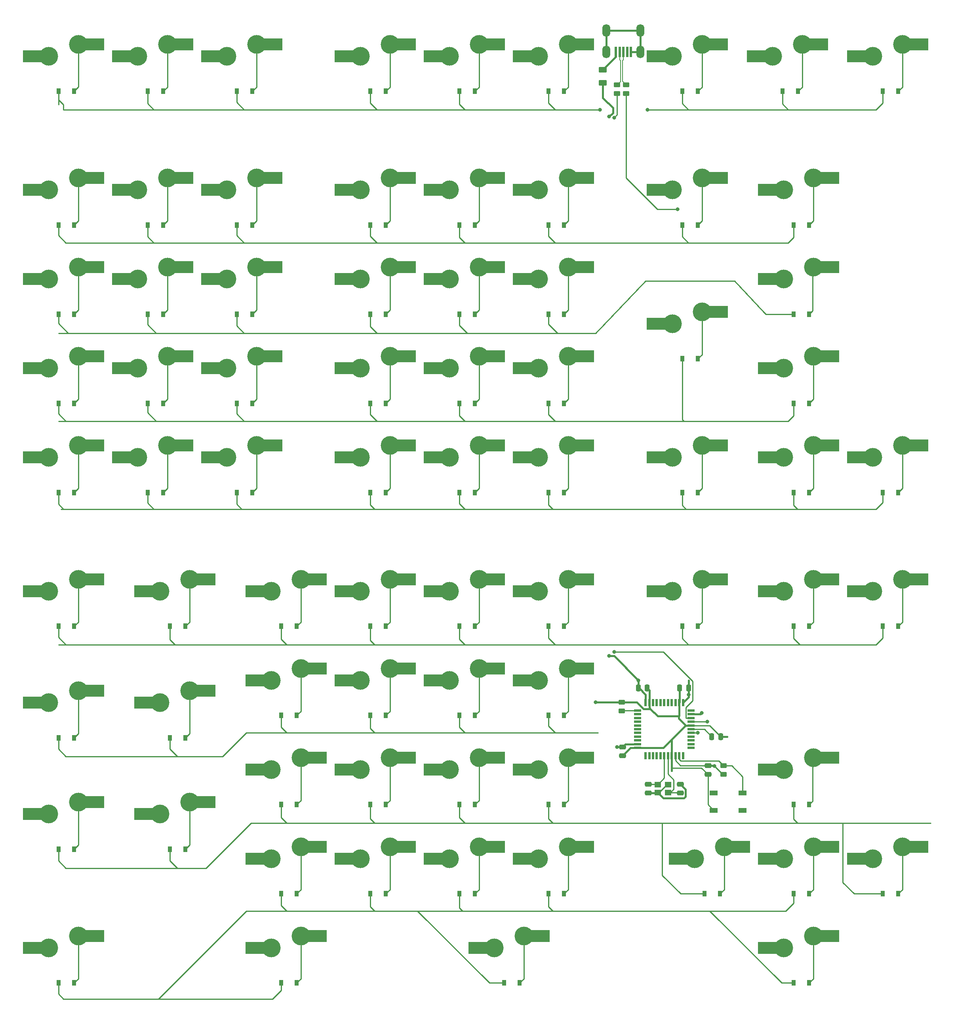
<source format=gbr>
%TF.GenerationSoftware,KiCad,Pcbnew,(6.0.11)*%
%TF.CreationDate,2023-02-04T13:18:20-08:00*%
%TF.ProjectId,MA Command Keyboard changed footprint,4d412043-6f6d-46d6-916e-64204b657962,rev?*%
%TF.SameCoordinates,Original*%
%TF.FileFunction,Copper,L2,Bot*%
%TF.FilePolarity,Positive*%
%FSLAX46Y46*%
G04 Gerber Fmt 4.6, Leading zero omitted, Abs format (unit mm)*
G04 Created by KiCad (PCBNEW (6.0.11)) date 2023-02-04 13:18:20*
%MOMM*%
%LPD*%
G01*
G04 APERTURE LIST*
G04 Aperture macros list*
%AMRoundRect*
0 Rectangle with rounded corners*
0 $1 Rounding radius*
0 $2 $3 $4 $5 $6 $7 $8 $9 X,Y pos of 4 corners*
0 Add a 4 corners polygon primitive as box body*
4,1,4,$2,$3,$4,$5,$6,$7,$8,$9,$2,$3,0*
0 Add four circle primitives for the rounded corners*
1,1,$1+$1,$2,$3*
1,1,$1+$1,$4,$5*
1,1,$1+$1,$6,$7*
1,1,$1+$1,$8,$9*
0 Add four rect primitives between the rounded corners*
20,1,$1+$1,$2,$3,$4,$5,0*
20,1,$1+$1,$4,$5,$6,$7,0*
20,1,$1+$1,$6,$7,$8,$9,0*
20,1,$1+$1,$8,$9,$2,$3,0*%
G04 Aperture macros list end*
%TA.AperFunction,ComponentPad*%
%ADD10C,0.800000*%
%TD*%
%TA.AperFunction,ComponentPad*%
%ADD11C,4.000000*%
%TD*%
%TA.AperFunction,SMDPad,CuDef*%
%ADD12R,4.500000X2.500000*%
%TD*%
%TA.AperFunction,SMDPad,CuDef*%
%ADD13R,0.900000X1.200000*%
%TD*%
%TA.AperFunction,SMDPad,CuDef*%
%ADD14RoundRect,0.250000X-0.475000X0.250000X-0.475000X-0.250000X0.475000X-0.250000X0.475000X0.250000X0*%
%TD*%
%TA.AperFunction,SMDPad,CuDef*%
%ADD15RoundRect,0.250000X0.475000X-0.250000X0.475000X0.250000X-0.475000X0.250000X-0.475000X-0.250000X0*%
%TD*%
%TA.AperFunction,SMDPad,CuDef*%
%ADD16R,1.400000X1.200000*%
%TD*%
%TA.AperFunction,SMDPad,CuDef*%
%ADD17RoundRect,0.250000X-0.250000X-0.475000X0.250000X-0.475000X0.250000X0.475000X-0.250000X0.475000X0*%
%TD*%
%TA.AperFunction,SMDPad,CuDef*%
%ADD18RoundRect,0.250000X0.450000X-0.262500X0.450000X0.262500X-0.450000X0.262500X-0.450000X-0.262500X0*%
%TD*%
%TA.AperFunction,SMDPad,CuDef*%
%ADD19R,0.500000X2.250000*%
%TD*%
%TA.AperFunction,ComponentPad*%
%ADD20O,1.700000X2.700000*%
%TD*%
%TA.AperFunction,SMDPad,CuDef*%
%ADD21RoundRect,0.250000X0.250000X0.475000X-0.250000X0.475000X-0.250000X-0.475000X0.250000X-0.475000X0*%
%TD*%
%TA.AperFunction,SMDPad,CuDef*%
%ADD22RoundRect,0.250000X-0.625000X0.375000X-0.625000X-0.375000X0.625000X-0.375000X0.625000X0.375000X0*%
%TD*%
%TA.AperFunction,SMDPad,CuDef*%
%ADD23R,1.500000X0.550000*%
%TD*%
%TA.AperFunction,SMDPad,CuDef*%
%ADD24R,0.550000X1.500000*%
%TD*%
%TA.AperFunction,SMDPad,CuDef*%
%ADD25RoundRect,0.250000X-0.450000X0.262500X-0.450000X-0.262500X0.450000X-0.262500X0.450000X0.262500X0*%
%TD*%
%TA.AperFunction,SMDPad,CuDef*%
%ADD26R,1.800000X1.100000*%
%TD*%
%TA.AperFunction,ViaPad*%
%ADD27C,0.800000*%
%TD*%
%TA.AperFunction,Conductor*%
%ADD28C,0.250000*%
%TD*%
%TA.AperFunction,Conductor*%
%ADD29C,0.200000*%
%TD*%
%TA.AperFunction,Conductor*%
%ADD30C,0.381000*%
%TD*%
G04 APERTURE END LIST*
D10*
%TO.P,MX11,1,COL*%
%TO.N,cOL1*%
X-316893600Y-80860900D03*
D11*
X-311813600Y-81622900D03*
D12*
X-315088600Y-81622900D03*
D10*
X-316893600Y-82384900D03*
D11*
%TO.P,MX11,2,ROW*%
%TO.N,Net-(D11-Pad2)*%
X-305463600Y-79082900D03*
D12*
X-302161600Y-79082900D03*
D10*
X-300383600Y-78320900D03*
X-300383600Y-79844900D03*
%TD*%
%TO.P,MX61,1,COL*%
%TO.N,COL4*%
X-250218600Y-204685900D03*
D12*
X-248413600Y-205447900D03*
D10*
X-250218600Y-206209900D03*
D11*
X-245138600Y-205447900D03*
D12*
%TO.P,MX61,2,ROW*%
%TO.N,Net-(D61-Pad2)*%
X-235486600Y-202907900D03*
D11*
X-238788600Y-202907900D03*
D10*
X-233708600Y-202145900D03*
X-233708600Y-203669900D03*
%TD*%
D11*
%TO.P,MX25,1,COL*%
%TO.N,COL0*%
X-330863600Y-119722900D03*
D12*
X-334138600Y-119722900D03*
D10*
X-335943600Y-120484900D03*
X-335943600Y-118960900D03*
%TO.P,MX25,2,ROW*%
%TO.N,Net-(D25-Pad2)*%
X-319433600Y-116420900D03*
D11*
X-324513600Y-117182900D03*
D10*
X-319433600Y-117944900D03*
D12*
X-321211600Y-117182900D03*
%TD*%
D10*
%TO.P,MX5,1,COL*%
%TO.N,COL4*%
X-250218600Y-53809900D03*
X-250218600Y-52285900D03*
D11*
X-245138600Y-53047900D03*
D12*
X-248413600Y-53047900D03*
D10*
%TO.P,MX5,2,ROW*%
%TO.N,Net-(D5-Pad2)*%
X-233708600Y-51269900D03*
D12*
X-235486600Y-50507900D03*
D10*
X-233708600Y-49745900D03*
D11*
X-238788600Y-50507900D03*
%TD*%
D10*
%TO.P,MX6,1,COL*%
%TO.N,COL5*%
X-231168600Y-53809900D03*
D12*
X-229363600Y-53047900D03*
D11*
X-226088600Y-53047900D03*
D10*
X-231168600Y-52285900D03*
%TO.P,MX6,2,ROW*%
%TO.N,Net-(D6-Pad2)*%
X-214658600Y-51269900D03*
X-214658600Y-49745900D03*
D12*
X-216436600Y-50507900D03*
D11*
X-219738600Y-50507900D03*
%TD*%
D12*
%TO.P,MX51,1,COL*%
%TO.N,COL0*%
X-334138600Y-191160400D03*
D11*
X-330863600Y-191160400D03*
D10*
X-335943600Y-191922400D03*
X-335943600Y-190398400D03*
%TO.P,MX51,2,ROW*%
%TO.N,Net-(D51-Pad2)*%
X-319433600Y-187858400D03*
D11*
X-324513600Y-188620400D03*
D10*
X-319433600Y-189382400D03*
D12*
X-321211600Y-188620400D03*
%TD*%
%TO.P,MX46,1,COL*%
%TO.N,COL4*%
X-248413600Y-167347900D03*
D10*
X-250218600Y-168109900D03*
X-250218600Y-166585900D03*
D11*
X-245138600Y-167347900D03*
D10*
%TO.P,MX46,2,ROW*%
%TO.N,Net-(D46-Pad2)*%
X-233708600Y-165569900D03*
X-233708600Y-164045900D03*
D12*
X-235486600Y-164807900D03*
D11*
X-238788600Y-164807900D03*
%TD*%
D10*
%TO.P,MX72,1,COL*%
%TO.N,COL6*%
X-231168600Y-223735900D03*
D12*
X-229363600Y-224497900D03*
D11*
X-226088600Y-224497900D03*
D10*
X-231168600Y-225259900D03*
%TO.P,MX72,2,ROW*%
%TO.N,Net-(D72-Pad2)*%
X-214658600Y-222719900D03*
D11*
X-219738600Y-221957900D03*
D10*
X-214658600Y-221195900D03*
D12*
X-216436600Y-221957900D03*
%TD*%
D10*
%TO.P,MX57,1,COL*%
%TO.N,COL0*%
X-335943600Y-214210900D03*
D11*
X-330863600Y-214972900D03*
D12*
X-334138600Y-214972900D03*
D10*
X-335943600Y-215734900D03*
%TO.P,MX57,2,ROW*%
%TO.N,Net-(D57-Pad2)*%
X-319433600Y-213194900D03*
X-319433600Y-211670900D03*
D11*
X-324513600Y-212432900D03*
D12*
X-321211600Y-212432900D03*
%TD*%
D11*
%TO.P,MX19,1,COL*%
%TO.N,cOL1*%
X-311813600Y-100672900D03*
D10*
X-316893600Y-99910900D03*
D12*
X-315088600Y-100672900D03*
D10*
X-316893600Y-101434900D03*
D12*
%TO.P,MX19,2,ROW*%
%TO.N,Net-(D19-Pad2)*%
X-302161600Y-98132900D03*
D11*
X-305463600Y-98132900D03*
D10*
X-300383600Y-97370900D03*
X-300383600Y-98894900D03*
%TD*%
%TO.P,MX69,1,COL*%
%TO.N,COL3*%
X-269268600Y-223735900D03*
X-269268600Y-225259900D03*
D11*
X-264188600Y-224497900D03*
D12*
X-267463600Y-224497900D03*
D11*
%TO.P,MX69,2,ROW*%
%TO.N,Net-(D69-Pad2)*%
X-257838600Y-221957900D03*
D10*
X-252758600Y-222719900D03*
D12*
X-254536600Y-221957900D03*
D10*
X-252758600Y-221195900D03*
%TD*%
%TO.P,MX55,1,COL*%
%TO.N,COL4*%
X-250218600Y-187159900D03*
D12*
X-248413600Y-186397900D03*
D11*
X-245138600Y-186397900D03*
D10*
X-250218600Y-185635900D03*
D12*
%TO.P,MX55,2,ROW*%
%TO.N,Net-(D55-Pad2)*%
X-235486600Y-183857900D03*
D10*
X-233708600Y-183095900D03*
X-233708600Y-184619900D03*
D11*
X-238788600Y-183857900D03*
%TD*%
D10*
%TO.P,MX22,1,COL*%
%TO.N,COL4*%
X-250218600Y-101434900D03*
D12*
X-248413600Y-100672900D03*
D11*
X-245138600Y-100672900D03*
D10*
X-250218600Y-99910900D03*
D11*
%TO.P,MX22,2,ROW*%
%TO.N,Net-(D22-Pad2)*%
X-238788600Y-98132900D03*
D10*
X-233708600Y-98894900D03*
D12*
X-235486600Y-98132900D03*
D10*
X-233708600Y-97370900D03*
%TD*%
D11*
%TO.P,MX9,1,COL*%
%TO.N,COL8*%
X-154651100Y-53047900D03*
D10*
X-159731100Y-52285900D03*
D12*
X-157926100Y-53047900D03*
D10*
X-159731100Y-53809900D03*
%TO.P,MX9,2,ROW*%
%TO.N,Net-(D9-Pad2)*%
X-143221100Y-49745900D03*
X-143221100Y-51269900D03*
D12*
X-144999100Y-50507900D03*
D11*
X-148301100Y-50507900D03*
%TD*%
D12*
%TO.P,MX67,1,COL*%
%TO.N,cOL1*%
X-286513600Y-243547900D03*
D10*
X-288318600Y-242785900D03*
D11*
X-283238600Y-243547900D03*
D10*
X-288318600Y-244309900D03*
D11*
%TO.P,MX67,2,ROW*%
%TO.N,Net-(D67-Pad2)*%
X-276888600Y-241007900D03*
D12*
X-273586600Y-241007900D03*
D10*
X-271808600Y-241769900D03*
X-271808600Y-240245900D03*
%TD*%
D11*
%TO.P,MX49,1,COL*%
%TO.N,COL7*%
X-173701100Y-167347900D03*
D12*
X-176976100Y-167347900D03*
D10*
X-178781100Y-166585900D03*
X-178781100Y-168109900D03*
%TO.P,MX49,2,ROW*%
%TO.N,Net-(D49-Pad2)*%
X-162271100Y-165569900D03*
X-162271100Y-164045900D03*
D11*
X-167351100Y-164807900D03*
D12*
X-164049100Y-164807900D03*
%TD*%
D10*
%TO.P,MX35,1,COL*%
%TO.N,COL2*%
X-297843600Y-139534900D03*
D11*
X-292763600Y-138772900D03*
D10*
X-297843600Y-138010900D03*
D12*
X-296038600Y-138772900D03*
D10*
%TO.P,MX35,2,ROW*%
%TO.N,Net-(D35-Pad2)*%
X-281333600Y-136994900D03*
D12*
X-283111600Y-136232900D03*
D10*
X-281333600Y-135470900D03*
D11*
X-286413600Y-136232900D03*
%TD*%
D12*
%TO.P,MX36,1,COL*%
%TO.N,COL3*%
X-267463600Y-138772900D03*
D10*
X-269268600Y-138010900D03*
X-269268600Y-139534900D03*
D11*
X-264188600Y-138772900D03*
D12*
%TO.P,MX36,2,ROW*%
%TO.N,Net-(D36-Pad2)*%
X-254536600Y-136232900D03*
D10*
X-252758600Y-136994900D03*
X-252758600Y-135470900D03*
D11*
X-257838600Y-136232900D03*
%TD*%
D10*
%TO.P,MX12,1,COL*%
%TO.N,COL2*%
X-297843600Y-82384900D03*
D11*
X-292763600Y-81622900D03*
D12*
X-296038600Y-81622900D03*
D10*
X-297843600Y-80860900D03*
%TO.P,MX12,2,ROW*%
%TO.N,Net-(D12-Pad2)*%
X-281333600Y-79844900D03*
D11*
X-286413600Y-79082900D03*
D12*
X-283111600Y-79082900D03*
D10*
X-281333600Y-78320900D03*
%TD*%
%TO.P,MX68,1,COL*%
%TO.N,COL2*%
X-288318600Y-223735900D03*
X-288318600Y-225259900D03*
D12*
X-286513600Y-224497900D03*
D11*
X-283238600Y-224497900D03*
D10*
%TO.P,MX68,2,ROW*%
%TO.N,Net-(D68-Pad2)*%
X-271808600Y-221195900D03*
D12*
X-273586600Y-221957900D03*
D11*
X-276888600Y-221957900D03*
D10*
X-271808600Y-222719900D03*
%TD*%
D11*
%TO.P,MX42,1,COL*%
%TO.N,COL0*%
X-330863600Y-167347900D03*
D10*
X-335943600Y-168109900D03*
X-335943600Y-166585900D03*
D12*
X-334138600Y-167347900D03*
D11*
%TO.P,MX42,2,ROW*%
%TO.N,Net-(D42-Pad2)*%
X-324513600Y-164807900D03*
D10*
X-319433600Y-165569900D03*
X-319433600Y-164045900D03*
D12*
X-321211600Y-164807900D03*
%TD*%
D10*
%TO.P,MX52,1,COL*%
%TO.N,cOL1*%
X-312131100Y-190398400D03*
D12*
X-310326100Y-191160400D03*
D10*
X-312131100Y-191922400D03*
D11*
X-307051100Y-191160400D03*
D12*
%TO.P,MX52,2,ROW*%
%TO.N,Net-(D52-Pad2)*%
X-297399100Y-188620400D03*
D10*
X-295621100Y-187858400D03*
X-295621100Y-189382400D03*
D11*
X-300701100Y-188620400D03*
%TD*%
D10*
%TO.P,MX15,1,COL*%
%TO.N,COL5*%
X-231168600Y-82384900D03*
D11*
X-226088600Y-81622900D03*
D12*
X-229363600Y-81622900D03*
D10*
X-231168600Y-80860900D03*
%TO.P,MX15,2,ROW*%
%TO.N,Net-(D15-Pad2)*%
X-214658600Y-78320900D03*
X-214658600Y-79844900D03*
D11*
X-219738600Y-79082900D03*
D12*
X-216436600Y-79082900D03*
%TD*%
D11*
%TO.P,MX14,1,COL*%
%TO.N,COL4*%
X-245138600Y-81622900D03*
D12*
X-248413600Y-81622900D03*
D10*
X-250218600Y-80860900D03*
X-250218600Y-82384900D03*
%TO.P,MX14,2,ROW*%
%TO.N,Net-(D14-Pad2)*%
X-233708600Y-78320900D03*
D11*
X-238788600Y-79082900D03*
D10*
X-233708600Y-79844900D03*
D12*
X-235486600Y-79082900D03*
%TD*%
D10*
%TO.P,MX53,1,COL*%
%TO.N,COL2*%
X-288318600Y-187159900D03*
D12*
X-286513600Y-186397900D03*
D10*
X-288318600Y-185635900D03*
D11*
X-283238600Y-186397900D03*
D12*
%TO.P,MX53,2,ROW*%
%TO.N,Net-(D53-Pad2)*%
X-273586600Y-183857900D03*
D10*
X-271808600Y-184619900D03*
X-271808600Y-183095900D03*
D11*
X-276888600Y-183857900D03*
%TD*%
D10*
%TO.P,MX40,1,COL*%
%TO.N,COL7*%
X-178781100Y-138010900D03*
D11*
X-173701100Y-138772900D03*
D10*
X-178781100Y-139534900D03*
D12*
X-176976100Y-138772900D03*
D11*
%TO.P,MX40,2,ROW*%
%TO.N,Net-(D40-Pad2)*%
X-167351100Y-136232900D03*
D10*
X-162271100Y-136994900D03*
X-162271100Y-135470900D03*
D12*
X-164049100Y-136232900D03*
%TD*%
%TO.P,MX66,1,COL*%
%TO.N,COL0*%
X-334138600Y-243547900D03*
D10*
X-335943600Y-244309900D03*
D11*
X-330863600Y-243547900D03*
D10*
X-335943600Y-242785900D03*
D11*
%TO.P,MX66,2,ROW*%
%TO.N,Net-(D66-Pad2)*%
X-324513600Y-241007900D03*
D10*
X-319433600Y-241769900D03*
X-319433600Y-240245900D03*
D12*
X-321211600Y-241007900D03*
%TD*%
D11*
%TO.P,MX10,1,COL*%
%TO.N,COL0*%
X-330863600Y-81622900D03*
D10*
X-335943600Y-80860900D03*
D12*
X-334138600Y-81622900D03*
D10*
X-335943600Y-82384900D03*
%TO.P,MX10,2,ROW*%
%TO.N,Net-(D10-Pad2)*%
X-319433600Y-78320900D03*
D12*
X-321211600Y-79082900D03*
D11*
X-324513600Y-79082900D03*
D10*
X-319433600Y-79844900D03*
%TD*%
%TO.P,MX21,1,COL*%
%TO.N,COL3*%
X-269268600Y-101434900D03*
D12*
X-267463600Y-100672900D03*
D10*
X-269268600Y-99910900D03*
D11*
X-264188600Y-100672900D03*
%TO.P,MX21,2,ROW*%
%TO.N,Net-(D21-Pad2)*%
X-257838600Y-98132900D03*
D12*
X-254536600Y-98132900D03*
D10*
X-252758600Y-98894900D03*
X-252758600Y-97370900D03*
%TD*%
%TO.P,MX62,1,COL*%
%TO.N,COL5*%
X-231168600Y-206209900D03*
D12*
X-229363600Y-205447900D03*
D10*
X-231168600Y-204685900D03*
D11*
X-226088600Y-205447900D03*
%TO.P,MX62,2,ROW*%
%TO.N,Net-(D62-Pad2)*%
X-219738600Y-202907900D03*
D12*
X-216436600Y-202907900D03*
D10*
X-214658600Y-202145900D03*
X-214658600Y-203669900D03*
%TD*%
D11*
%TO.P,MX32,1,COL*%
%TO.N,COL7*%
X-173701100Y-119722900D03*
D10*
X-178781100Y-118960900D03*
D12*
X-176976100Y-119722900D03*
D10*
X-178781100Y-120484900D03*
D11*
%TO.P,MX32,2,ROW*%
%TO.N,Net-(D32-Pad2)*%
X-167351100Y-117182900D03*
D10*
X-162271100Y-116420900D03*
D12*
X-164049100Y-117182900D03*
D10*
X-162271100Y-117944900D03*
%TD*%
%TO.P,MX56,1,COL*%
%TO.N,COL5*%
X-231168600Y-185635900D03*
X-231168600Y-187159900D03*
D12*
X-229363600Y-186397900D03*
D11*
X-226088600Y-186397900D03*
D10*
%TO.P,MX56,2,ROW*%
%TO.N,Net-(D56-Pad2)*%
X-214658600Y-184619900D03*
D12*
X-216436600Y-183857900D03*
D11*
X-219738600Y-183857900D03*
D10*
X-214658600Y-183095900D03*
%TD*%
%TO.P,MX38,1,COL*%
%TO.N,COL5*%
X-231168600Y-139534900D03*
D11*
X-226088600Y-138772900D03*
D10*
X-231168600Y-138010900D03*
D12*
X-229363600Y-138772900D03*
%TO.P,MX38,2,ROW*%
%TO.N,Net-(D38-Pad2)*%
X-216436600Y-136232900D03*
D10*
X-214658600Y-135470900D03*
X-214658600Y-136994900D03*
D11*
X-219738600Y-136232900D03*
%TD*%
%TO.P,MX44,1,COL*%
%TO.N,COL2*%
X-283238600Y-167347900D03*
D12*
X-286513600Y-167347900D03*
D10*
X-288318600Y-166585900D03*
X-288318600Y-168109900D03*
%TO.P,MX44,2,ROW*%
%TO.N,Net-(D44-Pad2)*%
X-271808600Y-165569900D03*
D11*
X-276888600Y-164807900D03*
D12*
X-273586600Y-164807900D03*
D10*
X-271808600Y-164045900D03*
%TD*%
D11*
%TO.P,MX74,1,COL*%
%TO.N,COL8*%
X-173701100Y-224497900D03*
D10*
X-178781100Y-223735900D03*
X-178781100Y-225259900D03*
D12*
X-176976100Y-224497900D03*
D10*
%TO.P,MX74,2,ROW*%
%TO.N,Net-(D74-Pad2)*%
X-162271100Y-222719900D03*
D12*
X-164049100Y-221957900D03*
D11*
X-167351100Y-221957900D03*
D10*
X-162271100Y-221195900D03*
%TD*%
%TO.P,MX28,1,COL*%
%TO.N,COL3*%
X-269268600Y-120484900D03*
X-269268600Y-118960900D03*
D11*
X-264188600Y-119722900D03*
D12*
X-267463600Y-119722900D03*
D10*
%TO.P,MX28,2,ROW*%
%TO.N,Net-(D28-Pad2)*%
X-252758600Y-116420900D03*
D11*
X-257838600Y-117182900D03*
D12*
X-254536600Y-117182900D03*
D10*
X-252758600Y-117944900D03*
%TD*%
%TO.P,MX30,1,COL*%
%TO.N,COL5*%
X-231168600Y-120484900D03*
D12*
X-229363600Y-119722900D03*
D10*
X-231168600Y-118960900D03*
D11*
X-226088600Y-119722900D03*
D12*
%TO.P,MX30,2,ROW*%
%TO.N,Net-(D30-Pad2)*%
X-216436600Y-117182900D03*
D10*
X-214658600Y-117944900D03*
D11*
X-219738600Y-117182900D03*
D10*
X-214658600Y-116420900D03*
%TD*%
%TO.P,MX63,1,COL*%
%TO.N,COL6*%
X-197831100Y-225259900D03*
D12*
X-196026100Y-224497900D03*
D10*
X-197831100Y-223735900D03*
D11*
X-192751100Y-224497900D03*
%TO.P,MX63,2,ROW*%
%TO.N,Net-(D63-Pad2)*%
X-186401100Y-221957900D03*
D10*
X-181321100Y-221195900D03*
D12*
X-183099100Y-221957900D03*
D10*
X-181321100Y-222719900D03*
%TD*%
%TO.P,MX60,1,COL*%
%TO.N,COL3*%
X-269268600Y-206209900D03*
X-269268600Y-204685900D03*
D12*
X-267463600Y-205447900D03*
D11*
X-264188600Y-205447900D03*
D10*
%TO.P,MX60,2,ROW*%
%TO.N,Net-(D60-Pad2)*%
X-252758600Y-203669900D03*
D11*
X-257838600Y-202907900D03*
D10*
X-252758600Y-202145900D03*
D12*
X-254536600Y-202907900D03*
%TD*%
D10*
%TO.P,MX45,1,COL*%
%TO.N,COL3*%
X-269268600Y-168109900D03*
X-269268600Y-166585900D03*
D12*
X-267463600Y-167347900D03*
D11*
X-264188600Y-167347900D03*
%TO.P,MX45,2,ROW*%
%TO.N,Net-(D45-Pad2)*%
X-257838600Y-164807900D03*
D10*
X-252758600Y-165569900D03*
D12*
X-254536600Y-164807900D03*
D10*
X-252758600Y-164045900D03*
%TD*%
%TO.P,MX64,1,COL*%
%TO.N,COL7*%
X-178781100Y-204685900D03*
D12*
X-176976100Y-205447900D03*
D11*
X-173701100Y-205447900D03*
D10*
X-178781100Y-206209900D03*
%TO.P,MX64,2,ROW*%
%TO.N,Net-(D64-Pad2)*%
X-162271100Y-202145900D03*
D11*
X-167351100Y-202907900D03*
D10*
X-162271100Y-203669900D03*
D12*
X-164049100Y-202907900D03*
%TD*%
%TO.P,MX26,1,COL*%
%TO.N,cOL1*%
X-315088600Y-119722900D03*
D10*
X-316893600Y-120484900D03*
X-316893600Y-118960900D03*
D11*
X-311813600Y-119722900D03*
D10*
%TO.P,MX26,2,ROW*%
%TO.N,Net-(D26-Pad2)*%
X-300383600Y-117944900D03*
D11*
X-305463600Y-117182900D03*
D12*
X-302161600Y-117182900D03*
D10*
X-300383600Y-116420900D03*
%TD*%
%TO.P,MX24,1,COL*%
%TO.N,COL7*%
X-178781100Y-99910900D03*
D12*
X-176976100Y-100672900D03*
D11*
X-173701100Y-100672900D03*
D10*
X-178781100Y-101434900D03*
D12*
%TO.P,MX24,2,ROW*%
%TO.N,Net-(D24-Pad2)*%
X-164049100Y-98132900D03*
D10*
X-162271100Y-98894900D03*
D11*
X-167351100Y-98132900D03*
D10*
X-162271100Y-97370900D03*
%TD*%
%TO.P,MX13,1,COL*%
%TO.N,COL3*%
X-269268600Y-82384900D03*
X-269268600Y-80860900D03*
D11*
X-264188600Y-81622900D03*
D12*
X-267463600Y-81622900D03*
D10*
%TO.P,MX13,2,ROW*%
%TO.N,Net-(D13-Pad2)*%
X-252758600Y-78320900D03*
D11*
X-257838600Y-79082900D03*
D12*
X-254536600Y-79082900D03*
D10*
X-252758600Y-79844900D03*
%TD*%
%TO.P,MX71,1,COL*%
%TO.N,COL5*%
X-240693600Y-242785900D03*
D12*
X-238888600Y-243547900D03*
D11*
X-235613600Y-243547900D03*
D10*
X-240693600Y-244309900D03*
D12*
%TO.P,MX71,2,ROW*%
%TO.N,Net-(D71-Pad2)*%
X-225961600Y-241007900D03*
D11*
X-229263600Y-241007900D03*
D10*
X-224183600Y-241769900D03*
X-224183600Y-240245900D03*
%TD*%
%TO.P,MX37,1,COL*%
%TO.N,COL4*%
X-250218600Y-138010900D03*
D12*
X-248413600Y-138772900D03*
D10*
X-250218600Y-139534900D03*
D11*
X-245138600Y-138772900D03*
D12*
%TO.P,MX37,2,ROW*%
%TO.N,Net-(D37-Pad2)*%
X-235486600Y-136232900D03*
D10*
X-233708600Y-135470900D03*
D11*
X-238788600Y-136232900D03*
D10*
X-233708600Y-136994900D03*
%TD*%
D12*
%TO.P,MX1,1,COL*%
%TO.N,COL0*%
X-334138600Y-53047900D03*
D11*
X-330863600Y-53047900D03*
D10*
X-335943600Y-53809900D03*
X-335943600Y-52285900D03*
D11*
%TO.P,MX1,2,ROW*%
%TO.N,Net-(D1-Pad2)*%
X-324513600Y-50507900D03*
D12*
X-321211600Y-50507900D03*
D10*
X-319433600Y-51269900D03*
X-319433600Y-49745900D03*
%TD*%
D11*
%TO.P,MX23,1,COL*%
%TO.N,COL5*%
X-226088600Y-100672900D03*
D10*
X-231168600Y-99910900D03*
D12*
X-229363600Y-100672900D03*
D10*
X-231168600Y-101434900D03*
D12*
%TO.P,MX23,2,ROW*%
%TO.N,Net-(D23-Pad2)*%
X-216436600Y-98132900D03*
D10*
X-214658600Y-98894900D03*
X-214658600Y-97370900D03*
D11*
X-219738600Y-98132900D03*
%TD*%
D12*
%TO.P,MX47,1,COL*%
%TO.N,COL5*%
X-229363600Y-167347900D03*
D10*
X-231168600Y-168109900D03*
X-231168600Y-166585900D03*
D11*
X-226088600Y-167347900D03*
D10*
%TO.P,MX47,2,ROW*%
%TO.N,Net-(D47-Pad2)*%
X-214658600Y-165569900D03*
D12*
X-216436600Y-164807900D03*
D11*
X-219738600Y-164807900D03*
D10*
X-214658600Y-164045900D03*
%TD*%
D12*
%TO.P,MX3,1,COL*%
%TO.N,COL2*%
X-296038600Y-53047900D03*
D10*
X-297843600Y-53809900D03*
X-297843600Y-52285900D03*
D11*
X-292763600Y-53047900D03*
D12*
%TO.P,MX3,2,ROW*%
%TO.N,Net-(D3-Pad2)*%
X-283111600Y-50507900D03*
D10*
X-281333600Y-49745900D03*
X-281333600Y-51269900D03*
D11*
X-286413600Y-50507900D03*
%TD*%
D12*
%TO.P,MX70,1,COL*%
%TO.N,COL4*%
X-248413600Y-224497900D03*
D11*
X-245138600Y-224497900D03*
D10*
X-250218600Y-223735900D03*
X-250218600Y-225259900D03*
D11*
%TO.P,MX70,2,ROW*%
%TO.N,Net-(D70-Pad2)*%
X-238788600Y-221957900D03*
D10*
X-233708600Y-221195900D03*
D12*
X-235486600Y-221957900D03*
D10*
X-233708600Y-222719900D03*
%TD*%
D12*
%TO.P,MX16,1,COL*%
%TO.N,COL6*%
X-200788600Y-81622900D03*
D10*
X-202593600Y-80860900D03*
X-202593600Y-82384900D03*
D11*
X-197513600Y-81622900D03*
D10*
%TO.P,MX16,2,ROW*%
%TO.N,Net-(D16-Pad2)*%
X-186083600Y-78320900D03*
D11*
X-191163600Y-79082900D03*
D10*
X-186083600Y-79844900D03*
D12*
X-187861600Y-79082900D03*
%TD*%
%TO.P,MX8,1,COL*%
%TO.N,COL7*%
X-179357300Y-53047900D03*
D10*
X-181162300Y-52285900D03*
X-181162300Y-53809900D03*
D11*
X-176082300Y-53047900D03*
D12*
%TO.P,MX8,2,ROW*%
%TO.N,Net-(D8-Pad2)*%
X-166430300Y-50507900D03*
D10*
X-164652300Y-49745900D03*
D11*
X-169732300Y-50507900D03*
D10*
X-164652300Y-51269900D03*
%TD*%
%TO.P,MX33,1,COL*%
%TO.N,COL0*%
X-335943600Y-139534900D03*
X-335943600Y-138010900D03*
D12*
X-334138600Y-138772900D03*
D11*
X-330863600Y-138772900D03*
D10*
%TO.P,MX33,2,ROW*%
%TO.N,Net-(D33-Pad2)*%
X-319433600Y-136994900D03*
D12*
X-321211600Y-136232900D03*
D11*
X-324513600Y-136232900D03*
D10*
X-319433600Y-135470900D03*
%TD*%
D11*
%TO.P,MX2,1,COL*%
%TO.N,cOL1*%
X-311813600Y-53047900D03*
D10*
X-316893600Y-52285900D03*
X-316893600Y-53809900D03*
D12*
X-315088600Y-53047900D03*
%TO.P,MX2,2,ROW*%
%TO.N,Net-(D2-Pad2)*%
X-302161600Y-50507900D03*
D11*
X-305463600Y-50507900D03*
D10*
X-300383600Y-49745900D03*
X-300383600Y-51269900D03*
%TD*%
D11*
%TO.P,MX27,1,COL*%
%TO.N,COL2*%
X-292763600Y-119722900D03*
D12*
X-296038600Y-119722900D03*
D10*
X-297843600Y-118960900D03*
X-297843600Y-120484900D03*
D11*
%TO.P,MX27,2,ROW*%
%TO.N,Net-(D27-Pad2)*%
X-286413600Y-117182900D03*
D10*
X-281333600Y-117944900D03*
X-281333600Y-116420900D03*
D12*
X-283111600Y-117182900D03*
%TD*%
D11*
%TO.P,MX31,1,COL*%
%TO.N,COL6*%
X-197513600Y-110197900D03*
D10*
X-202593600Y-110959900D03*
X-202593600Y-109435900D03*
D12*
X-200788600Y-110197900D03*
D10*
%TO.P,MX31,2,ROW*%
%TO.N,Net-(D31-Pad2)*%
X-186083600Y-108419900D03*
D12*
X-187861600Y-107657900D03*
D11*
X-191163600Y-107657900D03*
D10*
X-186083600Y-106895900D03*
%TD*%
%TO.P,MX50,1,COL*%
%TO.N,COL8*%
X-159731100Y-166585900D03*
X-159731100Y-168109900D03*
D11*
X-154651100Y-167347900D03*
D12*
X-157926100Y-167347900D03*
D10*
%TO.P,MX50,2,ROW*%
%TO.N,Net-(D50-Pad2)*%
X-143221100Y-165569900D03*
X-143221100Y-164045900D03*
D11*
X-148301100Y-164807900D03*
D12*
X-144999100Y-164807900D03*
%TD*%
D10*
%TO.P,MX41,1,COL*%
%TO.N,COL8*%
X-159731100Y-139534900D03*
X-159731100Y-138010900D03*
D12*
X-157926100Y-138772900D03*
D11*
X-154651100Y-138772900D03*
D12*
%TO.P,MX41,2,ROW*%
%TO.N,Net-(D41-Pad2)*%
X-144999100Y-136232900D03*
D10*
X-143221100Y-135470900D03*
X-143221100Y-136994900D03*
D11*
X-148301100Y-136232900D03*
%TD*%
D10*
%TO.P,MX59,1,COL*%
%TO.N,COL2*%
X-288318600Y-204685900D03*
D11*
X-283238600Y-205447900D03*
D10*
X-288318600Y-206209900D03*
D12*
X-286513600Y-205447900D03*
D10*
%TO.P,MX59,2,ROW*%
%TO.N,Net-(D59-Pad2)*%
X-271808600Y-203669900D03*
D11*
X-276888600Y-202907900D03*
D10*
X-271808600Y-202145900D03*
D12*
X-273586600Y-202907900D03*
%TD*%
D10*
%TO.P,MX65,1,COL*%
%TO.N,COL8*%
X-159731100Y-225259900D03*
D11*
X-154651100Y-224497900D03*
D12*
X-157926100Y-224497900D03*
D10*
X-159731100Y-223735900D03*
%TO.P,MX65,2,ROW*%
%TO.N,Net-(D65-Pad2)*%
X-143221100Y-222719900D03*
X-143221100Y-221195900D03*
D11*
X-148301100Y-221957900D03*
D12*
X-144999100Y-221957900D03*
%TD*%
%TO.P,MX48,1,COL*%
%TO.N,COL6*%
X-200788600Y-167347900D03*
D11*
X-197513600Y-167347900D03*
D10*
X-202593600Y-168109900D03*
X-202593600Y-166585900D03*
%TO.P,MX48,2,ROW*%
%TO.N,Net-(D48-Pad2)*%
X-186083600Y-165569900D03*
X-186083600Y-164045900D03*
D12*
X-187861600Y-164807900D03*
D11*
X-191163600Y-164807900D03*
%TD*%
D12*
%TO.P,MX58,1,COL*%
%TO.N,cOL1*%
X-310326100Y-214972900D03*
D11*
X-307051100Y-214972900D03*
D10*
X-312131100Y-214210900D03*
X-312131100Y-215734900D03*
D11*
%TO.P,MX58,2,ROW*%
%TO.N,Net-(D58-Pad2)*%
X-300701100Y-212432900D03*
D10*
X-295621100Y-211670900D03*
X-295621100Y-213194900D03*
D12*
X-297399100Y-212432900D03*
%TD*%
D11*
%TO.P,MX73,1,COL*%
%TO.N,COL7*%
X-173701100Y-243547900D03*
D10*
X-178781100Y-244309900D03*
D12*
X-176976100Y-243547900D03*
D10*
X-178781100Y-242785900D03*
D12*
%TO.P,MX73,2,ROW*%
%TO.N,Net-(D73-Pad2)*%
X-164049100Y-241007900D03*
D11*
X-167351100Y-241007900D03*
D10*
X-162271100Y-241769900D03*
X-162271100Y-240245900D03*
%TD*%
D11*
%TO.P,MX20,1,COL*%
%TO.N,COL2*%
X-292763600Y-100672900D03*
D10*
X-297843600Y-99910900D03*
D12*
X-296038600Y-100672900D03*
D10*
X-297843600Y-101434900D03*
D11*
%TO.P,MX20,2,ROW*%
%TO.N,Net-(D20-Pad2)*%
X-286413600Y-98132900D03*
D10*
X-281333600Y-98894900D03*
X-281333600Y-97370900D03*
D12*
X-283111600Y-98132900D03*
%TD*%
D11*
%TO.P,MX43,1,COL*%
%TO.N,cOL1*%
X-307051100Y-167347900D03*
D10*
X-312131100Y-168109900D03*
X-312131100Y-166585900D03*
D12*
X-310326100Y-167347900D03*
D10*
%TO.P,MX43,2,ROW*%
%TO.N,Net-(D43-Pad2)*%
X-295621100Y-165569900D03*
X-295621100Y-164045900D03*
D11*
X-300701100Y-164807900D03*
D12*
X-297399100Y-164807900D03*
%TD*%
D10*
%TO.P,MX34,1,COL*%
%TO.N,cOL1*%
X-316893600Y-138010900D03*
D11*
X-311813600Y-138772900D03*
D12*
X-315088600Y-138772900D03*
D10*
X-316893600Y-139534900D03*
D11*
%TO.P,MX34,2,ROW*%
%TO.N,Net-(D34-Pad2)*%
X-305463600Y-136232900D03*
D10*
X-300383600Y-136994900D03*
X-300383600Y-135470900D03*
D12*
X-302161600Y-136232900D03*
%TD*%
D10*
%TO.P,MX39,1,COL*%
%TO.N,COL6*%
X-202593600Y-139534900D03*
X-202593600Y-138010900D03*
D11*
X-197513600Y-138772900D03*
D12*
X-200788600Y-138772900D03*
D10*
%TO.P,MX39,2,ROW*%
%TO.N,Net-(D39-Pad2)*%
X-186083600Y-135470900D03*
D11*
X-191163600Y-136232900D03*
D12*
X-187861600Y-136232900D03*
D10*
X-186083600Y-136994900D03*
%TD*%
%TO.P,MX17,1,COL*%
%TO.N,COL7*%
X-178781100Y-80860900D03*
X-178781100Y-82384900D03*
D12*
X-176976100Y-81622900D03*
D11*
X-173701100Y-81622900D03*
D10*
%TO.P,MX17,2,ROW*%
%TO.N,Net-(D17-Pad2)*%
X-162271100Y-79844900D03*
D12*
X-164049100Y-79082900D03*
D10*
X-162271100Y-78320900D03*
D11*
X-167351100Y-79082900D03*
%TD*%
D12*
%TO.P,MX4,1,COL*%
%TO.N,COL3*%
X-267463600Y-53047900D03*
D11*
X-264188600Y-53047900D03*
D10*
X-269268600Y-52285900D03*
X-269268600Y-53809900D03*
%TO.P,MX4,2,ROW*%
%TO.N,Net-(D4-Pad2)*%
X-252758600Y-51269900D03*
D12*
X-254536600Y-50507900D03*
D10*
X-252758600Y-49745900D03*
D11*
X-257838600Y-50507900D03*
%TD*%
%TO.P,MX7,1,COL*%
%TO.N,COL6*%
X-197513600Y-53047900D03*
D10*
X-202593600Y-53809900D03*
D12*
X-200788600Y-53047900D03*
D10*
X-202593600Y-52285900D03*
D12*
%TO.P,MX7,2,ROW*%
%TO.N,Net-(D7-Pad2)*%
X-187861600Y-50507900D03*
D11*
X-191163600Y-50507900D03*
D10*
X-186083600Y-51269900D03*
X-186083600Y-49745900D03*
%TD*%
D11*
%TO.P,MX18,1,COL*%
%TO.N,COL0*%
X-330863600Y-100672900D03*
D10*
X-335943600Y-99910900D03*
X-335943600Y-101434900D03*
D12*
X-334138600Y-100672900D03*
D10*
%TO.P,MX18,2,ROW*%
%TO.N,Net-(D18-Pad2)*%
X-319433600Y-98894900D03*
D12*
X-321211600Y-98132900D03*
D10*
X-319433600Y-97370900D03*
D11*
X-324513600Y-98132900D03*
%TD*%
D12*
%TO.P,MX54,1,COL*%
%TO.N,COL3*%
X-267463600Y-186397900D03*
D11*
X-264188600Y-186397900D03*
D10*
X-269268600Y-185635900D03*
X-269268600Y-187159900D03*
D12*
%TO.P,MX54,2,ROW*%
%TO.N,Net-(D54-Pad2)*%
X-254536600Y-183857900D03*
D10*
X-252758600Y-184619900D03*
D11*
X-257838600Y-183857900D03*
D10*
X-252758600Y-183095900D03*
%TD*%
%TO.P,MX29,1,COL*%
%TO.N,COL4*%
X-250218600Y-118960900D03*
D11*
X-245138600Y-119722900D03*
D12*
X-248413600Y-119722900D03*
D10*
X-250218600Y-120484900D03*
D11*
%TO.P,MX29,2,ROW*%
%TO.N,Net-(D29-Pad2)*%
X-238788600Y-117182900D03*
D10*
X-233708600Y-117944900D03*
D12*
X-235486600Y-117182900D03*
D10*
X-233708600Y-116420900D03*
%TD*%
D13*
%TO.P,D24,1,K*%
%TO.N,ROW2*%
X-171566500Y-108204000D03*
%TO.P,D24,2,A*%
%TO.N,Net-(D24-Pad2)*%
X-168266500Y-108204000D03*
%TD*%
%TO.P,D53,1,K*%
%TO.N,ROW6*%
X-281104000Y-193929000D03*
%TO.P,D53,2,A*%
%TO.N,Net-(D53-Pad2)*%
X-277804000Y-193929000D03*
%TD*%
%TO.P,D29,1,K*%
%TO.N,ROW3*%
X-243004000Y-127254000D03*
%TO.P,D29,2,A*%
%TO.N,Net-(D29-Pad2)*%
X-239704000Y-127254000D03*
%TD*%
D14*
%TO.P,C5,1*%
%TO.N,+5V*%
X-208131200Y-200662500D03*
%TO.P,C5,2*%
%TO.N,GND*%
X-208131200Y-202562500D03*
%TD*%
D13*
%TO.P,D6,1,K*%
%TO.N,ROW0*%
X-223954000Y-60579000D03*
%TO.P,D6,2,A*%
%TO.N,Net-(D6-Pad2)*%
X-220654000Y-60579000D03*
%TD*%
D15*
%TO.P,C1,1*%
%TO.N,GND*%
X-202680000Y-210480000D03*
%TO.P,C1,2*%
%TO.N,Net-(C1-Pad2)*%
X-202680000Y-208580000D03*
%TD*%
D16*
%TO.P,Y1,1,1*%
%TO.N,Net-(C1-Pad2)*%
X-200641500Y-208700000D03*
%TO.P,Y1,2,2*%
%TO.N,GND*%
X-198441500Y-208700000D03*
%TO.P,Y1,3,3*%
%TO.N,Net-(C2-Pad2)*%
X-198441500Y-210400000D03*
%TO.P,Y1,4,4*%
%TO.N,GND*%
X-200641500Y-210400000D03*
%TD*%
D13*
%TO.P,D33,1,K*%
%TO.N,ROW4*%
X-328729000Y-146304000D03*
%TO.P,D33,2,A*%
%TO.N,Net-(D33-Pad2)*%
X-325429000Y-146304000D03*
%TD*%
%TO.P,D13,1,K*%
%TO.N,ROW1*%
X-262054000Y-89154000D03*
%TO.P,D13,2,A*%
%TO.N,Net-(D13-Pad2)*%
X-258754000Y-89154000D03*
%TD*%
%TO.P,D11,1,K*%
%TO.N,ROW1*%
X-309679000Y-89154000D03*
%TO.P,D11,2,A*%
%TO.N,Net-(D11-Pad2)*%
X-306379000Y-89154000D03*
%TD*%
%TO.P,D9,1,K*%
%TO.N,ROW0*%
X-152516500Y-60579000D03*
%TO.P,D9,2,A*%
%TO.N,Net-(D9-Pad2)*%
X-149216500Y-60579000D03*
%TD*%
%TO.P,D19,1,K*%
%TO.N,ROW2*%
X-309679000Y-108204000D03*
%TO.P,D19,2,A*%
%TO.N,Net-(D19-Pad2)*%
X-306379000Y-108204000D03*
%TD*%
%TO.P,D52,1,K*%
%TO.N,ROW6*%
X-304916500Y-198691500D03*
%TO.P,D52,2,A*%
%TO.N,Net-(D52-Pad2)*%
X-301616500Y-198691500D03*
%TD*%
D17*
%TO.P,C4,1*%
%TO.N,+5V*%
X-204786300Y-188060000D03*
%TO.P,C4,2*%
%TO.N,GND*%
X-202886300Y-188060000D03*
%TD*%
D18*
%TO.P,R3,1*%
%TO.N,+5V*%
X-186531200Y-206493700D03*
%TO.P,R3,2*%
%TO.N,Net-(R3-Pad2)*%
X-186531200Y-204668700D03*
%TD*%
D13*
%TO.P,D8,1,K*%
%TO.N,ROW0*%
X-173947700Y-60579000D03*
%TO.P,D8,2,A*%
%TO.N,Net-(D8-Pad2)*%
X-170647700Y-60579000D03*
%TD*%
%TO.P,D73,1,K*%
%TO.N,ROW8*%
X-171566500Y-251079000D03*
%TO.P,D73,2,A*%
%TO.N,Net-(D73-Pad2)*%
X-168266500Y-251079000D03*
%TD*%
%TO.P,D39,1,K*%
%TO.N,ROW4*%
X-195379000Y-146304000D03*
%TO.P,D39,2,A*%
%TO.N,Net-(D39-Pad2)*%
X-192079000Y-146304000D03*
%TD*%
%TO.P,D59,1,K*%
%TO.N,ROW7*%
X-281104000Y-212979000D03*
%TO.P,D59,2,A*%
%TO.N,Net-(D59-Pad2)*%
X-277804000Y-212979000D03*
%TD*%
%TO.P,D34,1,K*%
%TO.N,ROW4*%
X-309679000Y-146304000D03*
%TO.P,D34,2,A*%
%TO.N,Net-(D34-Pad2)*%
X-306379000Y-146304000D03*
%TD*%
%TO.P,D54,1,K*%
%TO.N,ROW6*%
X-262054000Y-193929000D03*
%TO.P,D54,2,A*%
%TO.N,Net-(D54-Pad2)*%
X-258754000Y-193929000D03*
%TD*%
%TO.P,D15,1,K*%
%TO.N,ROW1*%
X-223954000Y-89154000D03*
%TO.P,D15,2,A*%
%TO.N,Net-(D15-Pad2)*%
X-220654000Y-89154000D03*
%TD*%
%TO.P,D63,1,K*%
%TO.N,ROW7*%
X-190616500Y-232029000D03*
%TO.P,D63,2,A*%
%TO.N,Net-(D63-Pad2)*%
X-187316500Y-232029000D03*
%TD*%
%TO.P,D36,1,K*%
%TO.N,ROW4*%
X-262054000Y-146304000D03*
%TO.P,D36,2,A*%
%TO.N,Net-(D36-Pad2)*%
X-258754000Y-146304000D03*
%TD*%
%TO.P,D62,1,K*%
%TO.N,ROW7*%
X-223954000Y-212979000D03*
%TO.P,D62,2,A*%
%TO.N,Net-(D62-Pad2)*%
X-220654000Y-212979000D03*
%TD*%
D19*
%TO.P,USB1,1,GND*%
%TO.N,GND*%
X-206362500Y-52125000D03*
%TO.P,USB1,2,ID*%
%TO.N,unconnected-(USB1-Pad2)*%
X-207162500Y-52125000D03*
%TO.P,USB1,3,D+*%
%TO.N,D+*%
X-207962500Y-52125000D03*
%TO.P,USB1,4,D-*%
%TO.N,D-*%
X-208762500Y-52125000D03*
%TO.P,USB1,5,VBUS*%
%TO.N,VCC*%
X-209562500Y-52125000D03*
D20*
%TO.P,USB1,6,SHIELD*%
%TO.N,GND*%
X-204312500Y-47625000D03*
X-211612500Y-52125000D03*
X-211612500Y-47625000D03*
X-204312500Y-52125000D03*
%TD*%
D13*
%TO.P,D31,1,K*%
%TO.N,ROW3*%
X-195379000Y-117729000D03*
%TO.P,D31,2,A*%
%TO.N,Net-(D31-Pad2)*%
X-192079000Y-117729000D03*
%TD*%
%TO.P,D22,1,K*%
%TO.N,ROW2*%
X-243004000Y-108204000D03*
%TO.P,D22,2,A*%
%TO.N,Net-(D22-Pad2)*%
X-239704000Y-108204000D03*
%TD*%
%TO.P,D17,1,K*%
%TO.N,ROW1*%
X-171566500Y-89154000D03*
%TO.P,D17,2,A*%
%TO.N,Net-(D17-Pad2)*%
X-168266500Y-89154000D03*
%TD*%
%TO.P,D14,1,K*%
%TO.N,ROW1*%
X-243004000Y-89154000D03*
%TO.P,D14,2,A*%
%TO.N,Net-(D14-Pad2)*%
X-239704000Y-89154000D03*
%TD*%
%TO.P,D4,1,K*%
%TO.N,ROW0*%
X-262054000Y-60579000D03*
%TO.P,D4,2,A*%
%TO.N,Net-(D4-Pad2)*%
X-258754000Y-60579000D03*
%TD*%
D14*
%TO.P,C2,1*%
%TO.N,GND*%
X-195800000Y-208600000D03*
%TO.P,C2,2*%
%TO.N,Net-(C2-Pad2)*%
X-195800000Y-210500000D03*
%TD*%
D13*
%TO.P,D3,1,K*%
%TO.N,ROW0*%
X-290629000Y-60579000D03*
%TO.P,D3,2,A*%
%TO.N,Net-(D3-Pad2)*%
X-287329000Y-60579000D03*
%TD*%
%TO.P,D23,1,K*%
%TO.N,ROW2*%
X-223954000Y-108204000D03*
%TO.P,D23,2,A*%
%TO.N,Net-(D23-Pad2)*%
X-220654000Y-108204000D03*
%TD*%
%TO.P,D43,1,K*%
%TO.N,ROW5*%
X-304916500Y-174879000D03*
%TO.P,D43,2,A*%
%TO.N,Net-(D43-Pad2)*%
X-301616500Y-174879000D03*
%TD*%
%TO.P,D51,1,K*%
%TO.N,ROW6*%
X-328729000Y-198691500D03*
%TO.P,D51,2,A*%
%TO.N,Net-(D51-Pad2)*%
X-325429000Y-198691500D03*
%TD*%
%TO.P,D64,1,K*%
%TO.N,ROW7*%
X-171566500Y-212979000D03*
%TO.P,D64,2,A*%
%TO.N,Net-(D64-Pad2)*%
X-168266500Y-212979000D03*
%TD*%
%TO.P,D55,1,K*%
%TO.N,ROW6*%
X-243004000Y-193929000D03*
%TO.P,D55,2,A*%
%TO.N,Net-(D55-Pad2)*%
X-239704000Y-193929000D03*
%TD*%
%TO.P,D61,1,K*%
%TO.N,ROW7*%
X-243004000Y-212979000D03*
%TO.P,D61,2,A*%
%TO.N,Net-(D61-Pad2)*%
X-239704000Y-212979000D03*
%TD*%
%TO.P,D70,1,K*%
%TO.N,ROW8*%
X-243004000Y-232029000D03*
%TO.P,D70,2,A*%
%TO.N,Net-(D70-Pad2)*%
X-239704000Y-232029000D03*
%TD*%
%TO.P,D28,1,K*%
%TO.N,ROW3*%
X-262054000Y-127254000D03*
%TO.P,D28,2,A*%
%TO.N,Net-(D28-Pad2)*%
X-258754000Y-127254000D03*
%TD*%
%TO.P,D21,1,K*%
%TO.N,ROW2*%
X-262054000Y-108204000D03*
%TO.P,D21,2,A*%
%TO.N,Net-(D21-Pad2)*%
X-258754000Y-108204000D03*
%TD*%
%TO.P,D44,1,K*%
%TO.N,ROW5*%
X-281104000Y-174879000D03*
%TO.P,D44,2,A*%
%TO.N,Net-(D44-Pad2)*%
X-277804000Y-174879000D03*
%TD*%
%TO.P,D40,1,K*%
%TO.N,ROW4*%
X-171566500Y-146304000D03*
%TO.P,D40,2,A*%
%TO.N,Net-(D40-Pad2)*%
X-168266500Y-146304000D03*
%TD*%
%TO.P,D41,1,K*%
%TO.N,ROW4*%
X-152516500Y-146304000D03*
%TO.P,D41,2,A*%
%TO.N,Net-(D41-Pad2)*%
X-149216500Y-146304000D03*
%TD*%
%TO.P,D7,1,K*%
%TO.N,ROW0*%
X-195379000Y-60579000D03*
%TO.P,D7,2,A*%
%TO.N,Net-(D7-Pad2)*%
X-192079000Y-60579000D03*
%TD*%
%TO.P,D65,1,K*%
%TO.N,ROW7*%
X-152516500Y-232029000D03*
%TO.P,D65,2,A*%
%TO.N,Net-(D65-Pad2)*%
X-149216500Y-232029000D03*
%TD*%
%TO.P,D69,1,K*%
%TO.N,ROW8*%
X-262054000Y-232029000D03*
%TO.P,D69,2,A*%
%TO.N,Net-(D69-Pad2)*%
X-258754000Y-232029000D03*
%TD*%
%TO.P,D18,1,K*%
%TO.N,ROW2*%
X-328729000Y-108204000D03*
%TO.P,D18,2,A*%
%TO.N,Net-(D18-Pad2)*%
X-325429000Y-108204000D03*
%TD*%
%TO.P,D26,1,K*%
%TO.N,ROW3*%
X-309679000Y-127254000D03*
%TO.P,D26,2,A*%
%TO.N,Net-(D26-Pad2)*%
X-306379000Y-127254000D03*
%TD*%
D14*
%TO.P,C6,1*%
%TO.N,+5V*%
X-189875000Y-204631200D03*
%TO.P,C6,2*%
%TO.N,GND*%
X-189875000Y-206531200D03*
%TD*%
D13*
%TO.P,D71,1,K*%
%TO.N,ROW8*%
X-233479000Y-251079000D03*
%TO.P,D71,2,A*%
%TO.N,Net-(D71-Pad2)*%
X-230179000Y-251079000D03*
%TD*%
%TO.P,D47,1,K*%
%TO.N,ROW5*%
X-223954000Y-174879000D03*
%TO.P,D47,2,A*%
%TO.N,Net-(D47-Pad2)*%
X-220654000Y-174879000D03*
%TD*%
%TO.P,D25,1,K*%
%TO.N,ROW3*%
X-328729000Y-127254000D03*
%TO.P,D25,2,A*%
%TO.N,Net-(D25-Pad2)*%
X-325429000Y-127254000D03*
%TD*%
%TO.P,D5,1,K*%
%TO.N,ROW0*%
X-243004000Y-60579000D03*
%TO.P,D5,2,A*%
%TO.N,Net-(D5-Pad2)*%
X-239704000Y-60579000D03*
%TD*%
%TO.P,D20,1,K*%
%TO.N,ROW2*%
X-290629000Y-108204000D03*
%TO.P,D20,2,A*%
%TO.N,Net-(D20-Pad2)*%
X-287329000Y-108204000D03*
%TD*%
D21*
%TO.P,C7,1*%
%TO.N,+5V*%
X-194051200Y-188060000D03*
%TO.P,C7,2*%
%TO.N,GND*%
X-195951200Y-188060000D03*
%TD*%
D13*
%TO.P,D42,1,K*%
%TO.N,ROW5*%
X-328729000Y-174879000D03*
%TO.P,D42,2,A*%
%TO.N,Net-(D42-Pad2)*%
X-325429000Y-174879000D03*
%TD*%
D22*
%TO.P,F1,1*%
%TO.N,VCC*%
X-212344000Y-55937500D03*
%TO.P,F1,2*%
%TO.N,+5V*%
X-212344000Y-58737500D03*
%TD*%
D13*
%TO.P,D66,1,K*%
%TO.N,ROW8*%
X-328729000Y-251079000D03*
%TO.P,D66,2,A*%
%TO.N,Net-(D66-Pad2)*%
X-325429000Y-251079000D03*
%TD*%
%TO.P,D46,1,K*%
%TO.N,ROW5*%
X-243004000Y-174879000D03*
%TO.P,D46,2,A*%
%TO.N,Net-(D46-Pad2)*%
X-239704000Y-174879000D03*
%TD*%
%TO.P,D50,1,K*%
%TO.N,ROW5*%
X-152516500Y-174879000D03*
%TO.P,D50,2,A*%
%TO.N,Net-(D50-Pad2)*%
X-149216500Y-174879000D03*
%TD*%
%TO.P,D58,1,K*%
%TO.N,ROW7*%
X-304916500Y-222504000D03*
%TO.P,D58,2,A*%
%TO.N,Net-(D58-Pad2)*%
X-301616500Y-222504000D03*
%TD*%
%TO.P,D45,1,K*%
%TO.N,ROW5*%
X-262054000Y-174879000D03*
%TO.P,D45,2,A*%
%TO.N,Net-(D45-Pad2)*%
X-258754000Y-174879000D03*
%TD*%
%TO.P,D74,1,K*%
%TO.N,ROW8*%
X-171566500Y-232029000D03*
%TO.P,D74,2,A*%
%TO.N,Net-(D74-Pad2)*%
X-168266500Y-232029000D03*
%TD*%
%TO.P,D72,1,K*%
%TO.N,ROW8*%
X-223954000Y-232029000D03*
%TO.P,D72,2,A*%
%TO.N,Net-(D72-Pad2)*%
X-220654000Y-232029000D03*
%TD*%
D18*
%TO.P,R4,1*%
%TO.N,Net-(R4-Pad1)*%
X-208280000Y-192936500D03*
%TO.P,R4,2*%
%TO.N,GND*%
X-208280000Y-191111500D03*
%TD*%
D13*
%TO.P,D37,1,K*%
%TO.N,ROW4*%
X-243004000Y-146304000D03*
%TO.P,D37,2,A*%
%TO.N,Net-(D37-Pad2)*%
X-239704000Y-146304000D03*
%TD*%
%TO.P,D1,1,K*%
%TO.N,ROW0*%
X-328729000Y-60579000D03*
%TO.P,D1,2,A*%
%TO.N,Net-(D1-Pad2)*%
X-325429000Y-60579000D03*
%TD*%
%TO.P,D48,1,K*%
%TO.N,ROW5*%
X-195379000Y-174879000D03*
%TO.P,D48,2,A*%
%TO.N,Net-(D48-Pad2)*%
X-192079000Y-174879000D03*
%TD*%
D23*
%TO.P,U1,1,PE6*%
%TO.N,unconnected-(U1-Pad1)*%
X-193531200Y-192850000D03*
%TO.P,U1,2,UVCC*%
%TO.N,+5V*%
X-193531200Y-193650000D03*
%TO.P,U1,3,D-*%
%TO.N,P-*%
X-193531200Y-194450000D03*
%TO.P,U1,4,D+*%
%TO.N,P+*%
X-193531200Y-195250000D03*
%TO.P,U1,5,UGND*%
%TO.N,GND*%
X-193531200Y-196050000D03*
%TO.P,U1,6,UCAP*%
%TO.N,Net-(C3-Pad1)*%
X-193531200Y-196850000D03*
%TO.P,U1,7,VBUS*%
%TO.N,+5V*%
X-193531200Y-197650000D03*
%TO.P,U1,8,PB0*%
%TO.N,unconnected-(U1-Pad8)*%
X-193531200Y-198450000D03*
%TO.P,U1,9,PB1*%
%TO.N,unconnected-(U1-Pad9)*%
X-193531200Y-199250000D03*
%TO.P,U1,10,PB2*%
%TO.N,unconnected-(U1-Pad10)*%
X-193531200Y-200050000D03*
%TO.P,U1,11,PB3*%
%TO.N,unconnected-(U1-Pad11)*%
X-193531200Y-200850000D03*
D24*
%TO.P,U1,12,PB7*%
%TO.N,unconnected-(U1-Pad12)*%
X-195231200Y-202550000D03*
%TO.P,U1,13,~{RESET}*%
%TO.N,Net-(R3-Pad2)*%
X-196031200Y-202550000D03*
%TO.P,U1,14,VCC*%
%TO.N,+5V*%
X-196831200Y-202550000D03*
%TO.P,U1,15,GND*%
%TO.N,GND*%
X-197631200Y-202550000D03*
%TO.P,U1,16,XTAL2*%
%TO.N,Net-(C2-Pad2)*%
X-198431200Y-202550000D03*
%TO.P,U1,17,XTAL1*%
%TO.N,Net-(C1-Pad2)*%
X-199231200Y-202550000D03*
%TO.P,U1,18,PD0*%
%TO.N,unconnected-(U1-Pad18)*%
X-200031200Y-202550000D03*
%TO.P,U1,19,PD1*%
%TO.N,unconnected-(U1-Pad19)*%
X-200831200Y-202550000D03*
%TO.P,U1,20,PD2*%
%TO.N,unconnected-(U1-Pad20)*%
X-201631200Y-202550000D03*
%TO.P,U1,21,PD3*%
%TO.N,unconnected-(U1-Pad21)*%
X-202431200Y-202550000D03*
%TO.P,U1,22,PD5*%
%TO.N,unconnected-(U1-Pad22)*%
X-203231200Y-202550000D03*
D23*
%TO.P,U1,23,GND*%
%TO.N,GND*%
X-204931200Y-200850000D03*
%TO.P,U1,24,AVCC*%
%TO.N,+5V*%
X-204931200Y-200050000D03*
%TO.P,U1,25,PD4*%
%TO.N,unconnected-(U1-Pad25)*%
X-204931200Y-199250000D03*
%TO.P,U1,26,PD6*%
%TO.N,unconnected-(U1-Pad26)*%
X-204931200Y-198450000D03*
%TO.P,U1,27,PD7*%
%TO.N,unconnected-(U1-Pad27)*%
X-204931200Y-197650000D03*
%TO.P,U1,28,PB4*%
%TO.N,unconnected-(U1-Pad28)*%
X-204931200Y-196850000D03*
%TO.P,U1,29,PB5*%
%TO.N,unconnected-(U1-Pad29)*%
X-204931200Y-196050000D03*
%TO.P,U1,30,PB6*%
%TO.N,unconnected-(U1-Pad30)*%
X-204931200Y-195250000D03*
%TO.P,U1,31,PC6*%
%TO.N,unconnected-(U1-Pad31)*%
X-204931200Y-194450000D03*
%TO.P,U1,32,PC7*%
%TO.N,unconnected-(U1-Pad32)*%
X-204931200Y-193650000D03*
%TO.P,U1,33,~{HWB}/PE2*%
%TO.N,Net-(R4-Pad1)*%
X-204931200Y-192850000D03*
D24*
%TO.P,U1,34,VCC*%
%TO.N,+5V*%
X-203231200Y-191150000D03*
%TO.P,U1,35,GND*%
%TO.N,GND*%
X-202431200Y-191150000D03*
%TO.P,U1,36,PF7*%
%TO.N,unconnected-(U1-Pad36)*%
X-201631200Y-191150000D03*
%TO.P,U1,37,PF6*%
%TO.N,unconnected-(U1-Pad37)*%
X-200831200Y-191150000D03*
%TO.P,U1,38,PF5*%
%TO.N,unconnected-(U1-Pad38)*%
X-200031200Y-191150000D03*
%TO.P,U1,39,PF4*%
%TO.N,unconnected-(U1-Pad39)*%
X-199231200Y-191150000D03*
%TO.P,U1,40,PF1*%
%TO.N,unconnected-(U1-Pad40)*%
X-198431200Y-191150000D03*
%TO.P,U1,41,PF0*%
%TO.N,unconnected-(U1-Pad41)*%
X-197631200Y-191150000D03*
%TO.P,U1,42,AREF*%
%TO.N,unconnected-(U1-Pad42)*%
X-196831200Y-191150000D03*
%TO.P,U1,43,GND*%
%TO.N,GND*%
X-196031200Y-191150000D03*
%TO.P,U1,44,AVCC*%
%TO.N,+5V*%
X-195231200Y-191150000D03*
%TD*%
D13*
%TO.P,D30,1,K*%
%TO.N,ROW3*%
X-223954000Y-127254000D03*
%TO.P,D30,2,A*%
%TO.N,Net-(D30-Pad2)*%
X-220654000Y-127254000D03*
%TD*%
%TO.P,D56,1,K*%
%TO.N,ROW6*%
X-223954000Y-193929000D03*
%TO.P,D56,2,A*%
%TO.N,Net-(D56-Pad2)*%
X-220654000Y-193929000D03*
%TD*%
%TO.P,D49,1,K*%
%TO.N,ROW5*%
X-171566500Y-174879000D03*
%TO.P,D49,2,A*%
%TO.N,Net-(D49-Pad2)*%
X-168266500Y-174879000D03*
%TD*%
%TO.P,D27,1,K*%
%TO.N,ROW3*%
X-290629000Y-127254000D03*
%TO.P,D27,2,A*%
%TO.N,Net-(D27-Pad2)*%
X-287329000Y-127254000D03*
%TD*%
D25*
%TO.P,R2,1*%
%TO.N,D+*%
X-207370000Y-59200000D03*
%TO.P,R2,2*%
%TO.N,P+*%
X-207370000Y-61025000D03*
%TD*%
D13*
%TO.P,D2,1,K*%
%TO.N,ROW0*%
X-309679000Y-60579000D03*
%TO.P,D2,2,A*%
%TO.N,Net-(D2-Pad2)*%
X-306379000Y-60579000D03*
%TD*%
%TO.P,D38,1,K*%
%TO.N,ROW4*%
X-223954000Y-146304000D03*
%TO.P,D38,2,A*%
%TO.N,Net-(D38-Pad2)*%
X-220654000Y-146304000D03*
%TD*%
%TO.P,D32,1,K*%
%TO.N,ROW3*%
X-171566500Y-127254000D03*
%TO.P,D32,2,A*%
%TO.N,Net-(D32-Pad2)*%
X-168266500Y-127254000D03*
%TD*%
%TO.P,D67,1,K*%
%TO.N,ROW8*%
X-281104000Y-251079000D03*
%TO.P,D67,2,A*%
%TO.N,Net-(D67-Pad2)*%
X-277804000Y-251079000D03*
%TD*%
D17*
%TO.P,C3,1*%
%TO.N,Net-(C3-Pad1)*%
X-189068700Y-198437500D03*
%TO.P,C3,2*%
%TO.N,GND*%
X-187168700Y-198437500D03*
%TD*%
D25*
%TO.P,R1,1*%
%TO.N,D-*%
X-209300000Y-59220000D03*
%TO.P,R1,2*%
%TO.N,P-*%
X-209300000Y-61045000D03*
%TD*%
D26*
%TO.P,SW1,1,1*%
%TO.N,GND*%
X-188660000Y-214200000D03*
%TO.P,SW1,2,2*%
%TO.N,Net-(R3-Pad2)*%
X-182460000Y-210500000D03*
%TO.P,SW1,3*%
%TO.N,N/C*%
X-188660000Y-210500000D03*
%TO.P,SW1,4*%
X-182460000Y-214200000D03*
%TD*%
D13*
%TO.P,D12,1,K*%
%TO.N,ROW1*%
X-290629000Y-89154000D03*
%TO.P,D12,2,A*%
%TO.N,Net-(D12-Pad2)*%
X-287329000Y-89154000D03*
%TD*%
%TO.P,D10,1,K*%
%TO.N,ROW1*%
X-328729000Y-89154000D03*
%TO.P,D10,2,A*%
%TO.N,Net-(D10-Pad2)*%
X-325429000Y-89154000D03*
%TD*%
%TO.P,D60,1,K*%
%TO.N,ROW7*%
X-262054000Y-212979000D03*
%TO.P,D60,2,A*%
%TO.N,Net-(D60-Pad2)*%
X-258754000Y-212979000D03*
%TD*%
%TO.P,D35,1,K*%
%TO.N,ROW4*%
X-290629000Y-146304000D03*
%TO.P,D35,2,A*%
%TO.N,Net-(D35-Pad2)*%
X-287329000Y-146304000D03*
%TD*%
%TO.P,D57,1,K*%
%TO.N,ROW7*%
X-328729000Y-222504000D03*
%TO.P,D57,2,A*%
%TO.N,Net-(D57-Pad2)*%
X-325429000Y-222504000D03*
%TD*%
%TO.P,D16,1,K*%
%TO.N,ROW1*%
X-195379000Y-89154000D03*
%TO.P,D16,2,A*%
%TO.N,Net-(D16-Pad2)*%
X-192079000Y-89154000D03*
%TD*%
%TO.P,D68,1,K*%
%TO.N,ROW8*%
X-281104000Y-232029000D03*
%TO.P,D68,2,A*%
%TO.N,Net-(D68-Pad2)*%
X-277804000Y-232029000D03*
%TD*%
D27*
%TO.N,P+*%
X-196364000Y-85737100D03*
X-190005000Y-195250000D03*
%TO.N,P-*%
X-209901000Y-66175400D03*
X-209901000Y-180307000D03*
%TO.N,ROW0*%
X-202796000Y-64516000D03*
X-212946000Y-64516000D03*
%TO.N,+5V*%
X-209296000Y-200660000D03*
X-194051000Y-189481000D03*
X-188468000Y-204724000D03*
X-204724000Y-186436000D03*
X-192024000Y-197612000D03*
X-191200000Y-193370000D03*
X-210993000Y-65937400D03*
X-210993000Y-181228000D03*
%TO.N,GND*%
X-213874000Y-191112000D03*
%TD*%
D28*
%TO.N,Net-(R4-Pad1)*%
X-204931200Y-192850000D02*
X-204931000Y-192850000D01*
X-208194000Y-192850000D02*
X-204931200Y-192850000D01*
X-208280000Y-192936000D02*
X-208194000Y-192850000D01*
X-208280000Y-192936000D02*
X-208280000Y-192936500D01*
%TO.N,Net-(R3-Pad2)*%
X-184761000Y-204669000D02*
X-186531000Y-204669000D01*
X-182460000Y-206970000D02*
X-184761000Y-204669000D01*
X-182460000Y-210500000D02*
X-182460000Y-206970000D01*
X-196031000Y-203257000D02*
X-196031000Y-202550000D01*
X-195663000Y-203625000D02*
X-196031000Y-203257000D01*
X-187575000Y-203625000D02*
X-195663000Y-203625000D01*
X-187053000Y-204147000D02*
X-187575000Y-203625000D01*
X-187053000Y-204147000D02*
X-186792000Y-204408000D01*
X-186792000Y-204408000D02*
X-186531000Y-204669000D01*
X-186531000Y-204669000D02*
X-186792000Y-204408000D01*
X-186792000Y-204408000D02*
X-187053000Y-204147000D01*
X-186791900Y-204408000D02*
X-186531200Y-204668700D01*
X-186792000Y-204408000D02*
X-186791900Y-204408000D01*
X-196031200Y-202550000D02*
X-196031000Y-202550000D01*
%TO.N,P+*%
X-200698000Y-85737100D02*
X-196364000Y-85737100D01*
X-207370000Y-79065000D02*
X-200698000Y-85737100D01*
X-207370000Y-61025000D02*
X-207370000Y-79065000D01*
X-193531000Y-195250000D02*
X-190005000Y-195250000D01*
X-193531000Y-195250000D02*
X-193531200Y-195250000D01*
D29*
%TO.N,D+*%
X-208138000Y-58432500D02*
X-207370000Y-59200000D01*
X-208138000Y-53987500D02*
X-208138000Y-58432500D01*
X-207962000Y-53812500D02*
X-208138000Y-53987500D01*
X-207962000Y-52968700D02*
X-207962000Y-53812500D01*
D28*
X-207962000Y-52968700D02*
X-207962000Y-52968200D01*
D29*
X-207962000Y-52968200D02*
X-207962000Y-52968700D01*
X-207962000Y-52125000D02*
X-207962000Y-52546600D01*
X-207962000Y-52546600D02*
X-207962000Y-52968200D01*
D28*
X-207962000Y-52968200D02*
X-207962000Y-52546600D01*
X-207962000Y-52546600D02*
X-207962000Y-52125000D01*
X-207962500Y-52546100D02*
X-207962500Y-52125000D01*
X-207962000Y-52546600D02*
X-207962500Y-52546100D01*
%TO.N,P-*%
X-199449000Y-180307000D02*
X-209901000Y-180307000D01*
X-193177000Y-186579000D02*
X-199449000Y-180307000D01*
X-193177000Y-190796000D02*
X-193177000Y-186579000D01*
X-194606000Y-192225000D02*
X-193177000Y-190796000D01*
X-194606000Y-194450000D02*
X-194606000Y-192225000D01*
X-193531200Y-194450000D02*
X-194606000Y-194450000D01*
X-209300000Y-65574600D02*
X-209901000Y-66175400D01*
X-209300000Y-61045000D02*
X-209300000Y-65574600D01*
X-193531000Y-194450000D02*
X-193531200Y-194450000D01*
D29*
%TO.N,D-*%
X-208588000Y-58507500D02*
X-209300000Y-59220000D01*
X-208588000Y-53987500D02*
X-208588000Y-58507500D01*
X-208762000Y-53812500D02*
X-208588000Y-53987500D01*
X-208762000Y-53050500D02*
X-208762000Y-53812500D01*
D28*
X-208762000Y-53050500D02*
X-208762000Y-53050000D01*
D29*
X-208762000Y-52288600D02*
X-208762000Y-53050000D01*
X-208762000Y-53050000D02*
X-208762000Y-53050500D01*
D28*
X-208762000Y-53050000D02*
X-208762000Y-52288600D01*
X-208762000Y-52288600D02*
X-208762000Y-52206800D01*
X-208762000Y-52206800D02*
X-208762000Y-52125000D01*
X-208762500Y-52206300D02*
X-208762500Y-52125000D01*
X-208762000Y-52206800D02*
X-208762500Y-52206300D01*
%TO.N,COL8*%
X-154651100Y-53047900D02*
X-154651000Y-53047900D01*
X-157926100Y-53047900D02*
X-154651100Y-53047900D01*
X-159731000Y-53809900D02*
X-159350000Y-53428900D01*
X-158969000Y-53047900D02*
X-157926100Y-53047900D01*
X-159350000Y-53428900D02*
X-158969000Y-53047900D01*
X-159350100Y-53428900D02*
X-159731100Y-53809900D01*
X-159350000Y-53428900D02*
X-159350100Y-53428900D01*
X-178019000Y-224498000D02*
X-176976000Y-224498000D01*
X-178781000Y-225260000D02*
X-178019000Y-224498000D01*
X-176976000Y-224498000D02*
X-176976100Y-224497900D01*
X-158969000Y-167348000D02*
X-157926000Y-167348000D01*
X-159731000Y-168110000D02*
X-158969000Y-167348000D01*
X-157926000Y-167348000D02*
X-157926100Y-167347900D01*
X-154651200Y-138773000D02*
X-154651000Y-138773000D01*
X-154651200Y-138773000D02*
X-154651100Y-138772900D01*
X-157926000Y-224498000D02*
X-157926100Y-224497900D01*
X-157926000Y-224498000D02*
X-154651000Y-224498000D01*
X-154651000Y-224498000D02*
X-154651100Y-224497900D01*
X-158969000Y-224498000D02*
X-157926000Y-224498000D01*
X-159731000Y-223736000D02*
X-158969000Y-224498000D01*
X-159731000Y-223736000D02*
X-159731100Y-223735900D01*
X-158969000Y-138773000D02*
X-157926000Y-138773000D01*
X-159731000Y-138011000D02*
X-158969000Y-138773000D01*
X-157926000Y-138773000D02*
X-154651200Y-138773000D01*
X-157926000Y-138773000D02*
X-157926100Y-138772900D01*
X-159731100Y-138010900D02*
X-159731000Y-138011000D01*
X-157926000Y-167348000D02*
X-154651200Y-167348000D01*
X-154651200Y-167348000D02*
X-154651000Y-167348000D01*
X-154651200Y-167348000D02*
X-154651100Y-167347900D01*
X-159731100Y-168109900D02*
X-159731000Y-168110000D01*
X-176976000Y-224498000D02*
X-173701200Y-224498000D01*
X-173701200Y-224498000D02*
X-173701000Y-224498000D01*
X-173701200Y-224498000D02*
X-173701100Y-224497900D01*
X-178781100Y-225259900D02*
X-178781000Y-225260000D01*
%TO.N,COL7*%
X-178019000Y-138773000D02*
X-178781000Y-138011000D01*
X-178019000Y-138773000D02*
X-178781000Y-139535000D01*
X-176082300Y-53047900D02*
X-176082000Y-53047900D01*
X-173701100Y-81622900D02*
X-173701000Y-81622900D01*
X-176976100Y-81622900D02*
X-173701100Y-81622900D01*
X-178781000Y-82384900D02*
X-178400000Y-82003900D01*
X-178019000Y-81622900D02*
X-176976100Y-81622900D01*
X-178400000Y-82003900D02*
X-178019000Y-81622900D01*
X-178400100Y-82003900D02*
X-178781100Y-82384900D01*
X-178400000Y-82003900D02*
X-178400100Y-82003900D01*
X-181162000Y-53809900D02*
X-181162300Y-53809900D01*
X-173701200Y-167348000D02*
X-173701000Y-167348000D01*
X-173701200Y-167348000D02*
X-173701100Y-167347900D01*
X-178019000Y-138773000D02*
X-176976000Y-138773000D01*
X-176976000Y-138773000D02*
X-176976100Y-138772900D01*
X-178019000Y-119723000D02*
X-176976200Y-119723000D01*
X-178781000Y-120485000D02*
X-178019000Y-119723000D01*
X-176976200Y-119723000D02*
X-176976100Y-119722900D01*
X-178019000Y-205448000D02*
X-176976200Y-205448000D01*
X-178781000Y-206210000D02*
X-178019000Y-205448000D01*
X-176976200Y-205448000D02*
X-176976100Y-205447900D01*
X-178019000Y-100673000D02*
X-176976200Y-100673000D01*
X-178781000Y-101435000D02*
X-178019000Y-100673000D01*
X-176976200Y-100673000D02*
X-176976100Y-100672900D01*
X-178019000Y-243548000D02*
X-176976000Y-243548000D01*
X-178781000Y-242786000D02*
X-178019000Y-243548000D01*
X-176976000Y-243548000D02*
X-176976100Y-243547900D01*
X-176976000Y-243548000D02*
X-173701000Y-243548000D01*
X-173701000Y-243548000D02*
X-173701100Y-243547900D01*
X-178781100Y-242785900D02*
X-178781000Y-242786000D01*
X-177774000Y-53047900D02*
X-179357300Y-53047900D01*
X-179357000Y-53047900D02*
X-177774000Y-53047900D01*
X-180119000Y-53809900D02*
X-179357000Y-53047900D01*
X-181162000Y-53809900D02*
X-180119000Y-53809900D01*
X-177774000Y-53047900D02*
X-176082300Y-53047900D01*
X-176976200Y-100673000D02*
X-173701200Y-100673000D01*
X-173701200Y-100673000D02*
X-173701000Y-100673000D01*
X-173701200Y-100673000D02*
X-173701100Y-100672900D01*
X-178781100Y-101434900D02*
X-178781000Y-101435000D01*
X-176976200Y-205448000D02*
X-173701200Y-205448000D01*
X-173701200Y-205448000D02*
X-173701000Y-205448000D01*
X-173701200Y-205448000D02*
X-173701100Y-205447900D01*
X-178781100Y-206209900D02*
X-178781000Y-206210000D01*
X-176976200Y-119723000D02*
X-173701200Y-119723000D01*
X-173701200Y-119723000D02*
X-173701000Y-119723000D01*
X-173701200Y-119723000D02*
X-173701100Y-119722900D01*
X-178781100Y-120484900D02*
X-178781000Y-120485000D01*
X-176976000Y-138773000D02*
X-173701200Y-138773000D01*
X-173701200Y-138773000D02*
X-173701000Y-138773000D01*
X-173701200Y-138773000D02*
X-173701100Y-138772900D01*
X-178781100Y-139534900D02*
X-178781000Y-139535000D01*
X-178781100Y-138010900D02*
X-178781000Y-138011000D01*
X-178781100Y-168109900D02*
X-178781000Y-168110000D01*
X-176976100Y-167347900D02*
X-176976000Y-167348000D01*
X-177738000Y-168110000D02*
X-176976000Y-167348000D01*
X-178781000Y-168110000D02*
X-177738000Y-168110000D01*
X-176976000Y-167348000D02*
X-173701200Y-167348000D01*
%TO.N,COL6*%
X-200789000Y-81622900D02*
X-200788600Y-81622900D01*
X-201551000Y-82384900D02*
X-200789000Y-81622900D01*
X-202593600Y-82384900D02*
X-201551000Y-82384900D01*
X-202594000Y-82384900D02*
X-202593600Y-82384900D01*
X-200788600Y-53047900D02*
X-197514000Y-53047900D01*
X-197514000Y-53047900D02*
X-197513600Y-53047900D01*
X-200788600Y-81622900D02*
X-197514000Y-81622900D01*
X-197514000Y-81622900D02*
X-197513600Y-81622900D01*
X-226089000Y-224498000D02*
X-229363700Y-224498000D01*
X-229363700Y-224498000D02*
X-229363600Y-224497900D01*
X-192751200Y-224498000D02*
X-192751000Y-224498000D01*
X-192751200Y-224498000D02*
X-192751100Y-224497900D01*
X-200788500Y-110198000D02*
X-200788600Y-110197900D01*
X-202594000Y-166586000D02*
X-202593500Y-166586000D01*
X-202593500Y-166586000D02*
X-202593600Y-166585900D01*
X-200788500Y-138773000D02*
X-200788600Y-138772900D01*
X-202593600Y-52285900D02*
X-202593800Y-52286100D01*
X-202594000Y-52285900D02*
X-202593800Y-52286100D01*
X-201832000Y-53047900D02*
X-200788600Y-53047900D01*
X-202593800Y-52286100D02*
X-201832000Y-53047900D01*
X-200788500Y-138773000D02*
X-197514000Y-138773000D01*
X-197513700Y-138773000D02*
X-197513600Y-138772900D01*
X-197514000Y-138773000D02*
X-197513700Y-138773000D01*
X-202594000Y-138011000D02*
X-202593600Y-138011400D01*
X-201832000Y-138773000D02*
X-200788500Y-138773000D01*
X-202593600Y-138011400D02*
X-201832000Y-138773000D01*
X-202593600Y-138011400D02*
X-202593600Y-138010900D01*
X-200789000Y-167348000D02*
X-200788500Y-167348000D01*
X-201551000Y-166586000D02*
X-200789000Y-167348000D01*
X-202593500Y-166586000D02*
X-201551000Y-166586000D01*
X-200788500Y-167348000D02*
X-197514000Y-167348000D01*
X-200788500Y-167348000D02*
X-200788600Y-167347900D01*
X-197514000Y-167347900D02*
X-197514000Y-167348000D01*
X-197513600Y-167347900D02*
X-197514000Y-167347900D01*
X-200788500Y-110198000D02*
X-197514000Y-110198000D01*
X-197513600Y-110198000D02*
X-197513600Y-110197900D01*
X-197514000Y-110198000D02*
X-197513600Y-110198000D01*
X-202593600Y-109435900D02*
X-202593800Y-109436100D01*
X-202594000Y-109436000D02*
X-202593800Y-109436100D01*
X-201832000Y-110198000D02*
X-200788500Y-110198000D01*
X-202593800Y-109436100D02*
X-201832000Y-110198000D01*
X-196026000Y-224498000D02*
X-192751200Y-224498000D01*
X-196026000Y-224498000D02*
X-196026100Y-224497900D01*
X-197069000Y-224498000D02*
X-196026000Y-224498000D01*
X-197831000Y-223736000D02*
X-197069000Y-224498000D01*
X-197831000Y-223736000D02*
X-197831100Y-223735900D01*
X-226089000Y-224497900D02*
X-226089000Y-224498000D01*
X-226088600Y-224497900D02*
X-226089000Y-224497900D01*
X-231168600Y-225259600D02*
X-231169000Y-225260000D01*
X-230407000Y-224498000D02*
X-231168600Y-225259600D01*
X-229363700Y-224498000D02*
X-230407000Y-224498000D01*
X-231168600Y-225259600D02*
X-231168600Y-225259900D01*
%TO.N,COL5*%
X-229363600Y-81622900D02*
X-226089000Y-81622900D01*
X-226089000Y-81622900D02*
X-226088600Y-81622900D01*
X-226089000Y-53047900D02*
X-229363600Y-53047900D01*
X-226089000Y-53047900D02*
X-226088600Y-53047900D01*
X-229363500Y-205448000D02*
X-229363600Y-205447900D01*
X-229363500Y-186398000D02*
X-229363600Y-186397900D01*
X-229363500Y-138773000D02*
X-229363600Y-138772900D01*
X-229363500Y-119723000D02*
X-229363600Y-119722900D01*
X-238888700Y-243548000D02*
X-238888600Y-243547900D01*
X-229363700Y-100673000D02*
X-229363600Y-100672900D01*
X-231169000Y-166586000D02*
X-231168500Y-166586000D01*
X-231168500Y-166586000D02*
X-231168600Y-166585900D01*
X-226089000Y-167347900D02*
X-226089000Y-167348000D01*
X-226088600Y-167347900D02*
X-226089000Y-167347900D01*
X-229364000Y-167348000D02*
X-229363500Y-167348000D01*
X-230126000Y-166586000D02*
X-229364000Y-167348000D01*
X-231168500Y-166586000D02*
X-230126000Y-166586000D01*
X-229363500Y-167348000D02*
X-226089000Y-167348000D01*
X-229363500Y-167348000D02*
X-229363600Y-167347900D01*
X-231169000Y-101435000D02*
X-231168600Y-101434600D01*
X-230407000Y-100673000D02*
X-229363700Y-100673000D01*
X-231168600Y-101434600D02*
X-230407000Y-100673000D01*
X-231168600Y-101434600D02*
X-231168600Y-101434900D01*
X-229363700Y-100673000D02*
X-226089000Y-100673000D01*
X-226088700Y-100673000D02*
X-226088600Y-100672900D01*
X-226089000Y-100673000D02*
X-226088700Y-100673000D01*
X-240694000Y-244310000D02*
X-240693600Y-244309600D01*
X-239932000Y-243548000D02*
X-238888700Y-243548000D01*
X-240693600Y-244309600D02*
X-239932000Y-243548000D01*
X-240693600Y-244309600D02*
X-240693600Y-244309900D01*
X-238888700Y-243548000D02*
X-235614000Y-243548000D01*
X-235613700Y-243548000D02*
X-235613600Y-243547900D01*
X-235614000Y-243548000D02*
X-235613700Y-243548000D01*
X-226089000Y-119723000D02*
X-229363500Y-119723000D01*
X-226088700Y-119723000D02*
X-226088600Y-119722900D01*
X-226089000Y-119723000D02*
X-226088700Y-119723000D01*
X-226089000Y-138773000D02*
X-229363500Y-138773000D01*
X-226088600Y-138773000D02*
X-226088600Y-138772900D01*
X-226089000Y-138773000D02*
X-226088600Y-138773000D01*
X-231168600Y-138010900D02*
X-231168800Y-138011100D01*
X-230407000Y-138773000D02*
X-231168800Y-138011100D01*
X-229363500Y-138773000D02*
X-230407000Y-138773000D01*
X-231168800Y-138011100D02*
X-231169000Y-138011000D01*
X-231168600Y-118960900D02*
X-231168800Y-118961100D01*
X-230407000Y-119723000D02*
X-231168800Y-118961100D01*
X-229363500Y-119723000D02*
X-230407000Y-119723000D01*
X-231168800Y-118961100D02*
X-231169000Y-118961000D01*
X-231169000Y-80860900D02*
X-231168600Y-80861300D01*
X-230407000Y-81622900D02*
X-229363600Y-81622900D01*
X-231168600Y-80861300D02*
X-230407000Y-81622900D01*
X-231168600Y-80861300D02*
X-231168600Y-80860900D01*
X-231168600Y-187159600D02*
X-231169000Y-187160000D01*
X-230407000Y-186398000D02*
X-231168600Y-187159600D01*
X-229363500Y-186398000D02*
X-230407000Y-186398000D01*
X-231168600Y-187159600D02*
X-231168600Y-187159900D01*
X-226089000Y-186398000D02*
X-229363500Y-186398000D01*
X-226088700Y-186398000D02*
X-226088600Y-186397900D01*
X-226089000Y-186398000D02*
X-226088700Y-186398000D01*
X-229363500Y-205448000D02*
X-226089000Y-205448000D01*
X-226088700Y-205448000D02*
X-226088600Y-205447900D01*
X-226089000Y-205448000D02*
X-226088700Y-205448000D01*
X-231168600Y-204685900D02*
X-231168800Y-204686100D01*
X-231169000Y-204686000D02*
X-231168800Y-204686100D01*
X-230407000Y-205448000D02*
X-229363500Y-205448000D01*
X-231168800Y-204686100D02*
X-230407000Y-205448000D01*
X-231168600Y-52286300D02*
X-231169000Y-52285900D01*
X-230407000Y-53047900D02*
X-231168600Y-52286300D01*
X-229363600Y-53047900D02*
X-230407000Y-53047900D01*
X-231168600Y-52286300D02*
X-231168600Y-52285900D01*
%TO.N,COL4*%
X-248414000Y-81622900D02*
X-248413600Y-81622900D01*
X-249176000Y-82384900D02*
X-248414000Y-81622900D01*
X-250218600Y-82384900D02*
X-249176000Y-82384900D01*
X-250219000Y-99910900D02*
X-250218600Y-99910900D01*
X-250219000Y-82384900D02*
X-250218600Y-82384900D01*
X-248413600Y-81622900D02*
X-245139000Y-81622900D01*
X-245139000Y-81622900D02*
X-245138600Y-81622900D01*
X-248414000Y-100673000D02*
X-248413500Y-100673000D01*
X-249176000Y-99910900D02*
X-248414000Y-100673000D01*
X-250218600Y-99910900D02*
X-249176000Y-99910900D01*
X-248413500Y-100673000D02*
X-245139000Y-100673000D01*
X-248413500Y-100673000D02*
X-248413600Y-100672900D01*
X-248413600Y-53047900D02*
X-245139000Y-53047900D01*
X-245139000Y-53047900D02*
X-245138600Y-53047900D01*
X-250218600Y-206209600D02*
X-250219000Y-206210000D01*
X-250218600Y-206209600D02*
X-250218600Y-206209900D01*
X-250219000Y-166586000D02*
X-250218500Y-166586000D01*
X-250218500Y-166586000D02*
X-250218600Y-166585900D01*
X-248413500Y-186398000D02*
X-248413600Y-186397900D01*
X-248413500Y-138773000D02*
X-245139000Y-138773000D01*
X-248413500Y-138773000D02*
X-248413600Y-138772900D01*
X-250218500Y-225260000D02*
X-250219000Y-225260000D01*
X-250218500Y-225260000D02*
X-250218600Y-225259900D01*
X-250219000Y-120485000D02*
X-250218500Y-120485000D01*
X-249176000Y-120485000D02*
X-248414000Y-119723000D01*
X-250218500Y-120485000D02*
X-249176000Y-120485000D01*
X-250218500Y-120485000D02*
X-250218600Y-120484900D01*
X-248414000Y-119723000D02*
X-248413500Y-119723000D01*
X-248413500Y-119723000D02*
X-248413600Y-119722900D01*
X-248413500Y-119723000D02*
X-245139000Y-119723000D01*
X-245138700Y-119723000D02*
X-245138600Y-119722900D01*
X-245139000Y-119723000D02*
X-245138700Y-119723000D01*
X-250219000Y-118961000D02*
X-250218600Y-118961400D01*
X-249457000Y-119723000D02*
X-248414000Y-119723000D01*
X-250218600Y-118961400D02*
X-249457000Y-119723000D01*
X-250218600Y-118961400D02*
X-250218600Y-118960900D01*
X-249176000Y-225260000D02*
X-250218500Y-225260000D01*
X-248414000Y-224498000D02*
X-249176000Y-225260000D01*
X-248413500Y-224498000D02*
X-248414000Y-224498000D01*
X-248413500Y-224498000D02*
X-248413600Y-224497900D01*
X-245139000Y-224498000D02*
X-248413500Y-224498000D01*
X-245138700Y-224498000D02*
X-245138600Y-224497900D01*
X-245139000Y-224498000D02*
X-245138700Y-224498000D01*
X-249457000Y-205448000D02*
X-250218600Y-206209600D01*
X-248414000Y-205448000D02*
X-249457000Y-205448000D01*
X-248413700Y-205448000D02*
X-248413600Y-205447900D01*
X-248414000Y-205448000D02*
X-248413700Y-205448000D01*
X-245139000Y-138772900D02*
X-245139000Y-138773000D01*
X-245138600Y-138772900D02*
X-245139000Y-138772900D01*
X-250219000Y-139535000D02*
X-250218600Y-139534600D01*
X-249457000Y-138773000D02*
X-248413500Y-138773000D01*
X-250218600Y-139534600D02*
X-249457000Y-138773000D01*
X-250218600Y-139534600D02*
X-250218600Y-139534900D01*
X-245139000Y-100672900D02*
X-245139000Y-100673000D01*
X-245138600Y-100672900D02*
X-245139000Y-100672900D01*
X-248413500Y-186398000D02*
X-245139000Y-186398000D01*
X-245138600Y-186398000D02*
X-245138600Y-186397900D01*
X-245139000Y-186398000D02*
X-245138600Y-186398000D01*
X-250218600Y-185635900D02*
X-250218800Y-185636100D01*
X-250219000Y-185636000D02*
X-250218800Y-185636100D01*
X-249457000Y-186398000D02*
X-248413500Y-186398000D01*
X-250218800Y-185636100D02*
X-249457000Y-186398000D01*
X-245139000Y-167347900D02*
X-245139000Y-167348000D01*
X-245138600Y-167347900D02*
X-245139000Y-167347900D01*
X-248414000Y-167348000D02*
X-248413500Y-167348000D01*
X-249176000Y-166586000D02*
X-248414000Y-167348000D01*
X-250218500Y-166586000D02*
X-249176000Y-166586000D01*
X-248413500Y-167348000D02*
X-245139000Y-167348000D01*
X-248413500Y-167348000D02*
X-248413600Y-167347900D01*
X-250219000Y-52285900D02*
X-250218600Y-52286300D01*
X-249457000Y-53047900D02*
X-248413600Y-53047900D01*
X-250218600Y-52286300D02*
X-249457000Y-53047900D01*
X-250218600Y-52286300D02*
X-250218600Y-52285900D01*
%TO.N,COL3*%
X-267464000Y-53047900D02*
X-267463600Y-53047900D01*
X-268226000Y-53809900D02*
X-267464000Y-53047900D01*
X-269268600Y-53809900D02*
X-268226000Y-53809900D01*
X-269269000Y-53809900D02*
X-269268600Y-53809900D01*
X-267463600Y-53047900D02*
X-264189000Y-53047900D01*
X-264189000Y-53047900D02*
X-264188600Y-53047900D01*
X-267463600Y-81622900D02*
X-264189000Y-81622900D01*
X-264189000Y-81622900D02*
X-264188600Y-81622900D01*
X-267463500Y-224498000D02*
X-267463600Y-224497900D01*
X-269269000Y-139535000D02*
X-269268500Y-139535000D01*
X-269268500Y-139535000D02*
X-269268600Y-139534900D01*
X-267463500Y-100673000D02*
X-264189000Y-100673000D01*
X-267463500Y-100673000D02*
X-267463600Y-100672900D01*
X-267463500Y-119723000D02*
X-267463600Y-119722900D01*
X-267463500Y-205448000D02*
X-267463600Y-205447900D01*
X-267463500Y-167348000D02*
X-267463600Y-167347900D01*
X-269269000Y-187160000D02*
X-269268500Y-187160000D01*
X-268226000Y-187160000D02*
X-267464000Y-186398000D01*
X-269268500Y-187160000D02*
X-268226000Y-187160000D01*
X-269268500Y-187160000D02*
X-269268600Y-187159900D01*
X-269269000Y-185636000D02*
X-269268500Y-185636000D01*
X-268226000Y-185636000D02*
X-267464000Y-186398000D01*
X-269268500Y-185636000D02*
X-268226000Y-185636000D01*
X-269268500Y-185636000D02*
X-269268600Y-185635900D01*
X-267464000Y-186398000D02*
X-267463500Y-186398000D01*
X-267463500Y-186398000D02*
X-267463600Y-186397900D01*
X-267463500Y-186398000D02*
X-264189000Y-186398000D01*
X-264188700Y-186398000D02*
X-264188600Y-186397900D01*
X-264189000Y-186398000D02*
X-264188700Y-186398000D01*
X-269269000Y-80860900D02*
X-269268600Y-80861300D01*
X-268507000Y-81622900D02*
X-267463600Y-81622900D01*
X-269268600Y-80861300D02*
X-268507000Y-81622900D01*
X-269268600Y-80861300D02*
X-269268600Y-80860900D01*
X-267463500Y-167348000D02*
X-264189000Y-167348000D01*
X-264188700Y-167348000D02*
X-264188600Y-167347900D01*
X-264189000Y-167348000D02*
X-264188700Y-167348000D01*
X-269268600Y-166585900D02*
X-269268800Y-166586100D01*
X-269269000Y-166586000D02*
X-269268800Y-166586100D01*
X-268507000Y-167348000D02*
X-267463500Y-167348000D01*
X-269268800Y-166586100D02*
X-268507000Y-167348000D01*
X-267463500Y-205448000D02*
X-264189000Y-205448000D01*
X-264188700Y-205448000D02*
X-264188600Y-205447900D01*
X-264189000Y-205448000D02*
X-264188700Y-205448000D01*
X-269268600Y-204685900D02*
X-269268800Y-204686100D01*
X-269269000Y-204686000D02*
X-269268800Y-204686100D01*
X-268507000Y-205448000D02*
X-267463500Y-205448000D01*
X-269268800Y-204686100D02*
X-268507000Y-205448000D01*
X-267463500Y-119723000D02*
X-264189000Y-119723000D01*
X-264188700Y-119723000D02*
X-264188600Y-119722900D01*
X-264189000Y-119723000D02*
X-264188700Y-119723000D01*
X-269269000Y-118961000D02*
X-269268600Y-118961400D01*
X-268507000Y-119723000D02*
X-267463500Y-119723000D01*
X-269268600Y-118961400D02*
X-268507000Y-119723000D01*
X-269268600Y-118961400D02*
X-269268600Y-118960900D01*
X-269268600Y-99910900D02*
X-269268800Y-99911100D01*
X-269269000Y-99910900D02*
X-269268800Y-99911100D01*
X-268507000Y-100673000D02*
X-267463500Y-100673000D01*
X-269268800Y-99911100D02*
X-268507000Y-100673000D01*
X-267464000Y-138773000D02*
X-267463500Y-138773000D01*
X-268226000Y-139535000D02*
X-267464000Y-138773000D01*
X-269268500Y-139535000D02*
X-268226000Y-139535000D01*
X-267463500Y-138773000D02*
X-267463600Y-138772900D01*
X-267463500Y-138773000D02*
X-264189000Y-138773000D01*
X-264188700Y-138773000D02*
X-264188600Y-138772900D01*
X-264189000Y-138773000D02*
X-264188700Y-138773000D01*
X-269268600Y-225259600D02*
X-269269000Y-225260000D01*
X-268507000Y-224498000D02*
X-269268600Y-225259600D01*
X-267463500Y-224498000D02*
X-268507000Y-224498000D01*
X-269268600Y-225259600D02*
X-269268600Y-225259900D01*
X-264189000Y-100672900D02*
X-264189000Y-100673000D01*
X-264188600Y-100672900D02*
X-264189000Y-100672900D01*
X-264189000Y-224498000D02*
X-267463500Y-224498000D01*
X-264188700Y-224498000D02*
X-264188600Y-224497900D01*
X-264189000Y-224498000D02*
X-264188700Y-224498000D01*
%TO.N,COL2*%
X-296039000Y-53047900D02*
X-296038600Y-53047900D01*
X-296801000Y-52285900D02*
X-296039000Y-53047900D01*
X-297843600Y-52285900D02*
X-296801000Y-52285900D01*
X-297844000Y-52285900D02*
X-297843600Y-52285900D01*
X-296038600Y-53047900D02*
X-292764000Y-53047900D01*
X-292764000Y-53047900D02*
X-292763600Y-53047900D01*
X-296038600Y-81622900D02*
X-292764000Y-81622900D01*
X-292764000Y-81622900D02*
X-292763600Y-81622900D01*
X-296038500Y-138773000D02*
X-297082000Y-138773000D01*
X-292764000Y-138773000D02*
X-296038500Y-138773000D01*
X-296038500Y-138773000D02*
X-296038600Y-138772900D01*
X-286513500Y-224498000D02*
X-286513600Y-224497900D01*
X-286513500Y-186398000D02*
X-283239000Y-186398000D01*
X-286513500Y-186398000D02*
X-286513600Y-186397900D01*
X-288319000Y-168110000D02*
X-288318500Y-168110000D01*
X-288318500Y-168110000D02*
X-288318600Y-168109900D01*
X-297844000Y-120485000D02*
X-297843500Y-120485000D01*
X-296801000Y-120485000D02*
X-296039000Y-119723000D01*
X-297843500Y-120485000D02*
X-296801000Y-120485000D01*
X-297843500Y-120485000D02*
X-297843600Y-120484900D01*
X-287557000Y-205448000D02*
X-286513500Y-205448000D01*
X-286513500Y-205448000D02*
X-286513600Y-205447900D01*
X-297844000Y-101435000D02*
X-297843500Y-101435000D01*
X-296801000Y-101435000D02*
X-296039000Y-100673000D01*
X-297843500Y-101435000D02*
X-296801000Y-101435000D01*
X-297843500Y-101435000D02*
X-297843600Y-101434900D01*
X-296039000Y-100673000D02*
X-296038500Y-100673000D01*
X-296038500Y-100673000D02*
X-292764000Y-100673000D01*
X-296038500Y-100673000D02*
X-296038600Y-100672900D01*
X-297843600Y-99910900D02*
X-297843800Y-99911100D01*
X-297844000Y-99910900D02*
X-297843800Y-99911100D01*
X-297082000Y-100673000D02*
X-296039000Y-100673000D01*
X-297843800Y-99911100D02*
X-297082000Y-100673000D01*
X-292764000Y-100672900D02*
X-292764000Y-100673000D01*
X-292763600Y-100672900D02*
X-292764000Y-100672900D01*
X-288318600Y-206209600D02*
X-288319000Y-206210000D01*
X-287557000Y-205448000D02*
X-288318600Y-206209600D01*
X-288318600Y-206209600D02*
X-288318600Y-206209900D01*
X-286513500Y-205448000D02*
X-283239000Y-205448000D01*
X-283238700Y-205448000D02*
X-283238600Y-205447900D01*
X-283239000Y-205448000D02*
X-283238700Y-205448000D01*
X-288318600Y-204686400D02*
X-288319000Y-204686000D01*
X-287557000Y-205448000D02*
X-288318600Y-204686400D01*
X-288318600Y-204686400D02*
X-288318600Y-204685900D01*
X-297844000Y-118961000D02*
X-297843500Y-118961000D01*
X-296801000Y-118961000D02*
X-296039000Y-119723000D01*
X-297843500Y-118961000D02*
X-296801000Y-118961000D01*
X-297843500Y-118961000D02*
X-297843600Y-118960900D01*
X-296039000Y-119723000D02*
X-296038500Y-119723000D01*
X-296038500Y-119723000D02*
X-296038600Y-119722900D01*
X-296038500Y-119723000D02*
X-292764000Y-119723000D01*
X-292763700Y-119723000D02*
X-292763600Y-119722900D01*
X-292764000Y-119723000D02*
X-292763700Y-119723000D01*
X-286514000Y-167348000D02*
X-286513500Y-167348000D01*
X-287276000Y-168110000D02*
X-286514000Y-167348000D01*
X-288318500Y-168110000D02*
X-287276000Y-168110000D01*
X-286513500Y-167348000D02*
X-286513600Y-167347900D01*
X-286513500Y-167348000D02*
X-283239000Y-167348000D01*
X-283238700Y-167348000D02*
X-283238600Y-167347900D01*
X-283239000Y-167348000D02*
X-283238700Y-167348000D01*
X-283239000Y-186397900D02*
X-283239000Y-186398000D01*
X-283238600Y-186397900D02*
X-283239000Y-186397900D01*
X-288319000Y-185636000D02*
X-288318600Y-185636400D01*
X-287557000Y-186398000D02*
X-286513500Y-186398000D01*
X-288318600Y-185636400D02*
X-287557000Y-186398000D01*
X-288318600Y-185636400D02*
X-288318600Y-185635900D01*
X-288318600Y-225259600D02*
X-288319000Y-225260000D01*
X-287557000Y-224498000D02*
X-288318600Y-225259600D01*
X-286513500Y-224498000D02*
X-287557000Y-224498000D01*
X-288318600Y-225259600D02*
X-288318600Y-225259900D01*
X-283239000Y-224498000D02*
X-286513500Y-224498000D01*
X-283238700Y-224498000D02*
X-283238600Y-224497900D01*
X-283239000Y-224498000D02*
X-283238700Y-224498000D01*
X-297844000Y-80860900D02*
X-297843600Y-80861300D01*
X-297082000Y-81622900D02*
X-296038600Y-81622900D01*
X-297843600Y-80861300D02*
X-297082000Y-81622900D01*
X-297843600Y-80861300D02*
X-297843600Y-80860900D01*
X-297843600Y-139534600D02*
X-297844000Y-139535000D01*
X-297082000Y-138773000D02*
X-297843600Y-139534600D01*
X-297843600Y-139534600D02*
X-297843600Y-139534900D01*
X-297843600Y-138010900D02*
X-297843800Y-138011100D01*
X-297082000Y-138773000D02*
X-297843800Y-138011100D01*
X-297843800Y-138011100D02*
X-297844000Y-138011000D01*
X-292764000Y-138772900D02*
X-292764000Y-138773000D01*
X-292763600Y-138772900D02*
X-292764000Y-138772900D01*
%TO.N,cOL1*%
X-315088600Y-53047900D02*
X-311814000Y-53047900D01*
X-311814000Y-53047900D02*
X-311813600Y-53047900D01*
X-311814000Y-81622900D02*
X-315088600Y-81622900D01*
X-311814000Y-81622900D02*
X-311813600Y-81622900D01*
X-316894000Y-101435000D02*
X-316893500Y-101435000D01*
X-315851000Y-101435000D02*
X-315089000Y-100673000D01*
X-316893500Y-101435000D02*
X-315851000Y-101435000D01*
X-316893500Y-101435000D02*
X-316893600Y-101434900D01*
X-288319000Y-244310000D02*
X-288318500Y-244310000D01*
X-288318500Y-244310000D02*
X-288318600Y-244309900D01*
X-307051500Y-191160000D02*
X-307051000Y-191160000D01*
X-307051500Y-191160000D02*
X-307051100Y-191160400D01*
X-316894000Y-118961000D02*
X-316893500Y-118961000D01*
X-316893500Y-118961000D02*
X-316893600Y-118960900D01*
X-307051000Y-214973000D02*
X-307051200Y-214973000D01*
X-307051200Y-214973000D02*
X-307051100Y-214972900D01*
X-311369000Y-167348000D02*
X-310326000Y-167348000D01*
X-312131000Y-166586000D02*
X-311369000Y-167348000D01*
X-310326000Y-167348000D02*
X-310326100Y-167347900D01*
X-315088700Y-138773000D02*
X-315088600Y-138772900D01*
X-316893600Y-139534600D02*
X-316894000Y-139535000D01*
X-316132000Y-138773000D02*
X-316893600Y-139534600D01*
X-315088700Y-138773000D02*
X-316132000Y-138773000D01*
X-316893600Y-139534600D02*
X-316893600Y-139534900D01*
X-311814000Y-138773000D02*
X-315088700Y-138773000D01*
X-311813700Y-138773000D02*
X-311813600Y-138772900D01*
X-311814000Y-138773000D02*
X-311813700Y-138773000D01*
X-310326000Y-167348000D02*
X-307051000Y-167348000D01*
X-307051000Y-167348000D02*
X-307051100Y-167347900D01*
X-312131100Y-166585900D02*
X-312131000Y-166586000D01*
X-312131100Y-215734900D02*
X-312131000Y-215735000D01*
X-311088000Y-215735000D02*
X-312131000Y-215735000D01*
X-310326000Y-214973000D02*
X-311088000Y-215735000D01*
X-307051200Y-214973000D02*
X-310326000Y-214973000D01*
X-310326000Y-214973000D02*
X-310326100Y-214972900D01*
X-316893600Y-53809900D02*
X-316893800Y-53809700D01*
X-316894000Y-53809900D02*
X-316893800Y-53809700D01*
X-316132000Y-53047900D02*
X-315088600Y-53047900D01*
X-316893800Y-53809700D02*
X-316132000Y-53047900D01*
X-311814000Y-119722900D02*
X-311814000Y-119723000D01*
X-311813600Y-119722900D02*
X-311814000Y-119722900D01*
X-315089000Y-119723000D02*
X-315088500Y-119723000D01*
X-315851000Y-118961000D02*
X-315089000Y-119723000D01*
X-316893500Y-118961000D02*
X-315851000Y-118961000D01*
X-315088500Y-119723000D02*
X-311814000Y-119723000D01*
X-315088500Y-119723000D02*
X-315088600Y-119722900D01*
X-310326500Y-191160000D02*
X-307051500Y-191160000D01*
X-310326500Y-191160000D02*
X-310326100Y-191160400D01*
X-311369000Y-191160000D02*
X-310326500Y-191160000D01*
X-312131000Y-191922000D02*
X-311369000Y-191160000D01*
X-312131100Y-191922100D02*
X-312131100Y-191922400D01*
X-312131000Y-191922000D02*
X-312131100Y-191922100D01*
X-286514000Y-243548000D02*
X-286513500Y-243548000D01*
X-287276000Y-244310000D02*
X-286514000Y-243548000D01*
X-288318500Y-244310000D02*
X-287276000Y-244310000D01*
X-286513500Y-243548000D02*
X-283239000Y-243548000D01*
X-286513500Y-243548000D02*
X-286513600Y-243547900D01*
X-283239000Y-243547900D02*
X-283239000Y-243548000D01*
X-283238600Y-243547900D02*
X-283239000Y-243547900D01*
X-315089000Y-100673000D02*
X-315088500Y-100673000D01*
X-315088500Y-100673000D02*
X-311814000Y-100673000D01*
X-315088500Y-100673000D02*
X-315088600Y-100672900D01*
X-316893600Y-99910900D02*
X-316893800Y-99911100D01*
X-316894000Y-99910900D02*
X-316893800Y-99911100D01*
X-316132000Y-100673000D02*
X-315089000Y-100673000D01*
X-316893800Y-99911100D02*
X-316132000Y-100673000D01*
X-316893600Y-82384500D02*
X-316894000Y-82384900D01*
X-316132000Y-81622900D02*
X-316893600Y-82384500D01*
X-315088600Y-81622900D02*
X-316132000Y-81622900D01*
X-316893600Y-82384500D02*
X-316893600Y-82384900D01*
X-311814000Y-100672900D02*
X-311814000Y-100673000D01*
X-311813600Y-100672900D02*
X-311814000Y-100672900D01*
%TO.N,COL0*%
X-334139000Y-53047900D02*
X-334138600Y-53047900D01*
X-334901000Y-52285900D02*
X-334139000Y-53047900D01*
X-335943600Y-52285900D02*
X-334901000Y-52285900D01*
X-335944000Y-52285900D02*
X-335943600Y-52285900D01*
X-334138600Y-53047900D02*
X-330864000Y-53047900D01*
X-330864000Y-53047900D02*
X-330863600Y-53047900D01*
X-334138600Y-81622900D02*
X-330864000Y-81622900D01*
X-330864000Y-81622900D02*
X-330863600Y-81622900D01*
X-335944000Y-118961000D02*
X-335943500Y-118961000D01*
X-334901000Y-118961000D02*
X-334139000Y-119723000D01*
X-335943500Y-118961000D02*
X-334901000Y-118961000D01*
X-335943500Y-118961000D02*
X-335943600Y-118960900D01*
X-335944000Y-190398000D02*
X-335943200Y-190398000D01*
X-335943200Y-190398000D02*
X-335943600Y-190398400D01*
X-334138700Y-214973000D02*
X-334138600Y-214972900D01*
X-334138500Y-167348000D02*
X-334138600Y-167347900D01*
X-335944000Y-242786000D02*
X-335943500Y-242786000D01*
X-335943500Y-242786000D02*
X-335943600Y-242785900D01*
X-334138500Y-138773000D02*
X-334138600Y-138772900D01*
X-335182000Y-100673000D02*
X-334138500Y-100673000D01*
X-334138500Y-100673000D02*
X-330864000Y-100673000D01*
X-334138500Y-100673000D02*
X-334138600Y-100672900D01*
X-335943600Y-101434600D02*
X-335944000Y-101435000D01*
X-335182000Y-100673000D02*
X-335943600Y-101434600D01*
X-335943600Y-101434600D02*
X-335943600Y-101434900D01*
X-335943600Y-99910900D02*
X-335943800Y-99911100D01*
X-335182000Y-100673000D02*
X-335943800Y-99911100D01*
X-335943800Y-99911100D02*
X-335944000Y-99910900D01*
X-334138500Y-138773000D02*
X-330864000Y-138773000D01*
X-330863700Y-138773000D02*
X-330863600Y-138772900D01*
X-330864000Y-138773000D02*
X-330863700Y-138773000D01*
X-335943600Y-138010900D02*
X-335943800Y-138011100D01*
X-335944000Y-138011000D02*
X-335943800Y-138011100D01*
X-335182000Y-138773000D02*
X-334138500Y-138773000D01*
X-335943800Y-138011100D02*
X-335182000Y-138773000D01*
X-335943600Y-82384900D02*
X-335943800Y-82384700D01*
X-335944000Y-82384900D02*
X-335943800Y-82384700D01*
X-335182000Y-81622900D02*
X-334138600Y-81622900D01*
X-335943800Y-82384700D02*
X-335182000Y-81622900D01*
X-334139000Y-243548000D02*
X-334138500Y-243548000D01*
X-334901000Y-242786000D02*
X-334139000Y-243548000D01*
X-335943500Y-242786000D02*
X-334901000Y-242786000D01*
X-334138500Y-243548000D02*
X-330864000Y-243548000D01*
X-334138500Y-243548000D02*
X-334138600Y-243547900D01*
X-330864000Y-243547900D02*
X-330864000Y-243548000D01*
X-330863600Y-243547900D02*
X-330864000Y-243547900D01*
X-334138500Y-167348000D02*
X-330864000Y-167348000D01*
X-330863600Y-167348000D02*
X-330863600Y-167347900D01*
X-330864000Y-167348000D02*
X-330863600Y-167348000D01*
X-335943600Y-166585900D02*
X-335943800Y-166586100D01*
X-335944000Y-166586000D02*
X-335943800Y-166586100D01*
X-335182000Y-167348000D02*
X-334138500Y-167348000D01*
X-335943800Y-166586100D02*
X-335182000Y-167348000D01*
X-335944000Y-215735000D02*
X-335943600Y-215734600D01*
X-335182000Y-214973000D02*
X-334138700Y-214973000D01*
X-335943600Y-215734600D02*
X-335182000Y-214973000D01*
X-335943600Y-215734600D02*
X-335943600Y-215734900D01*
X-334138700Y-214973000D02*
X-330864000Y-214973000D01*
X-330863700Y-214973000D02*
X-330863600Y-214972900D01*
X-330864000Y-214973000D02*
X-330863700Y-214973000D01*
X-334139000Y-191160000D02*
X-334138200Y-191160000D01*
X-334901000Y-190398000D02*
X-334139000Y-191160000D01*
X-335943200Y-190398000D02*
X-334901000Y-190398000D01*
X-334138200Y-191160000D02*
X-330864000Y-191160000D01*
X-334138200Y-191160000D02*
X-334138600Y-191160400D01*
X-330863900Y-191160000D02*
X-330864000Y-191160000D01*
X-330863900Y-191160100D02*
X-330863900Y-191160000D01*
X-330863600Y-191160400D02*
X-330863900Y-191160100D01*
X-335944000Y-120485000D02*
X-335943500Y-120485000D01*
X-334901000Y-120485000D02*
X-334139000Y-119723000D01*
X-335943500Y-120485000D02*
X-334901000Y-120485000D01*
X-335943500Y-120485000D02*
X-335943600Y-120484900D01*
X-334139000Y-119723000D02*
X-334138500Y-119723000D01*
X-334138500Y-119723000D02*
X-334138600Y-119722900D01*
X-334138500Y-119723000D02*
X-330864000Y-119723000D01*
X-330863700Y-119723000D02*
X-330863600Y-119722900D01*
X-330864000Y-119723000D02*
X-330863700Y-119723000D01*
X-330864000Y-100672900D02*
X-330864000Y-100673000D01*
X-330863600Y-100672900D02*
X-330864000Y-100672900D01*
%TO.N,VCC*%
X-211918000Y-55937500D02*
X-212344000Y-55937500D01*
D30*
X-209562000Y-53156000D02*
X-209562000Y-52898200D01*
X-212344000Y-55937500D02*
X-209562000Y-53156000D01*
X-209562000Y-52898200D02*
X-209562000Y-52640500D01*
X-209562500Y-52897700D02*
X-209562500Y-52125000D01*
X-209562000Y-52898200D02*
X-209562500Y-52897700D01*
D28*
%TO.N,Net-(D74-Pad2)*%
X-167351000Y-231114000D02*
X-168266000Y-232029000D01*
X-167351000Y-224010000D02*
X-167351000Y-231114000D01*
X-167351000Y-222984000D02*
X-167351000Y-224010000D01*
X-167351000Y-224010000D02*
X-167351000Y-222984000D01*
X-164049200Y-221958000D02*
X-164049100Y-221957900D01*
X-168266500Y-232029000D02*
X-168266000Y-232029000D01*
X-166624100Y-221957900D02*
X-166624000Y-221958000D01*
X-167351100Y-221957900D02*
X-166624100Y-221957900D01*
X-166624000Y-222257000D02*
X-166624000Y-221958000D01*
X-167351000Y-222984000D02*
X-166624000Y-222257000D01*
X-166624000Y-221958000D02*
X-164049200Y-221958000D01*
X-163033000Y-221958000D02*
X-162271100Y-221196100D01*
X-164049200Y-221958000D02*
X-163033000Y-221958000D01*
X-162271100Y-221196100D02*
X-162271000Y-221196000D01*
X-162271100Y-221196100D02*
X-162271100Y-221195900D01*
%TO.N,Net-(D73-Pad2)*%
X-167351000Y-250164000D02*
X-168266000Y-251079000D01*
X-167351000Y-243060000D02*
X-167351000Y-250164000D01*
X-167351000Y-242034000D02*
X-167351000Y-243060000D01*
X-167351000Y-243060000D02*
X-167351000Y-242034000D01*
X-162271000Y-240246000D02*
X-162271200Y-240246000D01*
X-162271200Y-240246000D02*
X-162271100Y-240245900D01*
X-168266500Y-251079000D02*
X-168266000Y-251079000D01*
X-164049000Y-241008000D02*
X-164049200Y-241008000D01*
X-163287000Y-240246000D02*
X-164049000Y-241008000D01*
X-162271200Y-240246000D02*
X-163287000Y-240246000D01*
X-164049200Y-241008000D02*
X-164049100Y-241007900D01*
X-166624100Y-241007900D02*
X-166624000Y-241008000D01*
X-167351100Y-241007900D02*
X-166624100Y-241007900D01*
X-164049200Y-241008000D02*
X-166624000Y-241008000D01*
X-166624000Y-241307000D02*
X-167351000Y-242034000D01*
X-166624000Y-241008000D02*
X-166624000Y-241307000D01*
%TO.N,Net-(D72-Pad2)*%
X-219739000Y-221958000D02*
X-219739000Y-224010000D01*
X-219739000Y-231114000D02*
X-220654000Y-232029000D01*
X-219739000Y-224010000D02*
X-219739000Y-231114000D01*
X-219739000Y-224010000D02*
X-219739000Y-221958000D01*
X-216436700Y-221958000D02*
X-216436600Y-221957900D01*
X-219739000Y-221958000D02*
X-219738500Y-221958000D01*
X-219738500Y-221958000D02*
X-216436700Y-221958000D01*
X-219738500Y-221958000D02*
X-219738600Y-221957900D01*
X-215421000Y-221958000D02*
X-215040000Y-221577000D01*
X-216436700Y-221958000D02*
X-215421000Y-221958000D01*
X-215040000Y-221577000D02*
X-214659000Y-221196000D01*
X-215039700Y-221577000D02*
X-214658600Y-221195900D01*
X-215040000Y-221577000D02*
X-215039700Y-221577000D01*
%TO.N,Net-(D71-Pad2)*%
X-229264000Y-241008000D02*
X-229264000Y-243060000D01*
X-229264000Y-250164000D02*
X-230179000Y-251079000D01*
X-229264000Y-243060000D02*
X-229264000Y-250164000D01*
X-229264000Y-243060000D02*
X-229264000Y-241008000D01*
X-229264000Y-241008000D02*
X-229263500Y-241008000D01*
X-229263500Y-241008000D02*
X-229263600Y-241007900D01*
X-224183900Y-240245900D02*
X-224184000Y-240246000D01*
X-224183600Y-240245900D02*
X-224183900Y-240245900D01*
X-225962000Y-241008000D02*
X-225961600Y-241007600D01*
X-229263500Y-241008000D02*
X-225962000Y-241008000D01*
X-225200000Y-240246000D02*
X-224184000Y-240246000D01*
X-225961600Y-241007600D02*
X-225200000Y-240246000D01*
X-225961600Y-241007600D02*
X-225961600Y-241007900D01*
%TO.N,Net-(D70-Pad2)*%
X-238789000Y-221958000D02*
X-238789000Y-224010000D01*
X-238789000Y-231114000D02*
X-239704000Y-232029000D01*
X-238789000Y-224010000D02*
X-238789000Y-231114000D01*
X-238789000Y-224010000D02*
X-238789000Y-221958000D01*
X-234471000Y-221958000D02*
X-235486700Y-221958000D01*
X-233709000Y-222720000D02*
X-234471000Y-221958000D01*
X-235486700Y-221958000D02*
X-235486600Y-221957900D01*
X-238788500Y-221958000D02*
X-238789000Y-221958000D01*
X-235486700Y-221958000D02*
X-238788500Y-221958000D01*
X-238788500Y-221958000D02*
X-238788600Y-221957900D01*
X-233708900Y-222719900D02*
X-233709000Y-222720000D01*
X-233708600Y-222719900D02*
X-233708900Y-222719900D01*
%TO.N,Net-(D69-Pad2)*%
X-257839000Y-221958000D02*
X-257839000Y-224010000D01*
X-257839000Y-231114000D02*
X-258754000Y-232029000D01*
X-257839000Y-224010000D02*
X-257839000Y-231114000D01*
X-257839000Y-224010000D02*
X-257839000Y-221958000D01*
X-253521000Y-221958000D02*
X-254536700Y-221958000D01*
X-252759000Y-221196000D02*
X-253521000Y-221958000D01*
X-254536700Y-221958000D02*
X-254536600Y-221957900D01*
X-257838500Y-221958000D02*
X-257839000Y-221958000D01*
X-254536700Y-221958000D02*
X-257838500Y-221958000D01*
X-257838500Y-221958000D02*
X-257838600Y-221957900D01*
X-252758900Y-221195900D02*
X-252759000Y-221196000D01*
X-252758600Y-221195900D02*
X-252758900Y-221195900D01*
%TO.N,Net-(D68-Pad2)*%
X-276889000Y-221958000D02*
X-276889000Y-224010000D01*
X-276889000Y-231114000D02*
X-277804000Y-232029000D01*
X-276889000Y-224010000D02*
X-276889000Y-231114000D01*
X-276889000Y-224010000D02*
X-276889000Y-221958000D01*
X-276889000Y-221958000D02*
X-276888500Y-221958000D01*
X-276888500Y-221958000D02*
X-276888600Y-221957900D01*
X-276888500Y-221958000D02*
X-273586700Y-221958000D01*
X-273586700Y-221958000D02*
X-273586600Y-221957900D01*
X-272571000Y-221958000D02*
X-272190000Y-222339000D01*
X-273586700Y-221958000D02*
X-272571000Y-221958000D01*
X-272190000Y-222339000D02*
X-271809000Y-222720000D01*
X-272189500Y-222339000D02*
X-271808600Y-222719900D01*
X-272190000Y-222339000D02*
X-272189500Y-222339000D01*
%TO.N,Net-(D67-Pad2)*%
X-276889000Y-241008000D02*
X-276889000Y-243060000D01*
X-276889000Y-250164000D02*
X-277804000Y-251079000D01*
X-276889000Y-243060000D02*
X-276889000Y-250164000D01*
X-276889000Y-243060000D02*
X-276889000Y-241008000D01*
X-276888500Y-241008000D02*
X-276889000Y-241008000D01*
X-276888500Y-241008000D02*
X-276888600Y-241007900D01*
X-271808900Y-240245900D02*
X-271809000Y-240246000D01*
X-271808600Y-240245900D02*
X-271808900Y-240245900D01*
X-273586700Y-241007800D02*
X-273586700Y-241007700D01*
X-273586600Y-241007900D02*
X-273586700Y-241007800D01*
X-272825000Y-240246000D02*
X-273586700Y-241007700D01*
X-271809000Y-240246000D02*
X-272825000Y-240246000D01*
X-273587000Y-241008000D02*
X-276888500Y-241008000D01*
X-273586700Y-241007700D02*
X-273587000Y-241008000D01*
%TO.N,Net-(D66-Pad2)*%
X-324514000Y-241008000D02*
X-324514000Y-243060000D01*
X-324514000Y-250164000D02*
X-325429000Y-251079000D01*
X-324514000Y-243060000D02*
X-324514000Y-250164000D01*
X-324514000Y-243060000D02*
X-324514000Y-241008000D01*
X-320196000Y-241008000D02*
X-321211700Y-241008000D01*
X-319434000Y-240246000D02*
X-320196000Y-241008000D01*
X-321211700Y-241008000D02*
X-321211600Y-241007900D01*
X-324513500Y-241008000D02*
X-324514000Y-241008000D01*
X-321211700Y-241008000D02*
X-324513500Y-241008000D01*
X-324513500Y-241008000D02*
X-324513600Y-241007900D01*
X-319433900Y-240245900D02*
X-319434000Y-240246000D01*
X-319433600Y-240245900D02*
X-319433900Y-240245900D01*
%TO.N,ROW8*%
X-223012000Y-235712000D02*
X-189484000Y-235712000D01*
X-261112000Y-235712000D02*
X-251968000Y-235712000D01*
X-288544000Y-235712000D02*
X-279908000Y-235712000D01*
X-307340000Y-254508000D02*
X-288544000Y-235712000D01*
X-236601000Y-251079000D02*
X-233479000Y-251079000D01*
X-251968000Y-235712000D02*
X-236601000Y-251079000D01*
X-262054000Y-234770000D02*
X-261112000Y-235712000D01*
X-262054000Y-232029000D02*
X-262054000Y-234770000D01*
X-281104000Y-234516000D02*
X-279908000Y-235712000D01*
X-281104000Y-232029000D02*
X-281104000Y-234516000D01*
X-327660000Y-254508000D02*
X-307340000Y-254508000D01*
X-328729000Y-253439000D02*
X-327660000Y-254508000D01*
X-328729000Y-251079000D02*
X-328729000Y-253439000D01*
X-223954000Y-234770000D02*
X-223012000Y-235712000D01*
X-223954000Y-232029000D02*
X-223954000Y-234770000D01*
X-279908000Y-235712000D02*
X-278892000Y-235712000D01*
X-243004000Y-235024000D02*
X-243004000Y-232029000D01*
X-242316000Y-235712000D02*
X-243004000Y-235024000D01*
X-240284000Y-235712000D02*
X-242316000Y-235712000D01*
X-281104000Y-252656000D02*
X-281104000Y-251079000D01*
X-282956000Y-254508000D02*
X-281104000Y-252656000D01*
X-307340000Y-254508000D02*
X-282956000Y-254508000D01*
X-279908000Y-235712000D02*
X-278892000Y-235712000D01*
X-278892000Y-235712000D02*
X-261112000Y-235712000D01*
X-251968000Y-235712000D02*
X-242316000Y-235712000D01*
X-242316000Y-235712000D02*
X-240284000Y-235712000D01*
X-240284000Y-235712000D02*
X-223012000Y-235712000D01*
X-174117000Y-251079000D02*
X-171566500Y-251079000D01*
X-189484000Y-235712000D02*
X-174117000Y-251079000D01*
X-171566500Y-251079000D02*
X-171566000Y-251079000D01*
X-171566000Y-234050000D02*
X-171566000Y-233545000D01*
X-173228000Y-235712000D02*
X-171566000Y-234050000D01*
X-189484000Y-235712000D02*
X-173228000Y-235712000D01*
X-171566000Y-233545000D02*
X-171566000Y-233040000D01*
X-171566500Y-233544500D02*
X-171566500Y-232029000D01*
X-171566000Y-233545000D02*
X-171566500Y-233544500D01*
%TO.N,Net-(D65-Pad2)*%
X-148301000Y-231114000D02*
X-149216000Y-232029000D01*
X-148301000Y-224010000D02*
X-148301000Y-231114000D01*
X-148301000Y-222984000D02*
X-148301000Y-224010000D01*
X-148301000Y-224010000D02*
X-148301000Y-222984000D01*
X-144999200Y-221958000D02*
X-144999100Y-221957900D01*
X-149216500Y-232029000D02*
X-149216000Y-232029000D01*
X-143221000Y-221196000D02*
X-143221100Y-221196100D01*
X-143983000Y-221958000D02*
X-144999200Y-221958000D01*
X-143221100Y-221196100D02*
X-143983000Y-221958000D01*
X-143221100Y-221196100D02*
X-143221100Y-221195900D01*
X-147574100Y-221957900D02*
X-147574000Y-221958000D01*
X-148301100Y-221957900D02*
X-147574100Y-221957900D01*
X-144999200Y-221958000D02*
X-147574000Y-221958000D01*
X-147574000Y-222257000D02*
X-148301000Y-222984000D01*
X-147574000Y-221958000D02*
X-147574000Y-222257000D01*
%TO.N,Net-(D64-Pad2)*%
X-167522000Y-212235000D02*
X-167894000Y-212607000D01*
X-167522000Y-204879000D02*
X-167522000Y-212235000D01*
X-166536000Y-203894000D02*
X-167522000Y-204879000D01*
X-164542000Y-203894000D02*
X-164049000Y-203401000D01*
X-166536000Y-203894000D02*
X-164542000Y-203894000D01*
X-162540000Y-203401000D02*
X-162271100Y-203669900D01*
X-164049000Y-203401000D02*
X-162540000Y-203401000D01*
X-162271100Y-203669900D02*
X-162271000Y-203670000D01*
X-165551000Y-202908000D02*
X-166044000Y-203401000D01*
X-166044000Y-203401000D02*
X-166536000Y-203894000D01*
X-164049000Y-203401000D02*
X-164049000Y-203154500D01*
X-164049000Y-203154500D02*
X-164049000Y-202908000D01*
X-164049100Y-203154400D02*
X-164049100Y-202907900D01*
X-164049000Y-203154500D02*
X-164049100Y-203154400D01*
X-168266000Y-212979000D02*
X-167894000Y-212607000D01*
X-168266500Y-212979000D02*
X-168266000Y-212979000D01*
X-166858000Y-203401000D02*
X-167351000Y-202908000D01*
X-166044000Y-203401000D02*
X-166858000Y-203401000D01*
X-167351000Y-202908000D02*
X-167351100Y-202907900D01*
%TO.N,Net-(D63-Pad2)*%
X-186401000Y-221958000D02*
X-186401000Y-224010000D01*
X-186401000Y-231114000D02*
X-187316000Y-232029000D01*
X-186401000Y-224010000D02*
X-186401000Y-231114000D01*
X-186401000Y-224010000D02*
X-186401000Y-221958000D01*
X-181321000Y-222720000D02*
X-181321100Y-222719900D01*
X-182083000Y-221958000D02*
X-183099200Y-221958000D01*
X-181321100Y-222719900D02*
X-182083000Y-221958000D01*
X-183099200Y-221958000D02*
X-183099100Y-221957900D01*
X-187316500Y-232029000D02*
X-187316000Y-232029000D01*
X-183099200Y-221958000D02*
X-186401000Y-221958000D01*
X-186401000Y-221958000D02*
X-186401100Y-221957900D01*
%TO.N,Net-(D62-Pad2)*%
X-219739000Y-202908000D02*
X-219739000Y-204960000D01*
X-219739000Y-212064000D02*
X-220654000Y-212979000D01*
X-219739000Y-204960000D02*
X-219739000Y-212064000D01*
X-219739000Y-204960000D02*
X-219739000Y-202908000D01*
X-219738500Y-202908000D02*
X-219739000Y-202908000D01*
X-219738500Y-202908000D02*
X-219738600Y-202907900D01*
X-214658900Y-203669900D02*
X-214659000Y-203670000D01*
X-214658600Y-203669900D02*
X-214658900Y-203669900D01*
X-216436600Y-202907900D02*
X-216436800Y-202908100D01*
X-215675000Y-203670000D02*
X-216436800Y-202908100D01*
X-214659000Y-203670000D02*
X-215675000Y-203670000D01*
X-216437000Y-202908000D02*
X-219738500Y-202908000D01*
X-216436800Y-202908100D02*
X-216437000Y-202908000D01*
%TO.N,Net-(D61-Pad2)*%
X-238789000Y-202908000D02*
X-238789000Y-204960000D01*
X-238789000Y-212064000D02*
X-239704000Y-212979000D01*
X-238789000Y-204960000D02*
X-238789000Y-212064000D01*
X-238789000Y-204960000D02*
X-238789000Y-202908000D01*
X-238789000Y-202908000D02*
X-238788500Y-202908000D01*
X-238788500Y-202908000D02*
X-238788600Y-202907900D01*
X-233708900Y-203669900D02*
X-233709000Y-203670000D01*
X-233708600Y-203669900D02*
X-233708900Y-203669900D01*
X-238788500Y-202908000D02*
X-237137700Y-202908000D01*
X-234725000Y-203670000D02*
X-233709000Y-203670000D01*
X-235487000Y-202908000D02*
X-234725000Y-203670000D01*
X-237137700Y-202908000D02*
X-235487000Y-202908000D01*
X-235486700Y-202908000D02*
X-235486600Y-202907900D01*
X-237137700Y-202908000D02*
X-235486700Y-202908000D01*
%TO.N,Net-(D60-Pad2)*%
X-257839000Y-202908000D02*
X-257839000Y-204960000D01*
X-257839000Y-212064000D02*
X-258754000Y-212979000D01*
X-257839000Y-204960000D02*
X-257839000Y-212064000D01*
X-257839000Y-204960000D02*
X-257839000Y-202908000D01*
X-254536700Y-202908000D02*
X-254536600Y-202907900D01*
X-257839000Y-202908000D02*
X-257838500Y-202908000D01*
X-257838500Y-202908000D02*
X-254536700Y-202908000D01*
X-257838500Y-202908000D02*
X-257838600Y-202907900D01*
X-253521000Y-202908000D02*
X-253140000Y-202527000D01*
X-254536700Y-202908000D02*
X-253521000Y-202908000D01*
X-253140000Y-202527000D02*
X-252759000Y-202146000D01*
X-253139700Y-202527000D02*
X-252758600Y-202145900D01*
X-253140000Y-202527000D02*
X-253139700Y-202527000D01*
%TO.N,Net-(D59-Pad2)*%
X-276889000Y-202908000D02*
X-276889000Y-204960000D01*
X-276889000Y-212064000D02*
X-277804000Y-212979000D01*
X-276889000Y-204960000D02*
X-276889000Y-212064000D01*
X-276889000Y-204960000D02*
X-276889000Y-202908000D01*
X-273586700Y-202908000D02*
X-273586600Y-202907900D01*
X-276889000Y-202908000D02*
X-276888500Y-202908000D01*
X-276888500Y-202908000D02*
X-273586700Y-202908000D01*
X-276888500Y-202908000D02*
X-276888600Y-202907900D01*
X-272571000Y-202908000D02*
X-272190000Y-202527000D01*
X-273586700Y-202908000D02*
X-272571000Y-202908000D01*
X-272190000Y-202527000D02*
X-271809000Y-202146000D01*
X-272189700Y-202527000D02*
X-271808600Y-202145900D01*
X-272190000Y-202527000D02*
X-272189700Y-202527000D01*
%TO.N,Net-(D58-Pad2)*%
X-300701000Y-212433000D02*
X-300701000Y-214485000D01*
X-300701000Y-221589000D02*
X-301616000Y-222504000D01*
X-300701000Y-214485000D02*
X-300701000Y-221589000D01*
X-300701000Y-214485000D02*
X-300701000Y-212433000D01*
X-295621000Y-213195000D02*
X-295621100Y-213194900D01*
X-296383000Y-212433000D02*
X-297399200Y-212433000D01*
X-295621100Y-213194900D02*
X-296383000Y-212433000D01*
X-297399200Y-212433000D02*
X-297399100Y-212432900D01*
X-301616500Y-222504000D02*
X-301616000Y-222504000D01*
X-297399200Y-212433000D02*
X-300701000Y-212433000D01*
X-300701000Y-212433000D02*
X-300701100Y-212432900D01*
%TO.N,Net-(D57-Pad2)*%
X-324514000Y-212433000D02*
X-324514000Y-214485000D01*
X-324514000Y-221589000D02*
X-325429000Y-222504000D01*
X-324514000Y-214485000D02*
X-324514000Y-221589000D01*
X-324514000Y-214485000D02*
X-324514000Y-212433000D01*
X-321211700Y-212433000D02*
X-321211600Y-212432900D01*
X-324514000Y-212433000D02*
X-324513500Y-212433000D01*
X-324513500Y-212433000D02*
X-321211700Y-212433000D01*
X-324513500Y-212433000D02*
X-324513600Y-212432900D01*
X-320196000Y-212433000D02*
X-319815000Y-212052000D01*
X-321211700Y-212433000D02*
X-320196000Y-212433000D01*
X-319815000Y-212052000D02*
X-319434000Y-211671000D01*
X-319814700Y-212052000D02*
X-319433600Y-211670900D01*
X-319815000Y-212052000D02*
X-319814700Y-212052000D01*
%TO.N,ROW7*%
X-241808000Y-216916000D02*
X-223012000Y-216916000D01*
X-199644000Y-228092000D02*
X-199644000Y-216916000D01*
X-195707000Y-232029000D02*
X-199644000Y-228092000D01*
X-190616500Y-232029000D02*
X-195707000Y-232029000D01*
X-261112000Y-216916000D02*
X-241808000Y-216916000D01*
X-223012000Y-216916000D02*
X-199644000Y-216916000D01*
X-170688000Y-216916000D02*
X-161036000Y-216916000D01*
X-281104000Y-215720000D02*
X-279908000Y-216916000D01*
X-281104000Y-212979000D02*
X-281104000Y-215720000D01*
X-223954000Y-215974000D02*
X-223012000Y-216916000D01*
X-223954000Y-212979000D02*
X-223954000Y-215974000D01*
X-262054000Y-215974000D02*
X-261112000Y-216916000D01*
X-262054000Y-212979000D02*
X-262054000Y-215974000D01*
X-161036000Y-216916000D02*
X-142240000Y-216916000D01*
X-199644000Y-216916000D02*
X-170688000Y-216916000D01*
X-327152000Y-226568000D02*
X-303276000Y-226568000D01*
X-328729000Y-224991000D02*
X-327152000Y-226568000D01*
X-328729000Y-222504000D02*
X-328729000Y-224991000D01*
X-243004000Y-215720000D02*
X-241808000Y-216916000D01*
X-243004000Y-212979000D02*
X-243004000Y-215720000D01*
X-287528000Y-216916000D02*
X-279908000Y-216916000D01*
X-297180000Y-226568000D02*
X-287528000Y-216916000D01*
X-303276000Y-226568000D02*
X-297180000Y-226568000D01*
X-279908000Y-216916000D02*
X-261112000Y-216916000D01*
X-161036000Y-229616000D02*
X-161036000Y-216916000D01*
X-158623000Y-232029000D02*
X-161036000Y-229616000D01*
X-152516500Y-232029000D02*
X-158623000Y-232029000D01*
X-152516000Y-232029000D02*
X-152516500Y-232029000D01*
X-190616000Y-232029000D02*
X-190616500Y-232029000D01*
X-304916000Y-224928000D02*
X-304916000Y-224322000D01*
X-303276000Y-226568000D02*
X-304916000Y-224928000D01*
X-304916000Y-224322000D02*
X-304916000Y-223716000D01*
X-304916500Y-224321500D02*
X-304916500Y-222504000D01*
X-304916000Y-224322000D02*
X-304916500Y-224321500D01*
X-171566000Y-216038000D02*
X-171566000Y-215273000D01*
X-170688000Y-216916000D02*
X-171566000Y-216038000D01*
X-171566000Y-215273000D02*
X-171566000Y-214508000D01*
X-171566500Y-215272500D02*
X-171566500Y-212979000D01*
X-171566000Y-215273000D02*
X-171566500Y-215272500D01*
%TO.N,Net-(D56-Pad2)*%
X-219739000Y-183858000D02*
X-219739000Y-185910000D01*
X-219739000Y-193014000D02*
X-220654000Y-193929000D01*
X-219739000Y-185910000D02*
X-219739000Y-193014000D01*
X-219739000Y-185910000D02*
X-219739000Y-183858000D01*
X-219739000Y-183858000D02*
X-219738500Y-183858000D01*
X-219738500Y-183858000D02*
X-219738600Y-183857900D01*
X-219738500Y-183858000D02*
X-216436700Y-183858000D01*
X-216436700Y-183858000D02*
X-216436600Y-183857900D01*
X-215421000Y-183858000D02*
X-215040000Y-183477000D01*
X-216436700Y-183858000D02*
X-215421000Y-183858000D01*
X-215040000Y-183477000D02*
X-214659000Y-183096000D01*
X-215039700Y-183477000D02*
X-214658600Y-183095900D01*
X-215040000Y-183477000D02*
X-215039700Y-183477000D01*
%TO.N,Net-(D55-Pad2)*%
X-238789000Y-183858000D02*
X-238789000Y-185351000D01*
X-238789000Y-193014000D02*
X-239704000Y-193929000D01*
X-238789000Y-185351000D02*
X-238789000Y-193014000D01*
X-238789000Y-185351000D02*
X-238789000Y-183858000D01*
X-238788500Y-183858000D02*
X-238789000Y-183858000D01*
X-238788500Y-183858000D02*
X-238788600Y-183857900D01*
X-233708700Y-184620000D02*
X-233708600Y-184619900D01*
X-233709000Y-184620000D02*
X-233708700Y-184620000D01*
X-235487000Y-183858000D02*
X-237137700Y-183858000D01*
X-234725000Y-184620000D02*
X-235487000Y-183858000D01*
X-233709000Y-184620000D02*
X-234725000Y-184620000D01*
X-237137700Y-183858000D02*
X-238788500Y-183858000D01*
X-235486700Y-183858000D02*
X-235486600Y-183857900D01*
X-237137700Y-183858000D02*
X-235486700Y-183858000D01*
%TO.N,Net-(D54-Pad2)*%
X-257839000Y-183858000D02*
X-257839000Y-185910000D01*
X-257839000Y-193014000D02*
X-258754000Y-193929000D01*
X-257839000Y-185910000D02*
X-257839000Y-193014000D01*
X-257839000Y-185910000D02*
X-257839000Y-183858000D01*
X-257838500Y-183858000D02*
X-257839000Y-183858000D01*
X-257838500Y-183858000D02*
X-257838600Y-183857900D01*
X-254537000Y-183858000D02*
X-257838500Y-183858000D01*
X-254536600Y-183857600D02*
X-254537000Y-183858000D01*
X-253775000Y-183096000D02*
X-254536600Y-183857600D01*
X-252759000Y-183096000D02*
X-253775000Y-183096000D01*
X-254536600Y-183857600D02*
X-254536600Y-183857900D01*
X-252758900Y-183095900D02*
X-252759000Y-183096000D01*
X-252758600Y-183095900D02*
X-252758900Y-183095900D01*
%TO.N,Net-(D53-Pad2)*%
X-276889000Y-183858000D02*
X-276889000Y-185351000D01*
X-276889000Y-193014000D02*
X-277804000Y-193929000D01*
X-276889000Y-185351000D02*
X-276889000Y-193014000D01*
X-276889000Y-185351000D02*
X-276889000Y-183858000D01*
X-276888500Y-183858000D02*
X-276889000Y-183858000D01*
X-276888500Y-183858000D02*
X-276888600Y-183857900D01*
X-273587000Y-183858000D02*
X-276888500Y-183858000D01*
X-273586600Y-183857600D02*
X-273587000Y-183858000D01*
X-272825000Y-183096000D02*
X-273586600Y-183857600D01*
X-271809000Y-183096000D02*
X-272825000Y-183096000D01*
X-273586600Y-183857600D02*
X-273586600Y-183857900D01*
X-271808900Y-183095900D02*
X-271809000Y-183096000D01*
X-271808600Y-183095900D02*
X-271808900Y-183095900D01*
%TO.N,Net-(D52-Pad2)*%
X-300701000Y-197776000D02*
X-301616000Y-198692000D01*
X-300701000Y-190113000D02*
X-300701000Y-197776000D01*
X-300701000Y-189367000D02*
X-300701000Y-190113000D01*
X-300701000Y-190113000D02*
X-300701000Y-189367000D01*
X-297018500Y-189001000D02*
X-297399100Y-188620400D01*
X-297018000Y-189001000D02*
X-297018500Y-189001000D01*
X-301616500Y-198691500D02*
X-301616000Y-198692000D01*
X-300701100Y-188620400D02*
X-299974000Y-188620400D01*
X-299974000Y-188620000D02*
X-299974000Y-188620400D01*
X-297399000Y-188620000D02*
X-299974000Y-188620000D01*
X-297018000Y-189001000D02*
X-297399000Y-188620000D01*
X-299974000Y-188640000D02*
X-300701000Y-189367000D01*
X-299974000Y-188620400D02*
X-299974000Y-188640000D01*
X-295621100Y-189382400D02*
X-295621100Y-189382000D01*
X-295621000Y-189382000D02*
X-295621100Y-189382000D01*
X-296637000Y-189382000D02*
X-297018000Y-189001000D01*
X-295621100Y-189382000D02*
X-296637000Y-189382000D01*
%TO.N,Net-(D51-Pad2)*%
X-324514000Y-190673000D02*
X-324514000Y-190672000D01*
X-324514000Y-190672000D02*
X-324514000Y-190673000D01*
X-324514000Y-188620000D02*
X-324514000Y-189646000D01*
X-324514000Y-189646000D02*
X-324514000Y-190672000D01*
X-324514000Y-190672000D02*
X-324514000Y-189646000D01*
X-324514000Y-189646000D02*
X-324514000Y-188620000D01*
X-324513600Y-189645600D02*
X-324513600Y-188620400D01*
X-324514000Y-189646000D02*
X-324513600Y-189645600D01*
X-325429000Y-198691500D02*
X-325428800Y-198691700D01*
X-324514000Y-197776000D02*
X-325428800Y-198691700D01*
X-324514000Y-190673000D02*
X-324514000Y-197776000D01*
X-325428800Y-198691700D02*
X-325429000Y-198692000D01*
X-321211600Y-188620400D02*
X-321211600Y-188620000D01*
X-324514000Y-188620000D02*
X-321211600Y-188620000D01*
X-320196000Y-188620000D02*
X-319434000Y-189382000D01*
X-321211600Y-188620000D02*
X-320196000Y-188620000D01*
X-319434000Y-189382000D02*
X-319433600Y-189382400D01*
%TO.N,ROW6*%
X-261112000Y-197612000D02*
X-241808000Y-197612000D01*
X-281104000Y-196416000D02*
X-279908000Y-197612000D01*
X-281104000Y-193929000D02*
X-281104000Y-196416000D01*
X-241808000Y-197612000D02*
X-222504000Y-197612000D01*
X-223954000Y-196162000D02*
X-222504000Y-197612000D01*
X-223954000Y-193929000D02*
X-223954000Y-196162000D01*
X-243004000Y-196416000D02*
X-241808000Y-197612000D01*
X-243004000Y-193929000D02*
X-243004000Y-196416000D01*
X-222504000Y-197612000D02*
X-213360000Y-197612000D01*
X-262054000Y-196670000D02*
X-261112000Y-197612000D01*
X-262054000Y-193929000D02*
X-262054000Y-196670000D01*
X-288544000Y-197612000D02*
X-279908000Y-197612000D01*
X-293624000Y-202692000D02*
X-288544000Y-197612000D01*
X-303276000Y-202692000D02*
X-293624000Y-202692000D01*
X-279908000Y-197612000D02*
X-261112000Y-197612000D01*
X-327152000Y-202692000D02*
X-303276000Y-202692000D01*
X-328729000Y-201115000D02*
X-327152000Y-202692000D01*
X-328729000Y-198692000D02*
X-328729000Y-201115000D01*
X-328729000Y-198692000D02*
X-328729000Y-198691500D01*
X-304916000Y-201052000D02*
X-304916000Y-200462000D01*
X-303276000Y-202692000D02*
X-304916000Y-201052000D01*
X-304916000Y-200462000D02*
X-304916000Y-199872000D01*
X-304916500Y-200461500D02*
X-304916500Y-198691500D01*
X-304916000Y-200462000D02*
X-304916500Y-200461500D01*
%TO.N,Net-(D50-Pad2)*%
X-148301000Y-173964000D02*
X-149216000Y-174879000D01*
X-148301000Y-166860000D02*
X-148301000Y-173964000D01*
X-148301000Y-165834000D02*
X-148301000Y-166860000D01*
X-148301000Y-166860000D02*
X-148301000Y-165834000D01*
X-144999200Y-164808000D02*
X-144999100Y-164807900D01*
X-149216500Y-174879000D02*
X-149216000Y-174879000D01*
X-143221000Y-164046000D02*
X-143221100Y-164046100D01*
X-143983000Y-164808000D02*
X-144999200Y-164808000D01*
X-143221100Y-164046100D02*
X-143983000Y-164808000D01*
X-143221100Y-164046100D02*
X-143221100Y-164045900D01*
X-147574100Y-164807900D02*
X-147574000Y-164808000D01*
X-148301100Y-164807900D02*
X-147574100Y-164807900D01*
X-144999200Y-164808000D02*
X-147574000Y-164808000D01*
X-147574000Y-165107000D02*
X-148301000Y-165834000D01*
X-147574000Y-164808000D02*
X-147574000Y-165107000D01*
%TO.N,Net-(D49-Pad2)*%
X-167351000Y-173964000D02*
X-168266000Y-174879000D01*
X-167351000Y-166860000D02*
X-167351000Y-173964000D01*
X-167351000Y-165834000D02*
X-167351000Y-166860000D01*
X-167351000Y-166860000D02*
X-167351000Y-165834000D01*
X-164049200Y-164808000D02*
X-164049100Y-164807900D01*
X-168266500Y-174879000D02*
X-168266000Y-174879000D01*
X-162271000Y-164046000D02*
X-162271100Y-164046100D01*
X-163033000Y-164808000D02*
X-164049200Y-164808000D01*
X-162271100Y-164046100D02*
X-163033000Y-164808000D01*
X-162271100Y-164046100D02*
X-162271100Y-164045900D01*
X-166624100Y-164807900D02*
X-166624000Y-164808000D01*
X-167351100Y-164807900D02*
X-166624100Y-164807900D01*
X-164049200Y-164808000D02*
X-166624000Y-164808000D01*
X-166624000Y-165107000D02*
X-167351000Y-165834000D01*
X-166624000Y-164808000D02*
X-166624000Y-165107000D01*
%TO.N,Net-(D48-Pad2)*%
X-191164000Y-164808000D02*
X-191164000Y-166301000D01*
X-191164000Y-173964000D02*
X-192079000Y-174879000D01*
X-191164000Y-166301000D02*
X-191164000Y-173964000D01*
X-191164000Y-166301000D02*
X-191164000Y-164808000D01*
X-191164000Y-164808000D02*
X-191163500Y-164808000D01*
X-191163500Y-164808000D02*
X-191163600Y-164807900D01*
X-191163500Y-164808000D02*
X-187861700Y-164808000D01*
X-187861700Y-164808000D02*
X-187861600Y-164807900D01*
X-186846000Y-164808000D02*
X-186465000Y-164427000D01*
X-187861700Y-164808000D02*
X-186846000Y-164808000D01*
X-186465000Y-164427000D02*
X-186084000Y-164046000D01*
X-186464700Y-164427000D02*
X-186083600Y-164045900D01*
X-186465000Y-164427000D02*
X-186464700Y-164427000D01*
%TO.N,Net-(D47-Pad2)*%
X-219739000Y-164808000D02*
X-219739000Y-166860000D01*
X-219739000Y-173964000D02*
X-220654000Y-174879000D01*
X-219739000Y-166860000D02*
X-219739000Y-173964000D01*
X-219739000Y-166860000D02*
X-219739000Y-164808000D01*
X-219739000Y-164808000D02*
X-219738500Y-164808000D01*
X-219738500Y-164808000D02*
X-219738600Y-164807900D01*
X-219738500Y-164808000D02*
X-216436700Y-164808000D01*
X-216436700Y-164808000D02*
X-216436600Y-164807900D01*
X-215421000Y-164808000D02*
X-215040000Y-164427000D01*
X-216436700Y-164808000D02*
X-215421000Y-164808000D01*
X-215040000Y-164427000D02*
X-214659000Y-164046000D01*
X-215039700Y-164427000D02*
X-214658600Y-164045900D01*
X-215040000Y-164427000D02*
X-215039700Y-164427000D01*
%TO.N,Net-(D46-Pad2)*%
X-238789000Y-164808000D02*
X-238789000Y-166301000D01*
X-238789000Y-173964000D02*
X-239704000Y-174879000D01*
X-238789000Y-166301000D02*
X-238789000Y-173964000D01*
X-238789000Y-166301000D02*
X-238789000Y-164808000D01*
X-238789000Y-164808000D02*
X-238788500Y-164808000D01*
X-238788500Y-164808000D02*
X-238788600Y-164807900D01*
X-238788500Y-164808000D02*
X-235486700Y-164808000D01*
X-235486700Y-164808000D02*
X-235486600Y-164807900D01*
X-234471000Y-164808000D02*
X-234090000Y-164427000D01*
X-235486700Y-164808000D02*
X-234471000Y-164808000D01*
X-234090000Y-164427000D02*
X-233709000Y-164046000D01*
X-234089700Y-164427000D02*
X-233708600Y-164045900D01*
X-234090000Y-164427000D02*
X-234089700Y-164427000D01*
%TO.N,Net-(D45-Pad2)*%
X-257839000Y-164808000D02*
X-257839000Y-166860000D01*
X-257839000Y-173964000D02*
X-258754000Y-174879000D01*
X-257839000Y-166860000D02*
X-257839000Y-173964000D01*
X-257839000Y-166860000D02*
X-257839000Y-164808000D01*
X-253521000Y-164808000D02*
X-254536700Y-164808000D01*
X-252759000Y-164046000D02*
X-253521000Y-164808000D01*
X-254536700Y-164808000D02*
X-254536600Y-164807900D01*
X-257838500Y-164808000D02*
X-257839000Y-164808000D01*
X-254536700Y-164808000D02*
X-257838500Y-164808000D01*
X-257838500Y-164808000D02*
X-257838600Y-164807900D01*
X-252758900Y-164045900D02*
X-252759000Y-164046000D01*
X-252758600Y-164045900D02*
X-252758900Y-164045900D01*
%TO.N,Net-(D44-Pad2)*%
X-276889000Y-164808000D02*
X-276889000Y-166860000D01*
X-276889000Y-173964000D02*
X-277804000Y-174879000D01*
X-276889000Y-166860000D02*
X-276889000Y-173964000D01*
X-276889000Y-166860000D02*
X-276889000Y-164808000D01*
X-273586700Y-164808000D02*
X-273586600Y-164807900D01*
X-276889000Y-164808000D02*
X-276888500Y-164808000D01*
X-276888500Y-164808000D02*
X-273586700Y-164808000D01*
X-276888500Y-164808000D02*
X-276888600Y-164807900D01*
X-272571000Y-164808000D02*
X-272190000Y-164427000D01*
X-273586700Y-164808000D02*
X-272571000Y-164808000D01*
X-272190000Y-164427000D02*
X-271809000Y-164046000D01*
X-272189700Y-164427000D02*
X-271808600Y-164045900D01*
X-272190000Y-164427000D02*
X-272189700Y-164427000D01*
%TO.N,Net-(D43-Pad2)*%
X-300701000Y-173964000D02*
X-301616000Y-174879000D01*
X-300701000Y-166860000D02*
X-300701000Y-173964000D01*
X-300701000Y-165834000D02*
X-300701000Y-166860000D01*
X-300701000Y-166860000D02*
X-300701000Y-165834000D01*
X-297399200Y-164808000D02*
X-297399100Y-164807900D01*
X-301616500Y-174879000D02*
X-301616000Y-174879000D01*
X-295621000Y-164046000D02*
X-295621100Y-164046100D01*
X-296383000Y-164808000D02*
X-297399200Y-164808000D01*
X-295621100Y-164046100D02*
X-296383000Y-164808000D01*
X-295621100Y-164046100D02*
X-295621100Y-164045900D01*
X-299974100Y-164807900D02*
X-299974000Y-164808000D01*
X-300701100Y-164807900D02*
X-299974100Y-164807900D01*
X-297399200Y-164808000D02*
X-299974000Y-164808000D01*
X-299974000Y-165107000D02*
X-300701000Y-165834000D01*
X-299974000Y-164808000D02*
X-299974000Y-165107000D01*
%TO.N,Net-(D42-Pad2)*%
X-324514000Y-164808000D02*
X-324514000Y-166860000D01*
X-324514000Y-173964000D02*
X-325429000Y-174879000D01*
X-324514000Y-166860000D02*
X-324514000Y-173964000D01*
X-324514000Y-166860000D02*
X-324514000Y-164808000D01*
X-320196000Y-164808000D02*
X-321211700Y-164808000D01*
X-319434000Y-164046000D02*
X-320196000Y-164808000D01*
X-321211700Y-164808000D02*
X-321211600Y-164807900D01*
X-324513500Y-164808000D02*
X-324514000Y-164808000D01*
X-321211700Y-164808000D02*
X-324513500Y-164808000D01*
X-324513500Y-164808000D02*
X-324513600Y-164807900D01*
X-319433900Y-164045900D02*
X-319434000Y-164046000D01*
X-319433600Y-164045900D02*
X-319433900Y-164045900D01*
%TO.N,ROW5*%
X-241808000Y-178816000D02*
X-222504000Y-178816000D01*
X-195379000Y-177493000D02*
X-194056000Y-178816000D01*
X-195379000Y-174879000D02*
X-195379000Y-177493000D01*
X-328729000Y-177239000D02*
X-327152000Y-178816000D01*
X-328729000Y-174879000D02*
X-328729000Y-177239000D01*
X-243004000Y-177620000D02*
X-241808000Y-178816000D01*
X-243004000Y-174879000D02*
X-243004000Y-177620000D01*
X-262054000Y-177874000D02*
X-261112000Y-178816000D01*
X-262054000Y-174879000D02*
X-262054000Y-177874000D01*
X-223954000Y-177366000D02*
X-222504000Y-178816000D01*
X-223954000Y-174879000D02*
X-223954000Y-177366000D01*
X-261112000Y-178816000D02*
X-241808000Y-178816000D01*
X-281104000Y-177620000D02*
X-279908000Y-178816000D01*
X-281104000Y-174879000D02*
X-281104000Y-177620000D01*
X-171566000Y-177430000D02*
X-171566000Y-176154000D01*
X-170180000Y-178816000D02*
X-171566000Y-177430000D01*
X-170180000Y-178816000D02*
X-194056000Y-178816000D01*
X-194056000Y-178816000D02*
X-222504000Y-178816000D01*
X-303784000Y-178816000D02*
X-279908000Y-178816000D01*
X-279908000Y-178816000D02*
X-261112000Y-178816000D01*
X-328676000Y-178816000D02*
X-327152000Y-178816000D01*
X-327152000Y-178816000D02*
X-303784000Y-178816000D01*
X-152516000Y-177408000D02*
X-152516000Y-176776000D01*
X-153924000Y-178816000D02*
X-152516000Y-177408000D01*
X-170180000Y-178816000D02*
X-153924000Y-178816000D01*
X-152516000Y-176776000D02*
X-152516000Y-176144000D01*
X-152516500Y-176775500D02*
X-152516500Y-174879000D01*
X-152516000Y-176776000D02*
X-152516500Y-176775500D01*
X-171566500Y-176153500D02*
X-171566000Y-176154000D01*
X-171566500Y-174879000D02*
X-171566500Y-176153500D01*
X-304916000Y-177684000D02*
X-304916000Y-176983000D01*
X-303784000Y-178816000D02*
X-304916000Y-177684000D01*
X-304916000Y-176983000D02*
X-304916000Y-176282000D01*
X-304916500Y-176982500D02*
X-304916500Y-174879000D01*
X-304916000Y-176983000D02*
X-304916500Y-176982500D01*
%TO.N,Net-(D41-Pad2)*%
X-148301000Y-145389000D02*
X-149216000Y-146304000D01*
X-148301000Y-137726000D02*
X-148301000Y-145389000D01*
X-148301000Y-136980000D02*
X-148301000Y-137726000D01*
X-148301000Y-137726000D02*
X-148301000Y-136980000D01*
X-143221000Y-136995000D02*
X-143221200Y-136995000D01*
X-143221200Y-136995000D02*
X-143221100Y-136994900D01*
X-149216500Y-146304000D02*
X-149216000Y-146304000D01*
X-147574100Y-136232900D02*
X-147574000Y-136233000D01*
X-148301100Y-136232900D02*
X-147574100Y-136232900D01*
X-147574000Y-136253000D02*
X-148301000Y-136980000D01*
X-147574000Y-136233000D02*
X-147574000Y-136253000D01*
X-144999000Y-136233000D02*
X-144999200Y-136233000D01*
X-144237000Y-136995000D02*
X-144999000Y-136233000D01*
X-143221200Y-136995000D02*
X-144237000Y-136995000D01*
X-144999200Y-136233000D02*
X-147574000Y-136233000D01*
X-144999200Y-136233000D02*
X-144999100Y-136232900D01*
%TO.N,Net-(D40-Pad2)*%
X-167351000Y-136233000D02*
X-167351000Y-138285000D01*
X-167351000Y-145389000D02*
X-168266000Y-146304000D01*
X-167351000Y-138285000D02*
X-167351000Y-145389000D01*
X-167351000Y-138285000D02*
X-167351000Y-136233000D01*
X-164049200Y-136233000D02*
X-164049100Y-136232900D01*
X-168266500Y-146304000D02*
X-168266000Y-146304000D01*
X-162271000Y-135471000D02*
X-162271100Y-135471100D01*
X-163033000Y-136233000D02*
X-164049200Y-136233000D01*
X-162271100Y-135471100D02*
X-163033000Y-136233000D01*
X-162271100Y-135471100D02*
X-162271100Y-135470900D01*
X-164049200Y-136233000D02*
X-167351000Y-136233000D01*
X-167351000Y-136233000D02*
X-167351100Y-136232900D01*
%TO.N,Net-(D39-Pad2)*%
X-191164000Y-136233000D02*
X-191164000Y-138285000D01*
X-191164000Y-145389000D02*
X-192079000Y-146304000D01*
X-191164000Y-138285000D02*
X-191164000Y-145389000D01*
X-191164000Y-138285000D02*
X-191164000Y-136233000D01*
X-187861700Y-136233000D02*
X-187861600Y-136232900D01*
X-191164000Y-136233000D02*
X-191163500Y-136233000D01*
X-191163500Y-136233000D02*
X-187861700Y-136233000D01*
X-191163500Y-136233000D02*
X-191163600Y-136232900D01*
X-186846000Y-136233000D02*
X-186465000Y-136614000D01*
X-187861700Y-136233000D02*
X-186846000Y-136233000D01*
X-186465000Y-136614000D02*
X-186084000Y-136995000D01*
X-186464500Y-136614000D02*
X-186083600Y-136994900D01*
X-186465000Y-136614000D02*
X-186464500Y-136614000D01*
%TO.N,Net-(D38-Pad2)*%
X-219739000Y-136233000D02*
X-219739000Y-137726000D01*
X-219739000Y-145389000D02*
X-220654000Y-146304000D01*
X-219739000Y-137726000D02*
X-219739000Y-145389000D01*
X-219739000Y-137726000D02*
X-219739000Y-136233000D01*
X-219738500Y-136233000D02*
X-219739000Y-136233000D01*
X-219738500Y-136233000D02*
X-219738600Y-136232900D01*
X-214658700Y-136995000D02*
X-214658600Y-136994900D01*
X-214659000Y-136995000D02*
X-214658700Y-136995000D01*
X-216437000Y-136233000D02*
X-218087700Y-136233000D01*
X-215675000Y-136995000D02*
X-216437000Y-136233000D01*
X-214659000Y-136995000D02*
X-215675000Y-136995000D01*
X-218087700Y-136233000D02*
X-219738500Y-136233000D01*
X-216436700Y-136233000D02*
X-216436600Y-136232900D01*
X-218087700Y-136233000D02*
X-216436700Y-136233000D01*
%TO.N,Net-(D37-Pad2)*%
X-238789000Y-136233000D02*
X-238789000Y-138285000D01*
X-238789000Y-145389000D02*
X-239704000Y-146304000D01*
X-238789000Y-138285000D02*
X-238789000Y-145389000D01*
X-238789000Y-138285000D02*
X-238789000Y-136233000D01*
X-238788500Y-136233000D02*
X-238789000Y-136233000D01*
X-238788500Y-136233000D02*
X-238788600Y-136232900D01*
X-233708700Y-136995000D02*
X-233708600Y-136994900D01*
X-233709000Y-136995000D02*
X-233708700Y-136995000D01*
X-235487000Y-136233000D02*
X-237137700Y-136233000D01*
X-234725000Y-136995000D02*
X-235487000Y-136233000D01*
X-233709000Y-136995000D02*
X-234725000Y-136995000D01*
X-237137700Y-136233000D02*
X-238788500Y-136233000D01*
X-235486700Y-136233000D02*
X-235486600Y-136232900D01*
X-237137700Y-136233000D02*
X-235486700Y-136233000D01*
%TO.N,Net-(D36-Pad2)*%
X-257839000Y-136233000D02*
X-257839000Y-137726000D01*
X-257839000Y-145389000D02*
X-258754000Y-146304000D01*
X-257839000Y-137726000D02*
X-257839000Y-145389000D01*
X-257839000Y-137726000D02*
X-257839000Y-136233000D01*
X-257838500Y-136233000D02*
X-257839000Y-136233000D01*
X-257838500Y-136233000D02*
X-257838600Y-136232900D01*
X-254537000Y-136233000D02*
X-257838500Y-136233000D01*
X-254536600Y-136232600D02*
X-254537000Y-136233000D01*
X-253775000Y-135471000D02*
X-254536600Y-136232600D01*
X-252759000Y-135471000D02*
X-253775000Y-135471000D01*
X-254536600Y-136232600D02*
X-254536600Y-136232900D01*
X-252758900Y-135470900D02*
X-252759000Y-135471000D01*
X-252758600Y-135470900D02*
X-252758900Y-135470900D01*
%TO.N,Net-(D35-Pad2)*%
X-286414000Y-136233000D02*
X-286414000Y-137726000D01*
X-286414000Y-145389000D02*
X-287329000Y-146304000D01*
X-286414000Y-137726000D02*
X-286414000Y-145389000D01*
X-286414000Y-137726000D02*
X-286414000Y-136233000D01*
X-286414000Y-136233000D02*
X-286413500Y-136233000D01*
X-286413500Y-136233000D02*
X-286413600Y-136232900D01*
X-286413500Y-136233000D02*
X-283111700Y-136233000D01*
X-283111700Y-136233000D02*
X-283111600Y-136232900D01*
X-282096000Y-136233000D02*
X-281715000Y-135852000D01*
X-283111700Y-136233000D02*
X-282096000Y-136233000D01*
X-281715000Y-135852000D02*
X-281334000Y-135471000D01*
X-281714700Y-135852000D02*
X-281333600Y-135470900D01*
X-281715000Y-135852000D02*
X-281714700Y-135852000D01*
%TO.N,Net-(D34-Pad2)*%
X-305464000Y-136233000D02*
X-305464000Y-138285000D01*
X-305464000Y-145389000D02*
X-306379000Y-146304000D01*
X-305464000Y-138285000D02*
X-305464000Y-145389000D01*
X-305464000Y-138285000D02*
X-305464000Y-136233000D01*
X-301146000Y-136233000D02*
X-302161700Y-136233000D01*
X-300384000Y-135471000D02*
X-301146000Y-136233000D01*
X-302161700Y-136233000D02*
X-302161600Y-136232900D01*
X-305463500Y-136233000D02*
X-305464000Y-136233000D01*
X-302161700Y-136233000D02*
X-305463500Y-136233000D01*
X-305463500Y-136233000D02*
X-305463600Y-136232900D01*
X-300383900Y-135470900D02*
X-300384000Y-135471000D01*
X-300383600Y-135470900D02*
X-300383900Y-135470900D01*
%TO.N,Net-(D33-Pad2)*%
X-324514000Y-136233000D02*
X-324514000Y-138285000D01*
X-324514000Y-145389000D02*
X-325429000Y-146304000D01*
X-324514000Y-138285000D02*
X-324514000Y-145389000D01*
X-324514000Y-138285000D02*
X-324514000Y-136233000D01*
X-324514000Y-136233000D02*
X-324513500Y-136233000D01*
X-324513500Y-136233000D02*
X-324513600Y-136232900D01*
X-324513500Y-136233000D02*
X-321211700Y-136233000D01*
X-321211700Y-136233000D02*
X-321211600Y-136232900D01*
X-320196000Y-136233000D02*
X-319815000Y-135852000D01*
X-321211700Y-136233000D02*
X-320196000Y-136233000D01*
X-319815000Y-135852000D02*
X-319434000Y-135471000D01*
X-319814700Y-135852000D02*
X-319433600Y-135470900D01*
X-319815000Y-135852000D02*
X-319814700Y-135852000D01*
%TO.N,ROW4*%
X-289560000Y-149860000D02*
X-261112000Y-149860000D01*
X-262054000Y-148918000D02*
X-261112000Y-149860000D01*
X-262054000Y-146304000D02*
X-262054000Y-148918000D01*
X-195379000Y-149045000D02*
X-194564000Y-149860000D01*
X-195379000Y-146304000D02*
X-195379000Y-149045000D01*
X-223954000Y-148918000D02*
X-223012000Y-149860000D01*
X-223954000Y-146304000D02*
X-223954000Y-148918000D01*
X-309679000Y-148537000D02*
X-308356000Y-149860000D01*
X-309679000Y-146304000D02*
X-309679000Y-148537000D01*
X-261112000Y-149860000D02*
X-241808000Y-149860000D01*
X-290629000Y-148791000D02*
X-289560000Y-149860000D01*
X-290629000Y-146304000D02*
X-290629000Y-148791000D01*
X-243004000Y-148664000D02*
X-241808000Y-149860000D01*
X-243004000Y-146304000D02*
X-243004000Y-148664000D01*
X-328729000Y-148791000D02*
X-327660000Y-149860000D01*
X-328729000Y-146304000D02*
X-328729000Y-148791000D01*
X-327660000Y-149860000D02*
X-327152000Y-149860000D01*
X-194564000Y-149860000D02*
X-170688000Y-149860000D01*
X-170688000Y-149860000D02*
X-170180000Y-149860000D01*
X-170688000Y-149860000D02*
X-170180000Y-149860000D01*
X-327152000Y-149860000D02*
X-308356000Y-149860000D01*
X-308356000Y-149860000D02*
X-289560000Y-149860000D01*
X-328168000Y-149860000D02*
X-327660000Y-149860000D01*
X-327660000Y-149860000D02*
X-327152000Y-149860000D01*
X-241808000Y-149860000D02*
X-223012000Y-149860000D01*
X-223012000Y-149860000D02*
X-194564000Y-149860000D01*
X-152516000Y-148452000D02*
X-152516000Y-147915000D01*
X-153924000Y-149860000D02*
X-152516000Y-148452000D01*
X-170180000Y-149860000D02*
X-153924000Y-149860000D01*
X-152516000Y-147915000D02*
X-152516000Y-147378000D01*
X-152516500Y-147914500D02*
X-152516500Y-146304000D01*
X-152516000Y-147915000D02*
X-152516500Y-147914500D01*
X-171566000Y-148982000D02*
X-171566000Y-148312500D01*
X-170688000Y-149860000D02*
X-171566000Y-148982000D01*
X-171566000Y-148312500D02*
X-171566000Y-147643000D01*
X-171566500Y-148312000D02*
X-171566500Y-146304000D01*
X-171566000Y-148312500D02*
X-171566500Y-148312000D01*
%TO.N,Net-(D32-Pad2)*%
X-167351000Y-117183000D02*
X-167351000Y-119235000D01*
X-167351000Y-126339000D02*
X-168266000Y-127254000D01*
X-167351000Y-119235000D02*
X-167351000Y-126339000D01*
X-167351000Y-119235000D02*
X-167351000Y-117183000D01*
X-162271000Y-117945000D02*
X-162271100Y-117944900D01*
X-163033000Y-117183000D02*
X-164049200Y-117183000D01*
X-162271100Y-117944900D02*
X-163033000Y-117183000D01*
X-164049200Y-117183000D02*
X-164049100Y-117182900D01*
X-168266500Y-127254000D02*
X-168266000Y-127254000D01*
X-164049200Y-117183000D02*
X-167351000Y-117183000D01*
X-167351000Y-117183000D02*
X-167351100Y-117182900D01*
%TO.N,Net-(D31-Pad2)*%
X-191164000Y-107658000D02*
X-191164000Y-109710000D01*
X-191164000Y-116814000D02*
X-192079000Y-117729000D01*
X-191164000Y-109710000D02*
X-191164000Y-116814000D01*
X-191164000Y-109710000D02*
X-191164000Y-107658000D01*
X-191164000Y-107658000D02*
X-191163500Y-107658000D01*
X-191163500Y-107658000D02*
X-191163600Y-107657900D01*
X-191163500Y-107658000D02*
X-187861700Y-107658000D01*
X-187861700Y-107658000D02*
X-187861600Y-107657900D01*
X-186846000Y-107658000D02*
X-186465000Y-107277000D01*
X-187861700Y-107658000D02*
X-186846000Y-107658000D01*
X-186465000Y-107277000D02*
X-186084000Y-106896000D01*
X-186464700Y-107277000D02*
X-186083600Y-106895900D01*
X-186465000Y-107277000D02*
X-186464700Y-107277000D01*
%TO.N,Net-(D30-Pad2)*%
X-219739000Y-117183000D02*
X-219739000Y-119235000D01*
X-219739000Y-126339000D02*
X-220654000Y-127254000D01*
X-219739000Y-119235000D02*
X-219739000Y-126339000D01*
X-219739000Y-119235000D02*
X-219739000Y-117183000D01*
X-219738500Y-117183000D02*
X-219739000Y-117183000D01*
X-219738500Y-117183000D02*
X-219738600Y-117182900D01*
X-216437000Y-117183000D02*
X-219738500Y-117183000D01*
X-216436600Y-117182600D02*
X-216437000Y-117183000D01*
X-215675000Y-116421000D02*
X-216436600Y-117182600D01*
X-214659000Y-116421000D02*
X-215675000Y-116421000D01*
X-216436600Y-117182600D02*
X-216436600Y-117182900D01*
X-214658900Y-116420900D02*
X-214659000Y-116421000D01*
X-214658600Y-116420900D02*
X-214658900Y-116420900D01*
%TO.N,Net-(D29-Pad2)*%
X-238789000Y-117183000D02*
X-238789000Y-119235000D01*
X-238789000Y-126339000D02*
X-239704000Y-127254000D01*
X-238789000Y-119235000D02*
X-238789000Y-126339000D01*
X-238789000Y-119235000D02*
X-238789000Y-117183000D01*
X-234471000Y-117183000D02*
X-235486700Y-117183000D01*
X-233709000Y-116421000D02*
X-234471000Y-117183000D01*
X-235486700Y-117183000D02*
X-235486600Y-117182900D01*
X-238788500Y-117183000D02*
X-238789000Y-117183000D01*
X-235486700Y-117183000D02*
X-238788500Y-117183000D01*
X-238788500Y-117183000D02*
X-238788600Y-117182900D01*
X-233708900Y-116420900D02*
X-233709000Y-116421000D01*
X-233708600Y-116420900D02*
X-233708900Y-116420900D01*
%TO.N,Net-(D28-Pad2)*%
X-257839000Y-117183000D02*
X-257839000Y-119235000D01*
X-257839000Y-126339000D02*
X-258754000Y-127254000D01*
X-257839000Y-119235000D02*
X-257839000Y-126339000D01*
X-257839000Y-119235000D02*
X-257839000Y-117183000D01*
X-254536700Y-117183000D02*
X-254536600Y-117182900D01*
X-257839000Y-117183000D02*
X-257838500Y-117183000D01*
X-257838500Y-117183000D02*
X-254536700Y-117183000D01*
X-257838500Y-117183000D02*
X-257838600Y-117182900D01*
X-253521000Y-117183000D02*
X-253140000Y-117564000D01*
X-254536700Y-117183000D02*
X-253521000Y-117183000D01*
X-253140000Y-117564000D02*
X-252759000Y-117945000D01*
X-253139500Y-117564000D02*
X-252758600Y-117944900D01*
X-253140000Y-117564000D02*
X-253139500Y-117564000D01*
%TO.N,Net-(D27-Pad2)*%
X-286414000Y-117183000D02*
X-286414000Y-119235000D01*
X-286414000Y-126339000D02*
X-287329000Y-127254000D01*
X-286414000Y-119235000D02*
X-286414000Y-126339000D01*
X-286414000Y-119235000D02*
X-286414000Y-117183000D01*
X-282096000Y-117183000D02*
X-283111700Y-117183000D01*
X-281334000Y-116421000D02*
X-282096000Y-117183000D01*
X-283111700Y-117183000D02*
X-283111600Y-117182900D01*
X-286413500Y-117183000D02*
X-286414000Y-117183000D01*
X-283111700Y-117183000D02*
X-286413500Y-117183000D01*
X-286413500Y-117183000D02*
X-286413600Y-117182900D01*
X-281333900Y-116420900D02*
X-281334000Y-116421000D01*
X-281333600Y-116420900D02*
X-281333900Y-116420900D01*
%TO.N,Net-(D26-Pad2)*%
X-305464000Y-117183000D02*
X-305464000Y-119235000D01*
X-305464000Y-126339000D02*
X-306379000Y-127254000D01*
X-305464000Y-119235000D02*
X-305464000Y-126339000D01*
X-305464000Y-119235000D02*
X-305464000Y-117183000D01*
X-302161700Y-117183000D02*
X-302161600Y-117182900D01*
X-305464000Y-117183000D02*
X-305463500Y-117183000D01*
X-305463500Y-117183000D02*
X-302161700Y-117183000D01*
X-305463500Y-117183000D02*
X-305463600Y-117182900D01*
X-301146000Y-117183000D02*
X-300765000Y-116802000D01*
X-302161700Y-117183000D02*
X-301146000Y-117183000D01*
X-300765000Y-116802000D02*
X-300384000Y-116421000D01*
X-300764700Y-116802000D02*
X-300383600Y-116420900D01*
X-300765000Y-116802000D02*
X-300764700Y-116802000D01*
%TO.N,Net-(D25-Pad2)*%
X-324514000Y-117183000D02*
X-324514000Y-119235000D01*
X-324514000Y-126339000D02*
X-325429000Y-127254000D01*
X-324514000Y-119235000D02*
X-324514000Y-126339000D01*
X-324514000Y-119235000D02*
X-324514000Y-117183000D01*
X-321211700Y-117183000D02*
X-321211600Y-117182900D01*
X-324514000Y-117183000D02*
X-324513500Y-117183000D01*
X-324513500Y-117183000D02*
X-321211700Y-117183000D01*
X-324513500Y-117183000D02*
X-324513600Y-117182900D01*
X-320196000Y-117183000D02*
X-319815000Y-117564000D01*
X-321211700Y-117183000D02*
X-320196000Y-117183000D01*
X-319815000Y-117564000D02*
X-319434000Y-117945000D01*
X-319814500Y-117564000D02*
X-319433600Y-117944900D01*
X-319815000Y-117564000D02*
X-319814500Y-117564000D01*
%TO.N,ROW3*%
X-307848000Y-131064000D02*
X-289052000Y-131064000D01*
X-260604000Y-131064000D02*
X-260096000Y-131064000D01*
X-327152000Y-131064000D02*
X-326136000Y-131064000D01*
X-290629000Y-129487000D02*
X-289052000Y-131064000D01*
X-290629000Y-127254000D02*
X-290629000Y-129487000D01*
X-328729000Y-129487000D02*
X-327152000Y-131064000D01*
X-328729000Y-127254000D02*
X-328729000Y-129487000D01*
X-195379000Y-130721000D02*
X-195379000Y-117729000D01*
X-195036000Y-131064000D02*
X-195379000Y-130721000D01*
X-223954000Y-129614000D02*
X-222504000Y-131064000D01*
X-223954000Y-127254000D02*
X-223954000Y-129614000D01*
X-243004000Y-129868000D02*
X-241808000Y-131064000D01*
X-243004000Y-127254000D02*
X-243004000Y-129868000D01*
X-262054000Y-129614000D02*
X-260604000Y-131064000D01*
X-262054000Y-127254000D02*
X-262054000Y-129614000D01*
X-309679000Y-129233000D02*
X-307848000Y-131064000D01*
X-309679000Y-127254000D02*
X-309679000Y-129233000D01*
X-260096000Y-131064000D02*
X-241808000Y-131064000D01*
X-241808000Y-131064000D02*
X-222504000Y-131064000D01*
X-222504000Y-131064000D02*
X-195036000Y-131064000D01*
X-328676000Y-131064000D02*
X-327152000Y-131064000D01*
X-327152000Y-131064000D02*
X-326136000Y-131064000D01*
X-326136000Y-131064000D02*
X-307848000Y-131064000D01*
X-289052000Y-131064000D02*
X-260604000Y-131064000D01*
X-260604000Y-131064000D02*
X-260096000Y-131064000D01*
X-171566000Y-129910000D02*
X-171566000Y-129246000D01*
X-172720000Y-131064000D02*
X-171566000Y-129910000D01*
X-195036000Y-131064000D02*
X-172720000Y-131064000D01*
X-171566000Y-129246000D02*
X-171566000Y-128582000D01*
X-171566500Y-129245500D02*
X-171566500Y-127254000D01*
X-171566000Y-129246000D02*
X-171566500Y-129245500D01*
%TO.N,Net-(D24-Pad2)*%
X-164049000Y-98132900D02*
X-164049100Y-98132900D01*
X-163287000Y-97370900D02*
X-164049000Y-98132900D01*
X-162271100Y-97370900D02*
X-163287000Y-97370900D01*
X-162271000Y-97370900D02*
X-162271100Y-97370900D01*
X-165700000Y-98132900D02*
X-167351100Y-98132900D01*
X-164049100Y-98132900D02*
X-165700000Y-98132900D01*
X-167522000Y-107460000D02*
X-168266000Y-108204000D01*
X-167522000Y-98304000D02*
X-167522000Y-107460000D01*
X-167351000Y-98132900D02*
X-167522000Y-98304000D01*
X-165700000Y-98132900D02*
X-167351000Y-98132900D01*
X-168266500Y-108204000D02*
X-168266000Y-108204000D01*
%TO.N,Net-(D23-Pad2)*%
X-219739000Y-107289000D02*
X-220654000Y-108204000D01*
X-219739000Y-99625900D02*
X-219739000Y-107289000D01*
X-219739000Y-99625500D02*
X-219739000Y-98132900D01*
X-219739000Y-99625900D02*
X-219739000Y-99625500D01*
X-219738600Y-98132900D02*
X-219739000Y-98132900D01*
X-219739000Y-98132900D02*
X-219739000Y-99625500D01*
X-219739000Y-99625500D02*
X-219739000Y-99625900D01*
X-214659000Y-97370900D02*
X-214658600Y-97370900D01*
X-218087800Y-98132900D02*
X-216436600Y-98132900D01*
X-216437000Y-98132900D02*
X-218087800Y-98132900D01*
X-215675000Y-97370900D02*
X-216437000Y-98132900D01*
X-214659000Y-97370900D02*
X-215675000Y-97370900D01*
X-218087800Y-98132900D02*
X-219738600Y-98132900D01*
%TO.N,Net-(D22-Pad2)*%
X-238789000Y-98132900D02*
X-238789000Y-100185000D01*
X-238789000Y-107289000D02*
X-239704000Y-108204000D01*
X-238789000Y-100185000D02*
X-238789000Y-107289000D01*
X-238789000Y-100185000D02*
X-238789000Y-98132900D01*
X-238788600Y-98132900D02*
X-238789000Y-98132900D01*
X-235486600Y-98132900D02*
X-238788600Y-98132900D01*
X-233709000Y-97370900D02*
X-234090000Y-97751900D01*
X-234471000Y-98132900D02*
X-235486600Y-98132900D01*
X-234090000Y-97751900D02*
X-234471000Y-98132900D01*
X-234089600Y-97751900D02*
X-233708600Y-97370900D01*
X-234090000Y-97751900D02*
X-234089600Y-97751900D01*
%TO.N,Net-(D21-Pad2)*%
X-257839000Y-98132900D02*
X-257839000Y-100185000D01*
X-257839000Y-107289000D02*
X-258754000Y-108204000D01*
X-257839000Y-100185000D02*
X-257839000Y-107289000D01*
X-257839000Y-100185000D02*
X-257839000Y-98132900D01*
X-257838600Y-98132900D02*
X-257839000Y-98132900D01*
X-252759000Y-97370900D02*
X-252758600Y-97370900D01*
X-256187800Y-98132900D02*
X-254536600Y-98132900D01*
X-254537000Y-98132900D02*
X-256187800Y-98132900D01*
X-253775000Y-97370900D02*
X-254537000Y-98132900D01*
X-252759000Y-97370900D02*
X-253775000Y-97370900D01*
X-256187800Y-98132900D02*
X-257838600Y-98132900D01*
%TO.N,Net-(D20-Pad2)*%
X-286414000Y-98132900D02*
X-286414000Y-100185000D01*
X-286414000Y-107289000D02*
X-287329000Y-108204000D01*
X-286414000Y-100185000D02*
X-286414000Y-107289000D01*
X-286414000Y-100185000D02*
X-286414000Y-98132900D01*
X-286413600Y-98132900D02*
X-286414000Y-98132900D01*
X-283111600Y-98132900D02*
X-286413600Y-98132900D01*
X-281334000Y-97370900D02*
X-281715000Y-97751900D01*
X-282096000Y-98132900D02*
X-283111600Y-98132900D01*
X-281715000Y-97751900D02*
X-282096000Y-98132900D01*
X-281714600Y-97751900D02*
X-281333600Y-97370900D01*
X-281715000Y-97751900D02*
X-281714600Y-97751900D01*
%TO.N,Net-(D19-Pad2)*%
X-305464000Y-98132900D02*
X-305464000Y-100185000D01*
X-305464000Y-107289000D02*
X-306379000Y-108204000D01*
X-305464000Y-100185000D02*
X-305464000Y-107289000D01*
X-305464000Y-100185000D02*
X-305464000Y-98132900D01*
X-305464000Y-98132900D02*
X-305463600Y-98132900D01*
X-300384000Y-98894900D02*
X-300383600Y-98894900D01*
X-303812800Y-98132900D02*
X-302161600Y-98132900D01*
X-302162000Y-98132900D02*
X-303812800Y-98132900D01*
X-301400000Y-98894900D02*
X-302162000Y-98132900D01*
X-300384000Y-98894900D02*
X-301400000Y-98894900D01*
X-303812800Y-98132900D02*
X-305463600Y-98132900D01*
%TO.N,Net-(D18-Pad2)*%
X-324514000Y-107289000D02*
X-325429000Y-108204000D01*
X-324514000Y-99625900D02*
X-324514000Y-107289000D01*
X-324514000Y-99625500D02*
X-324514000Y-98132900D01*
X-324514000Y-99625900D02*
X-324514000Y-99625500D01*
X-324514000Y-98132900D02*
X-324513600Y-98132900D01*
X-324513600Y-98132900D02*
X-321211600Y-98132900D01*
X-324514000Y-98132900D02*
X-324514000Y-99625500D01*
X-324514000Y-99625500D02*
X-324514000Y-99625900D01*
X-320196000Y-98132900D02*
X-319815000Y-97751900D01*
X-321211600Y-98132900D02*
X-320196000Y-98132900D01*
X-319815000Y-97751900D02*
X-319434000Y-97370900D01*
X-319814600Y-97751900D02*
X-319433600Y-97370900D01*
X-319815000Y-97751900D02*
X-319814600Y-97751900D01*
%TO.N,ROW2*%
X-328729000Y-110183000D02*
X-326644000Y-112268000D01*
X-328729000Y-108204000D02*
X-328729000Y-110183000D01*
X-262054000Y-110818000D02*
X-260604000Y-112268000D01*
X-262054000Y-108204000D02*
X-262054000Y-110818000D01*
X-328676000Y-112268000D02*
X-326644000Y-112268000D01*
X-309679000Y-110437000D02*
X-307848000Y-112268000D01*
X-309679000Y-108204000D02*
X-309679000Y-110437000D01*
X-223954000Y-110310000D02*
X-221996000Y-112268000D01*
X-223954000Y-108204000D02*
X-223954000Y-110310000D01*
X-243004000Y-110564000D02*
X-241300000Y-112268000D01*
X-243004000Y-108204000D02*
X-243004000Y-110564000D01*
X-290629000Y-110691000D02*
X-289052000Y-112268000D01*
X-290629000Y-108204000D02*
X-290629000Y-110691000D01*
X-213868000Y-112268000D02*
X-221996000Y-112268000D01*
X-203200000Y-101092000D02*
X-213868000Y-112268000D01*
X-184150000Y-101092000D02*
X-203200000Y-101092000D01*
X-177902000Y-107798000D02*
X-184150000Y-101092000D01*
X-177495000Y-108204000D02*
X-177902000Y-107798000D01*
X-171566500Y-108204000D02*
X-177495000Y-108204000D01*
X-171566000Y-108204000D02*
X-171566500Y-108204000D01*
X-241300000Y-112268000D02*
X-221996000Y-112268000D01*
X-289052000Y-112268000D02*
X-260604000Y-112268000D01*
X-260604000Y-112268000D02*
X-241300000Y-112268000D01*
X-326644000Y-112268000D02*
X-307848000Y-112268000D01*
X-307848000Y-112268000D02*
X-289052000Y-112268000D01*
%TO.N,Net-(D17-Pad2)*%
X-167351000Y-88238600D02*
X-168266000Y-89154000D01*
X-167351000Y-80575900D02*
X-167351000Y-88238600D01*
X-167351000Y-80575900D02*
X-167351000Y-80575800D01*
X-167351000Y-80575800D02*
X-167351000Y-79829400D01*
X-167351000Y-79829400D02*
X-167351000Y-80575800D01*
X-167351000Y-80575800D02*
X-167351000Y-80575900D01*
X-163033000Y-79082900D02*
X-162271100Y-78321000D01*
X-164049100Y-79082900D02*
X-163033000Y-79082900D01*
X-162271100Y-78321000D02*
X-162271000Y-78320900D01*
X-162271100Y-78321000D02*
X-162271100Y-78320900D01*
X-168266500Y-89154000D02*
X-168266000Y-89154000D01*
X-167351100Y-79082900D02*
X-166624000Y-79082900D01*
X-166624000Y-79102600D02*
X-166624000Y-79082900D01*
X-167351000Y-79829400D02*
X-166624000Y-79102600D01*
X-166624000Y-79082900D02*
X-164049100Y-79082900D01*
%TO.N,Net-(D16-Pad2)*%
X-191164000Y-88238600D02*
X-192079000Y-89154000D01*
X-191164000Y-81135400D02*
X-191164000Y-88238600D01*
X-191164000Y-81135000D02*
X-191164000Y-79082900D01*
X-191164000Y-81135400D02*
X-191164000Y-81135000D01*
X-191164000Y-79082900D02*
X-191163600Y-79082900D01*
X-191164000Y-79082900D02*
X-191164000Y-81135000D01*
X-191164000Y-81135000D02*
X-191164000Y-81135400D01*
X-187861600Y-79082900D02*
X-191163600Y-79082900D01*
X-186084000Y-79844900D02*
X-186465000Y-79463900D01*
X-186846000Y-79082900D02*
X-187861600Y-79082900D01*
X-186465000Y-79463900D02*
X-186846000Y-79082900D01*
X-186464600Y-79463900D02*
X-186083600Y-79844900D01*
X-186465000Y-79463900D02*
X-186464600Y-79463900D01*
%TO.N,Net-(D15-Pad2)*%
X-219739000Y-88238600D02*
X-220654000Y-89154000D01*
X-219739000Y-81135400D02*
X-219739000Y-88238600D01*
X-219739000Y-81135000D02*
X-219739000Y-79082900D01*
X-219739000Y-81135400D02*
X-219739000Y-81135000D01*
X-219739000Y-79082900D02*
X-219738600Y-79082900D01*
X-219739000Y-79082900D02*
X-219739000Y-81135000D01*
X-219739000Y-81135000D02*
X-219739000Y-81135400D01*
X-216436600Y-79082900D02*
X-219738600Y-79082900D01*
X-214659000Y-79844900D02*
X-215040000Y-79463900D01*
X-215421000Y-79082900D02*
X-216436600Y-79082900D01*
X-215040000Y-79463900D02*
X-215421000Y-79082900D01*
X-215039600Y-79463900D02*
X-214658600Y-79844900D01*
X-215040000Y-79463900D02*
X-215039600Y-79463900D01*
%TO.N,Net-(D14-Pad2)*%
X-238789000Y-88238600D02*
X-239704000Y-89154000D01*
X-238789000Y-81135400D02*
X-238789000Y-88238600D01*
X-238789000Y-81135000D02*
X-238789000Y-79082900D01*
X-238789000Y-81135400D02*
X-238789000Y-81135000D01*
X-238789000Y-79082900D02*
X-238788600Y-79082900D01*
X-238789000Y-79082900D02*
X-238789000Y-81135000D01*
X-238789000Y-81135000D02*
X-238789000Y-81135400D01*
X-235486600Y-79082900D02*
X-238788600Y-79082900D01*
X-233709000Y-79844900D02*
X-234090000Y-79463900D01*
X-234471000Y-79082900D02*
X-235486600Y-79082900D01*
X-234090000Y-79463900D02*
X-234471000Y-79082900D01*
X-234089600Y-79463900D02*
X-233708600Y-79844900D01*
X-234090000Y-79463900D02*
X-234089600Y-79463900D01*
%TO.N,Net-(D13-Pad2)*%
X-257839000Y-88238600D02*
X-258754000Y-89154000D01*
X-257839000Y-81135400D02*
X-257839000Y-88238600D01*
X-257839000Y-81135000D02*
X-257839000Y-79082900D01*
X-257839000Y-81135400D02*
X-257839000Y-81135000D01*
X-257839000Y-79082900D02*
X-257838600Y-79082900D01*
X-257839000Y-79082900D02*
X-257839000Y-81135000D01*
X-257839000Y-81135000D02*
X-257839000Y-81135400D01*
X-254536600Y-79082900D02*
X-257838600Y-79082900D01*
X-252759000Y-79844900D02*
X-253140000Y-79463900D01*
X-253521000Y-79082900D02*
X-254536600Y-79082900D01*
X-253140000Y-79463900D02*
X-253521000Y-79082900D01*
X-253139600Y-79463900D02*
X-252758600Y-79844900D01*
X-253140000Y-79463900D02*
X-253139600Y-79463900D01*
%TO.N,Net-(D12-Pad2)*%
X-286414000Y-88238600D02*
X-287329000Y-89154000D01*
X-286414000Y-81135400D02*
X-286414000Y-88238600D01*
X-286414000Y-81135000D02*
X-286414000Y-79082900D01*
X-286414000Y-81135400D02*
X-286414000Y-81135000D01*
X-286414000Y-79082900D02*
X-286413600Y-79082900D01*
X-286414000Y-79082900D02*
X-286414000Y-81135000D01*
X-286414000Y-81135000D02*
X-286414000Y-81135400D01*
X-283111600Y-79082900D02*
X-286413600Y-79082900D01*
X-281334000Y-78320900D02*
X-281715000Y-78701900D01*
X-282096000Y-79082900D02*
X-283111600Y-79082900D01*
X-281715000Y-78701900D02*
X-282096000Y-79082900D01*
X-281714600Y-78701900D02*
X-281333600Y-78320900D01*
X-281715000Y-78701900D02*
X-281714600Y-78701900D01*
%TO.N,Net-(D11-Pad2)*%
X-305464000Y-88238600D02*
X-306379000Y-89154000D01*
X-305464000Y-81135400D02*
X-305464000Y-88238600D01*
X-305464000Y-81135000D02*
X-305464000Y-79082900D01*
X-305464000Y-81135400D02*
X-305464000Y-81135000D01*
X-305463600Y-79082900D02*
X-305464000Y-79082900D01*
X-305464000Y-79082900D02*
X-305464000Y-81135000D01*
X-305464000Y-81135000D02*
X-305464000Y-81135400D01*
X-300384000Y-79844900D02*
X-300383600Y-79844900D01*
X-303812800Y-79082900D02*
X-302161600Y-79082900D01*
X-302162000Y-79082900D02*
X-303812800Y-79082900D01*
X-301400000Y-79844900D02*
X-302162000Y-79082900D01*
X-300384000Y-79844900D02*
X-301400000Y-79844900D01*
X-303812800Y-79082900D02*
X-305463600Y-79082900D01*
%TO.N,Net-(D10-Pad2)*%
X-324514000Y-88238600D02*
X-325429000Y-89154000D01*
X-324514000Y-81135400D02*
X-324514000Y-88238600D01*
X-324514000Y-81135000D02*
X-324514000Y-79082900D01*
X-324514000Y-81135400D02*
X-324514000Y-81135000D01*
X-324514000Y-79082900D02*
X-324513600Y-79082900D01*
X-324513600Y-79082900D02*
X-321211600Y-79082900D01*
X-324514000Y-79082900D02*
X-324514000Y-81135000D01*
X-324514000Y-81135000D02*
X-324514000Y-81135400D01*
X-320196000Y-79082900D02*
X-319815000Y-79463900D01*
X-321211600Y-79082900D02*
X-320196000Y-79082900D01*
X-319815000Y-79463900D02*
X-319434000Y-79844900D01*
X-319814600Y-79463900D02*
X-319433600Y-79844900D01*
X-319815000Y-79463900D02*
X-319814600Y-79463900D01*
%TO.N,ROW1*%
X-308356000Y-92964000D02*
X-289052000Y-92964000D01*
X-290629000Y-91387000D02*
X-289052000Y-92964000D01*
X-290629000Y-89154000D02*
X-290629000Y-91387000D01*
X-260604000Y-92964000D02*
X-241808000Y-92964000D01*
X-262054000Y-91514000D02*
X-260604000Y-92964000D01*
X-262054000Y-89154000D02*
X-262054000Y-91514000D01*
X-309679000Y-91641000D02*
X-308356000Y-92964000D01*
X-309679000Y-89154000D02*
X-309679000Y-91641000D01*
X-327152000Y-92964000D02*
X-308356000Y-92964000D01*
X-328729000Y-91387000D02*
X-327152000Y-92964000D01*
X-328729000Y-89154000D02*
X-328729000Y-91387000D01*
X-195379000Y-91641000D02*
X-194056000Y-92964000D01*
X-195379000Y-89154000D02*
X-195379000Y-91641000D01*
X-223954000Y-91514000D02*
X-222504000Y-92964000D01*
X-223954000Y-89154000D02*
X-223954000Y-91514000D01*
X-243004000Y-91768000D02*
X-241808000Y-92964000D01*
X-243004000Y-89154000D02*
X-243004000Y-91768000D01*
X-289052000Y-92964000D02*
X-260604000Y-92964000D01*
X-241808000Y-92964000D02*
X-222504000Y-92964000D01*
X-222504000Y-92964000D02*
X-194056000Y-92964000D01*
X-171566000Y-91810500D02*
X-171566000Y-91146300D01*
X-172720000Y-92964000D02*
X-171566000Y-91810500D01*
X-194056000Y-92964000D02*
X-172720000Y-92964000D01*
X-171566000Y-91146300D02*
X-171566000Y-90482200D01*
X-171566500Y-91145800D02*
X-171566500Y-89154000D01*
X-171566000Y-91146300D02*
X-171566500Y-91145800D01*
%TO.N,Net-(D9-Pad2)*%
X-148301000Y-59663600D02*
X-149216000Y-60579000D01*
X-148301000Y-52000900D02*
X-148301000Y-59663600D01*
X-148301000Y-52000900D02*
X-148301000Y-52000800D01*
X-148301000Y-52000800D02*
X-148301000Y-51254400D01*
X-148301000Y-51254400D02*
X-148301000Y-52000800D01*
X-148301000Y-52000800D02*
X-148301000Y-52000900D01*
X-143983000Y-50507900D02*
X-143221100Y-51269800D01*
X-144999100Y-50507900D02*
X-143983000Y-50507900D01*
X-143221100Y-51269800D02*
X-143221000Y-51269900D01*
X-143221100Y-51269800D02*
X-143221100Y-51269900D01*
X-149216500Y-60579000D02*
X-149216000Y-60579000D01*
X-148301100Y-50507900D02*
X-147574000Y-50507900D01*
X-147574000Y-50527600D02*
X-147574000Y-50507900D01*
X-148301000Y-51254400D02*
X-147574000Y-50527600D01*
X-147574000Y-50507900D02*
X-144999100Y-50507900D01*
%TO.N,Net-(D8-Pad2)*%
X-169732000Y-52560400D02*
X-169732000Y-52560100D01*
X-169732000Y-59663600D02*
X-170648000Y-60578900D01*
X-169732000Y-52560400D02*
X-169732000Y-59663600D01*
X-164652000Y-51269900D02*
X-164652300Y-51269900D01*
X-166430000Y-50507900D02*
X-166430300Y-50507900D01*
X-165668000Y-51269900D02*
X-166430000Y-50507900D01*
X-164652300Y-51269900D02*
X-165668000Y-51269900D01*
X-169732000Y-52560100D02*
X-169732000Y-51534100D01*
X-169732000Y-51534100D02*
X-169732000Y-52560100D01*
X-169732000Y-52560100D02*
X-169732000Y-52560400D01*
X-170647800Y-60578900D02*
X-170647700Y-60579000D01*
X-170648000Y-60578900D02*
X-170647800Y-60578900D01*
X-169732300Y-50507900D02*
X-169005000Y-50507900D01*
X-166430300Y-50507900D02*
X-169005000Y-50507900D01*
X-169005000Y-50807500D02*
X-169732000Y-51534100D01*
X-169005000Y-50507900D02*
X-169005000Y-50807500D01*
%TO.N,Net-(D7-Pad2)*%
X-191164000Y-59663600D02*
X-192079000Y-60579000D01*
X-191164000Y-52560400D02*
X-191164000Y-59663600D01*
X-191164000Y-52560000D02*
X-191164000Y-50507900D01*
X-191164000Y-52560400D02*
X-191164000Y-52560000D01*
X-191164000Y-50507900D02*
X-191163600Y-50507900D01*
X-191164000Y-50507900D02*
X-191164000Y-52560000D01*
X-191164000Y-52560000D02*
X-191164000Y-52560400D01*
X-186084000Y-49745900D02*
X-186083600Y-49745900D01*
X-189512800Y-50507900D02*
X-187861600Y-50507900D01*
X-187862000Y-50507900D02*
X-189512800Y-50507900D01*
X-187100000Y-49745900D02*
X-187862000Y-50507900D01*
X-186084000Y-49745900D02*
X-187100000Y-49745900D01*
X-189512800Y-50507900D02*
X-191163600Y-50507900D01*
%TO.N,Net-(D6-Pad2)*%
X-219739000Y-59663600D02*
X-220654000Y-60579000D01*
X-219739000Y-52000900D02*
X-219739000Y-59663600D01*
X-219739000Y-52000500D02*
X-219739000Y-50507900D01*
X-219739000Y-52000900D02*
X-219739000Y-52000500D01*
X-219739000Y-50507900D02*
X-219738600Y-50507900D01*
X-219738600Y-50507900D02*
X-216436600Y-50507900D01*
X-219739000Y-50507900D02*
X-219739000Y-52000500D01*
X-219739000Y-52000500D02*
X-219739000Y-52000900D01*
X-215421000Y-50507900D02*
X-215040000Y-50126900D01*
X-216436600Y-50507900D02*
X-215421000Y-50507900D01*
X-215040000Y-50126900D02*
X-214659000Y-49745900D01*
X-215039600Y-50126900D02*
X-214658600Y-49745900D01*
X-215040000Y-50126900D02*
X-215039600Y-50126900D01*
%TO.N,Net-(D5-Pad2)*%
X-238789000Y-59663600D02*
X-239704000Y-60579000D01*
X-238789000Y-52000900D02*
X-238789000Y-59663600D01*
X-238789000Y-52000500D02*
X-238789000Y-50507900D01*
X-238789000Y-52000900D02*
X-238789000Y-52000500D01*
X-238789000Y-50507900D02*
X-238788600Y-50507900D01*
X-238788600Y-50507900D02*
X-235486600Y-50507900D01*
X-238789000Y-50507900D02*
X-238789000Y-52000500D01*
X-238789000Y-52000500D02*
X-238789000Y-52000900D01*
X-234471000Y-50507900D02*
X-234090000Y-50126900D01*
X-235486600Y-50507900D02*
X-234471000Y-50507900D01*
X-234090000Y-50126900D02*
X-233709000Y-49745900D01*
X-234089600Y-50126900D02*
X-233708600Y-49745900D01*
X-234090000Y-50126900D02*
X-234089600Y-50126900D01*
%TO.N,Net-(D4-Pad2)*%
X-257839000Y-59663600D02*
X-258754000Y-60579000D01*
X-257839000Y-52000900D02*
X-257839000Y-59663600D01*
X-257839000Y-52000500D02*
X-257839000Y-50507900D01*
X-257839000Y-52000900D02*
X-257839000Y-52000500D01*
X-257839000Y-50507900D02*
X-257838600Y-50507900D01*
X-257838600Y-50507900D02*
X-254536600Y-50507900D01*
X-257839000Y-50507900D02*
X-257839000Y-52000500D01*
X-257839000Y-52000500D02*
X-257839000Y-52000900D01*
X-253521000Y-50507900D02*
X-253140000Y-50126900D01*
X-254536600Y-50507900D02*
X-253521000Y-50507900D01*
X-253140000Y-50126900D02*
X-252759000Y-49745900D01*
X-253139600Y-50126900D02*
X-252758600Y-49745900D01*
X-253140000Y-50126900D02*
X-253139600Y-50126900D01*
%TO.N,Net-(D3-Pad2)*%
X-286414000Y-59663600D02*
X-287329000Y-60579000D01*
X-286414000Y-52000900D02*
X-286414000Y-59663600D01*
X-286414000Y-52000500D02*
X-286414000Y-50507900D01*
X-286414000Y-52000900D02*
X-286414000Y-52000500D01*
X-286413600Y-50507900D02*
X-286414000Y-50507900D01*
X-286414000Y-50507900D02*
X-286414000Y-52000500D01*
X-286414000Y-52000500D02*
X-286414000Y-52000900D01*
X-281334000Y-51269900D02*
X-281333600Y-51269900D01*
X-284762800Y-50507900D02*
X-283111600Y-50507900D01*
X-283112000Y-50507900D02*
X-284762800Y-50507900D01*
X-282350000Y-51269900D02*
X-283112000Y-50507900D01*
X-281334000Y-51269900D02*
X-282350000Y-51269900D01*
X-284762800Y-50507900D02*
X-286413600Y-50507900D01*
%TO.N,Net-(D2-Pad2)*%
X-305464000Y-59663600D02*
X-306379000Y-60579000D01*
X-305464000Y-52560400D02*
X-305464000Y-59663600D01*
X-305464000Y-52560000D02*
X-305464000Y-50507900D01*
X-305464000Y-52560400D02*
X-305464000Y-52560000D01*
X-305464000Y-50507900D02*
X-305463600Y-50507900D01*
X-305464000Y-50507900D02*
X-305464000Y-52560000D01*
X-305464000Y-52560000D02*
X-305464000Y-52560400D01*
X-300384000Y-51269900D02*
X-300383600Y-51269900D01*
X-303812800Y-50507900D02*
X-302161600Y-50507900D01*
X-302162000Y-50507900D02*
X-303812800Y-50507900D01*
X-301400000Y-51269900D02*
X-302162000Y-50507900D01*
X-300384000Y-51269900D02*
X-301400000Y-51269900D01*
X-303812800Y-50507900D02*
X-305463600Y-50507900D01*
%TO.N,Net-(D1-Pad2)*%
X-324485000Y-50482500D02*
X-324485000Y-52547700D01*
X-324514000Y-50507900D02*
X-324513600Y-50507900D01*
X-324514000Y-52519100D02*
X-324514000Y-50507900D01*
X-324485000Y-52547700D02*
X-324514000Y-52519100D01*
X-324485000Y-59638200D02*
X-324485000Y-52547700D01*
X-325400000Y-60553600D02*
X-324485000Y-59638200D01*
X-325425000Y-60579000D02*
X-325400000Y-60553600D01*
X-325429000Y-60579000D02*
X-325425000Y-60579000D01*
X-319434000Y-49745900D02*
X-319433600Y-49745900D01*
X-322862800Y-50507900D02*
X-321211600Y-50507900D01*
X-321212000Y-50507900D02*
X-322862800Y-50507900D01*
X-320450000Y-49745900D02*
X-321212000Y-50507900D01*
X-319434000Y-49745900D02*
X-320450000Y-49745900D01*
X-322862800Y-50507900D02*
X-324513600Y-50507900D01*
%TO.N,ROW0*%
X-260604000Y-64516000D02*
X-241808000Y-64516000D01*
X-289052000Y-64516000D02*
X-260604000Y-64516000D01*
X-222504000Y-64516000D02*
X-212946000Y-64516000D01*
X-290629000Y-62939000D02*
X-289052000Y-64516000D01*
X-290629000Y-60579000D02*
X-290629000Y-62939000D01*
X-202796000Y-64516000D02*
X-194056000Y-64516000D01*
X-308356000Y-64516000D02*
X-289052000Y-64516000D01*
X-194056000Y-64516000D02*
X-172720000Y-64516000D01*
X-327660000Y-64516000D02*
X-308356000Y-64516000D01*
X-241808000Y-64516000D02*
X-222504000Y-64516000D01*
X-309679000Y-63193000D02*
X-308356000Y-64516000D01*
X-309679000Y-60579000D02*
X-309679000Y-63193000D01*
X-223954000Y-63066000D02*
X-222504000Y-64516000D01*
X-223954000Y-60579000D02*
X-223954000Y-63066000D01*
X-195379000Y-63193000D02*
X-194056000Y-64516000D01*
X-195379000Y-60579000D02*
X-195379000Y-63193000D01*
X-243004000Y-63320000D02*
X-241808000Y-64516000D01*
X-243004000Y-60579000D02*
X-243004000Y-63320000D01*
X-262054000Y-63066000D02*
X-260604000Y-64516000D01*
X-262054000Y-60579000D02*
X-262054000Y-63066000D01*
X-173948000Y-63288200D02*
X-173948000Y-61933600D01*
X-172720000Y-64516000D02*
X-173948000Y-63288200D01*
X-152516000Y-63108500D02*
X-152516000Y-62476100D01*
X-153924000Y-64516000D02*
X-152516000Y-63108500D01*
X-172720000Y-64516000D02*
X-153924000Y-64516000D01*
X-152516000Y-62476100D02*
X-152516000Y-61843700D01*
X-152516500Y-62475600D02*
X-152516500Y-60579000D01*
X-152516000Y-62476100D02*
X-152516500Y-62475600D01*
X-328729000Y-60579000D02*
X-328729000Y-62363000D01*
X-328729000Y-62363000D02*
X-328729000Y-63447000D01*
X-327660000Y-63432000D02*
X-327660000Y-64516000D01*
X-328729000Y-62363000D02*
X-327660000Y-63432000D01*
X-173947700Y-61933300D02*
X-173948000Y-61933600D01*
X-173947700Y-60579000D02*
X-173947700Y-61933300D01*
D30*
%TO.N,+5V*%
X-194051000Y-189970000D02*
X-194641000Y-190560000D01*
X-194051000Y-189481000D02*
X-194051000Y-189970000D01*
X-209932000Y-181228000D02*
X-210993000Y-181228000D01*
X-204724000Y-186436000D02*
X-209932000Y-181228000D01*
X-210216000Y-65160000D02*
X-210993000Y-65937400D01*
X-210200000Y-65160000D02*
X-210216000Y-65160000D01*
X-210200000Y-64120000D02*
X-210200000Y-65160000D01*
X-212344000Y-61976000D02*
X-210200000Y-64120000D01*
X-212344000Y-58737500D02*
X-212344000Y-61976000D01*
X-204786000Y-186498000D02*
X-204786000Y-187279000D01*
X-204724000Y-186436000D02*
X-204786000Y-186498000D01*
X-204786000Y-187279000D02*
X-204786000Y-188060000D01*
X-204786000Y-187279000D02*
X-204786000Y-188060000D01*
X-189875000Y-204631000D02*
X-188561000Y-204631000D01*
D28*
X-188561000Y-204631000D02*
X-188468000Y-204724000D01*
D30*
X-207519000Y-200050000D02*
X-208131000Y-200662000D01*
X-204931200Y-200050000D02*
X-207519000Y-200050000D01*
X-209294000Y-200662000D02*
X-209296000Y-200660000D01*
X-208132000Y-200662000D02*
X-209294000Y-200662000D01*
X-204931000Y-200050000D02*
X-204931200Y-200050000D01*
D28*
X-195750000Y-204631000D02*
X-189875000Y-204631000D01*
X-196831000Y-203550000D02*
X-195750000Y-204631000D01*
X-196831000Y-203050000D02*
X-196831000Y-203550000D01*
X-189875000Y-204631000D02*
X-188561000Y-204631000D01*
D30*
X-194051000Y-189481000D02*
X-194051000Y-188060000D01*
X-194051000Y-187961000D02*
X-194051000Y-186441000D01*
X-196831000Y-203050000D02*
X-196831000Y-202800000D01*
X-196831000Y-202800000D02*
X-196831000Y-202550000D01*
D28*
X-196831000Y-202550000D02*
X-196831000Y-202800000D01*
X-196831000Y-202800000D02*
X-196831000Y-203050000D01*
D30*
X-196831200Y-202799800D02*
X-196831200Y-202550000D01*
X-196831000Y-202800000D02*
X-196831200Y-202799800D01*
X-195231000Y-191150000D02*
X-194641000Y-190560000D01*
X-195231200Y-191150000D02*
X-195231000Y-191150000D01*
X-203231000Y-191149800D02*
X-203231000Y-190332000D01*
X-203231200Y-191150000D02*
X-203231000Y-191149800D01*
D28*
X-192062000Y-197650000D02*
X-192024000Y-197612000D01*
X-193531000Y-197650000D02*
X-192062000Y-197650000D01*
D30*
X-193531000Y-197650000D02*
X-193531200Y-197650000D01*
X-191480000Y-193650000D02*
X-191200000Y-193370000D01*
X-193531000Y-193650000D02*
X-191480000Y-193650000D01*
X-193531000Y-193650000D02*
X-193531200Y-193650000D01*
X-194051000Y-188060000D02*
X-194051000Y-188010500D01*
X-194051000Y-188010500D02*
X-194051000Y-187961000D01*
X-194051000Y-187961000D02*
X-194051000Y-188010500D01*
X-194051000Y-188010500D02*
X-194051000Y-188060000D01*
X-194051200Y-188010700D02*
X-194051200Y-188060000D01*
X-194051000Y-188010500D02*
X-194051200Y-188010700D01*
X-203231000Y-189515000D02*
X-203231000Y-190332000D01*
X-203200000Y-189484000D02*
X-203231000Y-189515000D01*
X-204624000Y-188060000D02*
X-203200000Y-189484000D01*
X-204786000Y-188060000D02*
X-204624000Y-188060000D01*
X-204786000Y-188060000D02*
X-204786300Y-188060000D01*
X-189875000Y-204631200D02*
X-189875000Y-204631000D01*
X-186531200Y-206493700D02*
X-186531200Y-206494000D01*
D28*
X-186698000Y-206494000D02*
X-186531200Y-206494000D01*
X-188468000Y-204724000D02*
X-186698000Y-206494000D01*
X-186531200Y-206494000D02*
X-186531000Y-206494000D01*
D30*
X-208132000Y-200662000D02*
X-208131500Y-200662000D01*
X-208131500Y-200662000D02*
X-208131000Y-200662000D01*
X-208131000Y-200662000D02*
X-208131500Y-200662000D01*
X-208131500Y-200662000D02*
X-208132000Y-200662000D01*
X-208131200Y-200662300D02*
X-208131200Y-200662500D01*
X-208131500Y-200662000D02*
X-208131200Y-200662300D01*
D28*
%TO.N,Net-(C3-Pad1)*%
X-193531000Y-196850000D02*
X-193531200Y-196850000D01*
X-189068700Y-198437500D02*
X-189069100Y-198437900D01*
X-189069000Y-198438000D02*
X-189069100Y-198437900D01*
X-190656000Y-196850000D02*
X-193531000Y-196850000D01*
X-189069100Y-198437900D02*
X-190656000Y-196850000D01*
%TO.N,Net-(C2-Pad2)*%
X-195900000Y-210400000D02*
X-196915000Y-210400000D01*
X-195800000Y-210500000D02*
X-195900000Y-210400000D01*
X-196915000Y-210400000D02*
X-197930000Y-210400000D01*
X-196915000Y-210400000D02*
X-197930000Y-210400000D01*
X-197930000Y-210400000D02*
X-198441500Y-210400000D01*
X-198441500Y-210400000D02*
X-198442000Y-210400000D01*
X-198431000Y-206445000D02*
X-198431000Y-205471500D01*
X-197192000Y-207684000D02*
X-198431000Y-206445000D01*
X-197192000Y-209662000D02*
X-197192000Y-207684000D01*
X-197930000Y-210400000D02*
X-197192000Y-209662000D01*
X-198431000Y-205471500D02*
X-198431000Y-204498000D01*
X-198431200Y-205471300D02*
X-198431200Y-202550000D01*
X-198431000Y-205471500D02*
X-198431200Y-205471300D01*
%TO.N,Net-(C1-Pad2)*%
X-202580000Y-208680000D02*
X-202680000Y-208580000D01*
X-199136000Y-202645000D02*
X-199184000Y-202598000D01*
X-199136000Y-203200000D02*
X-199136000Y-202645000D01*
X-199231000Y-207290000D02*
X-200642000Y-208700000D01*
X-199231000Y-202550000D02*
X-199231000Y-207290000D01*
X-200762000Y-208580000D02*
X-202680000Y-208580000D01*
X-200702000Y-208640000D02*
X-200762000Y-208580000D01*
X-199184000Y-202598000D02*
X-199207500Y-202574000D01*
X-199207500Y-202574000D02*
X-199231000Y-202550000D01*
X-199184000Y-202598000D02*
X-199207500Y-202574000D01*
X-199207500Y-202574000D02*
X-199231000Y-202550000D01*
X-199231200Y-202550300D02*
X-199231200Y-202550000D01*
X-199207500Y-202574000D02*
X-199231200Y-202550300D01*
X-200702000Y-208640000D02*
X-200672000Y-208670000D01*
X-200672000Y-208670000D02*
X-200642000Y-208700000D01*
X-200642000Y-208700000D02*
X-200672000Y-208670000D01*
X-200672000Y-208670000D02*
X-200702000Y-208640000D01*
X-200671500Y-208670000D02*
X-200641500Y-208700000D01*
X-200672000Y-208670000D02*
X-200671500Y-208670000D01*
D30*
%TO.N,GND*%
X-197631000Y-205121000D02*
X-197631000Y-205748000D01*
X-202580000Y-210380000D02*
X-202680000Y-210480000D01*
X-200722000Y-210480000D02*
X-200642000Y-210400000D01*
X-202680000Y-210480000D02*
X-200722000Y-210480000D01*
D28*
X-189556000Y-196050000D02*
X-193531000Y-196050000D01*
X-187169000Y-198438000D02*
X-189556000Y-196050000D01*
D30*
X-196088000Y-194564000D02*
X-194602000Y-196050000D01*
X-196088000Y-194056000D02*
X-196088000Y-194564000D01*
X-187106000Y-198500000D02*
X-187169000Y-198438000D01*
X-185770000Y-198500000D02*
X-187106000Y-198500000D01*
X-200656000Y-194056000D02*
X-196088000Y-194056000D01*
X-202182000Y-192530000D02*
X-200656000Y-194056000D01*
X-199442000Y-211600000D02*
X-200642000Y-210400000D01*
X-195020000Y-211600000D02*
X-199442000Y-211600000D01*
X-194684000Y-211264000D02*
X-195020000Y-211600000D01*
X-194684000Y-209716000D02*
X-194684000Y-211264000D01*
X-195800000Y-208600000D02*
X-194684000Y-209716000D01*
X-198342000Y-208600000D02*
X-198442000Y-208700000D01*
X-207962000Y-47625000D02*
X-211612000Y-47625000D01*
X-196031000Y-193999000D02*
X-196088000Y-194056000D01*
X-196031000Y-191150000D02*
X-196031000Y-193999000D01*
X-195991000Y-191110000D02*
X-196031000Y-191150000D01*
X-195991000Y-191110000D02*
X-196031000Y-191150000D01*
X-202431000Y-190398000D02*
X-202431000Y-191150000D01*
X-195951000Y-191070000D02*
X-195991000Y-191110000D01*
X-195951000Y-189165000D02*
X-195951000Y-191070000D01*
X-195951000Y-189165000D02*
X-195951000Y-189164000D01*
D28*
X-191285000Y-205121000D02*
X-189875000Y-206531000D01*
X-197631000Y-205121000D02*
X-191285000Y-205121000D01*
X-189885000Y-212975000D02*
X-188660000Y-214200000D01*
X-189885000Y-206541000D02*
X-189885000Y-212975000D01*
X-189880000Y-206536000D02*
X-189885000Y-206541000D01*
D30*
X-207962000Y-47625000D02*
X-211612000Y-47625000D01*
X-194602000Y-196050000D02*
X-193956100Y-196050000D01*
X-193956100Y-196050000D02*
X-194602000Y-196050000D01*
X-193956100Y-196050000D02*
X-193531200Y-196050000D01*
X-193531200Y-196050000D02*
X-193531000Y-196050000D01*
X-193531000Y-196050000D02*
X-193531200Y-196050000D01*
X-193531200Y-196050000D02*
X-193956100Y-196050000D01*
X-204312000Y-47625000D02*
X-204312500Y-47625000D01*
X-204312000Y-52125000D02*
X-204312000Y-47625000D01*
X-204312500Y-52125000D02*
X-204312000Y-52125000D01*
X-204312500Y-47625000D02*
X-207962000Y-47625000D01*
X-197631000Y-202070000D02*
X-197631000Y-202310000D01*
X-197631000Y-202310000D02*
X-197631000Y-202550000D01*
X-197631200Y-202310200D02*
X-197631200Y-202550000D01*
X-197631000Y-202310000D02*
X-197631200Y-202310200D01*
X-197631000Y-202310000D02*
X-197631000Y-202550000D01*
X-197631000Y-202550000D02*
X-197631000Y-205121000D01*
X-197631000Y-202070000D02*
X-197631000Y-202310000D01*
D28*
X-200641500Y-210400000D02*
X-200642000Y-210400000D01*
D30*
X-187169000Y-198437800D02*
X-187169000Y-198438000D01*
X-187168700Y-198437500D02*
X-187169000Y-198437800D01*
X-196031200Y-191150000D02*
X-196031000Y-191150000D01*
X-202431200Y-191150000D02*
X-202431000Y-191150000D01*
X-202431000Y-190398000D02*
X-202431000Y-191150000D01*
X-202431000Y-192281000D02*
X-202182000Y-192530000D01*
X-202431000Y-191150000D02*
X-202431000Y-192281000D01*
X-189880000Y-206536000D02*
X-189877500Y-206533500D01*
X-189877500Y-206533500D02*
X-189875000Y-206531000D01*
D28*
X-189875000Y-206531000D02*
X-189877500Y-206533500D01*
X-189877500Y-206533500D02*
X-189880000Y-206536000D01*
D30*
X-189877300Y-206533500D02*
X-189875000Y-206531200D01*
X-189877500Y-206533500D02*
X-189877300Y-206533500D01*
X-195951000Y-189164000D02*
X-195951000Y-188612000D01*
X-195951200Y-188611800D02*
X-195951200Y-188060000D01*
X-195951000Y-188612000D02*
X-195951200Y-188611800D01*
X-195951000Y-188612000D02*
X-195951000Y-189164000D01*
X-195951000Y-189164000D02*
X-195951000Y-189165000D01*
X-208280000Y-191111500D02*
X-208280000Y-191112000D01*
X-205076000Y-191112000D02*
X-208280000Y-191112000D01*
X-203657000Y-192530000D02*
X-205076000Y-191112000D01*
X-202182000Y-192530000D02*
X-203657000Y-192530000D01*
X-208280000Y-191112000D02*
X-213874000Y-191112000D01*
X-202886000Y-188060000D02*
X-202658000Y-188288000D01*
X-202772500Y-188174000D02*
X-202886000Y-188060000D01*
X-202886300Y-188060200D02*
X-202886300Y-188060000D01*
X-202772500Y-188174000D02*
X-202886300Y-188060200D01*
X-202431000Y-188515000D02*
X-202658000Y-188288000D01*
X-202431000Y-190398000D02*
X-202431000Y-188515000D01*
X-202659000Y-188288000D02*
X-202772500Y-188174000D01*
X-202658000Y-188288000D02*
X-202659000Y-188288000D01*
X-206419000Y-200850000D02*
X-204931200Y-200850000D01*
X-208131000Y-202562000D02*
X-206419000Y-200850000D01*
X-208131200Y-202562200D02*
X-208131200Y-202562500D01*
X-208131000Y-202562000D02*
X-208131200Y-202562200D01*
X-211612500Y-47625000D02*
X-211612000Y-47625000D01*
X-206362000Y-52125000D02*
X-204312500Y-52125000D01*
X-206362000Y-52125000D02*
X-206362500Y-52125000D01*
X-211612000Y-47625000D02*
X-211612000Y-48750000D01*
X-211612000Y-48750000D02*
X-211612000Y-49875000D01*
X-211612500Y-48750500D02*
X-211612500Y-52125000D01*
X-211612000Y-48750000D02*
X-211612500Y-48750500D01*
X-199462000Y-200850000D02*
X-197631000Y-199019000D01*
X-204931200Y-200850000D02*
X-199462000Y-200850000D01*
X-197631000Y-199019000D02*
X-197631000Y-202070000D01*
X-194662000Y-196050000D02*
X-197172000Y-198560000D01*
X-194602000Y-196050000D02*
X-194662000Y-196050000D01*
X-197172000Y-198560000D02*
X-197631000Y-199019000D01*
D28*
X-200328000Y-210400000D02*
X-200641500Y-210400000D01*
X-198628000Y-208700000D02*
X-200328000Y-210400000D01*
X-198442000Y-208700000D02*
X-198628000Y-208700000D01*
D30*
X-198442000Y-208700000D02*
X-198441500Y-208700000D01*
%TD*%
M02*

</source>
